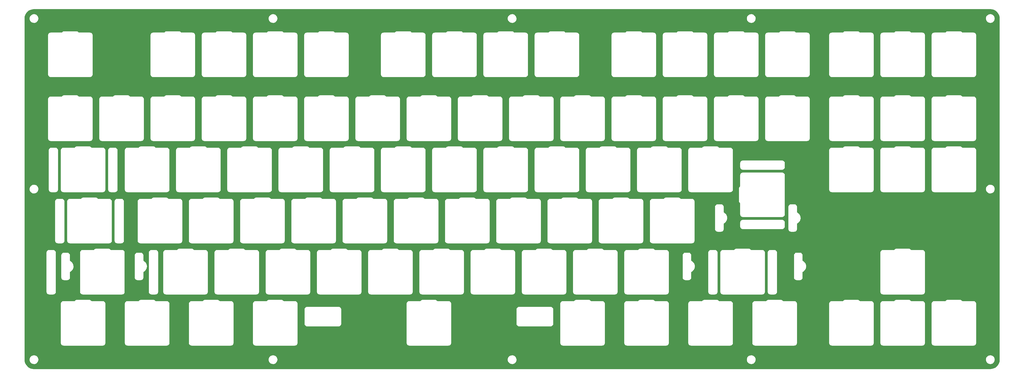
<source format=gbl>
G04 #@! TF.GenerationSoftware,KiCad,Pcbnew,(5.0.0)*
G04 #@! TF.CreationDate,2019-01-11T11:22:09-08:00*
G04 #@! TF.ProjectId,Celestine-SandwichCase-Top,43656C657374696E652D53616E647769,rev?*
G04 #@! TF.SameCoordinates,Original*
G04 #@! TF.FileFunction,Copper,L2,Bot,Signal*
G04 #@! TF.FilePolarity,Positive*
%FSLAX46Y46*%
G04 Gerber Fmt 4.6, Leading zero omitted, Abs format (unit mm)*
G04 Created by KiCad (PCBNEW (5.0.0)) date 01/11/19 11:22:09*
%MOMM*%
%LPD*%
G01*
G04 APERTURE LIST*
G04 #@! TA.AperFunction,Conductor*
%ADD10C,1.524000*%
G04 #@! TD*
G04 #@! TA.AperFunction,Conductor*
%ADD11C,0.254000*%
G04 #@! TD*
G04 APERTURE END LIST*
D10*
G04 #@! TO.N,GND*
G04 #@! TO.C,O1*
X57654825Y-96012000D03*
G04 #@! TD*
D11*
G04 #@! TO.N,GND*
G36*
X377407155Y-17953377D02*
X378060743Y-18158200D01*
X378659799Y-18490262D01*
X379179848Y-18935997D01*
X379599649Y-19477200D01*
X379902054Y-20091767D01*
X380076594Y-20761836D01*
X380117725Y-21296387D01*
X380117726Y-148304725D01*
X380045380Y-149016956D01*
X379840557Y-149670547D01*
X379508494Y-150269605D01*
X379062756Y-150789656D01*
X378521551Y-151209458D01*
X377906989Y-151511860D01*
X377236921Y-151686400D01*
X376702369Y-151727531D01*
X21094021Y-151727531D01*
X20381800Y-151655186D01*
X19728209Y-151450363D01*
X19129151Y-151118300D01*
X18609100Y-150672562D01*
X18189298Y-150131357D01*
X17886896Y-149516795D01*
X17712356Y-148846727D01*
X17671225Y-148312175D01*
X17671225Y-148029841D01*
X19311701Y-148029841D01*
X19319087Y-148680880D01*
X19560349Y-149285609D01*
X20003137Y-149762940D01*
X20588075Y-150048866D01*
X21236727Y-150105045D01*
X21862114Y-149923945D01*
X22380376Y-149529850D01*
X22722016Y-148975605D01*
X22841225Y-148335531D01*
X22840767Y-148295193D01*
X22785091Y-148029841D01*
X108227326Y-148029841D01*
X108234712Y-148680880D01*
X108475974Y-149285609D01*
X108918762Y-149762940D01*
X109503700Y-150048866D01*
X110152352Y-150105045D01*
X110777739Y-149923945D01*
X111296001Y-149529850D01*
X111637641Y-148975605D01*
X111756850Y-148335531D01*
X111756392Y-148295193D01*
X111700716Y-148029841D01*
X197142951Y-148029841D01*
X197150337Y-148680880D01*
X197391599Y-149285609D01*
X197834387Y-149762940D01*
X198419325Y-150048866D01*
X199067977Y-150105045D01*
X199693364Y-149923945D01*
X200211626Y-149529850D01*
X200553266Y-148975605D01*
X200672475Y-148335531D01*
X200672017Y-148295193D01*
X200616341Y-148029841D01*
X286058576Y-148029841D01*
X286065962Y-148680880D01*
X286307224Y-149285609D01*
X286750012Y-149762940D01*
X287334950Y-150048866D01*
X287983602Y-150105045D01*
X288608989Y-149923945D01*
X289127251Y-149529850D01*
X289468891Y-148975605D01*
X289588100Y-148335531D01*
X289587642Y-148295193D01*
X289531966Y-148029841D01*
X374974201Y-148029841D01*
X374981587Y-148680880D01*
X375222849Y-149285609D01*
X375665637Y-149762940D01*
X376250575Y-150048866D01*
X376899227Y-150105045D01*
X377524614Y-149923945D01*
X378042876Y-149529850D01*
X378384516Y-148975605D01*
X378503725Y-148335531D01*
X378503267Y-148295193D01*
X378369568Y-147657988D01*
X378015441Y-147111637D01*
X377488372Y-146729401D01*
X376859037Y-146562536D01*
X376211826Y-146633417D01*
X375633526Y-146932539D01*
X375201682Y-147419793D01*
X374974201Y-148029841D01*
X289531966Y-148029841D01*
X289453943Y-147657988D01*
X289099816Y-147111637D01*
X288572747Y-146729401D01*
X287943412Y-146562536D01*
X287296201Y-146633417D01*
X286717901Y-146932539D01*
X286286057Y-147419793D01*
X286058576Y-148029841D01*
X200616341Y-148029841D01*
X200538318Y-147657988D01*
X200184191Y-147111637D01*
X199657122Y-146729401D01*
X199027787Y-146562536D01*
X198380576Y-146633417D01*
X197802276Y-146932539D01*
X197370432Y-147419793D01*
X197142951Y-148029841D01*
X111700716Y-148029841D01*
X111622693Y-147657988D01*
X111268566Y-147111637D01*
X110741497Y-146729401D01*
X110112162Y-146562536D01*
X109464951Y-146633417D01*
X108886651Y-146932539D01*
X108454807Y-147419793D01*
X108227326Y-148029841D01*
X22785091Y-148029841D01*
X22707068Y-147657988D01*
X22352941Y-147111637D01*
X21825872Y-146729401D01*
X21196537Y-146562536D01*
X20549326Y-146633417D01*
X19971026Y-146932539D01*
X19539182Y-147419793D01*
X19311701Y-148029841D01*
X17671225Y-148029841D01*
X17671225Y-142180411D01*
X30932725Y-142180411D01*
X30944407Y-142239140D01*
X30944407Y-142239145D01*
X30982467Y-142430487D01*
X31073251Y-142649660D01*
X31073253Y-142649662D01*
X31181635Y-142811865D01*
X31181636Y-142811868D01*
X31181638Y-142811870D01*
X31181640Y-142811873D01*
X31265512Y-142895744D01*
X31349383Y-142979616D01*
X31349386Y-142979618D01*
X31349388Y-142979620D01*
X31349391Y-142979621D01*
X31511594Y-143088003D01*
X31511596Y-143088004D01*
X31511597Y-143088005D01*
X31603480Y-143126064D01*
X31730766Y-143178788D01*
X31730767Y-143178788D01*
X31730769Y-143178789D01*
X31922111Y-143216849D01*
X31922115Y-143216849D01*
X31980844Y-143228531D01*
X46720606Y-143228531D01*
X46779335Y-143216849D01*
X46779339Y-143216849D01*
X46970681Y-143178789D01*
X46970683Y-143178788D01*
X46970684Y-143178788D01*
X47008287Y-143163212D01*
X47189854Y-143088005D01*
X47189856Y-143088003D01*
X47352059Y-142979621D01*
X47352062Y-142979620D01*
X47352064Y-142979618D01*
X47352067Y-142979616D01*
X47435938Y-142895744D01*
X47519810Y-142811873D01*
X47519812Y-142811870D01*
X47519814Y-142811868D01*
X47519815Y-142811865D01*
X47628197Y-142649662D01*
X47628198Y-142649660D01*
X47628199Y-142649659D01*
X47718983Y-142430487D01*
X47757043Y-142239145D01*
X47757043Y-142239141D01*
X47768725Y-142180412D01*
X47768725Y-127440651D01*
X54745225Y-127440651D01*
X54745226Y-142180412D01*
X54756907Y-142239136D01*
X54756907Y-142239145D01*
X54794967Y-142430487D01*
X54885751Y-142649660D01*
X54885753Y-142649662D01*
X54994135Y-142811865D01*
X54994136Y-142811868D01*
X54994138Y-142811870D01*
X54994140Y-142811873D01*
X55078012Y-142895744D01*
X55161883Y-142979616D01*
X55161886Y-142979618D01*
X55161888Y-142979620D01*
X55161891Y-142979621D01*
X55324094Y-143088003D01*
X55324096Y-143088004D01*
X55324097Y-143088005D01*
X55415980Y-143126064D01*
X55543266Y-143178788D01*
X55543267Y-143178788D01*
X55543269Y-143178789D01*
X55734611Y-143216849D01*
X55734615Y-143216849D01*
X55793344Y-143228531D01*
X70533106Y-143228531D01*
X70591835Y-143216849D01*
X70591839Y-143216849D01*
X70783181Y-143178789D01*
X70783183Y-143178788D01*
X70783184Y-143178788D01*
X70820787Y-143163212D01*
X71002354Y-143088005D01*
X71002356Y-143088003D01*
X71164559Y-142979621D01*
X71164562Y-142979620D01*
X71164564Y-142979618D01*
X71164567Y-142979616D01*
X71248438Y-142895744D01*
X71332310Y-142811873D01*
X71332312Y-142811870D01*
X71332314Y-142811868D01*
X71332315Y-142811865D01*
X71440697Y-142649662D01*
X71440698Y-142649660D01*
X71440699Y-142649659D01*
X71531483Y-142430487D01*
X71569543Y-142239145D01*
X71569543Y-142239141D01*
X71581225Y-142180412D01*
X71581225Y-142180411D01*
X78557725Y-142180411D01*
X78569407Y-142239140D01*
X78569407Y-142239145D01*
X78607467Y-142430487D01*
X78698251Y-142649660D01*
X78698253Y-142649662D01*
X78806635Y-142811865D01*
X78806636Y-142811868D01*
X78806638Y-142811870D01*
X78806640Y-142811873D01*
X78890512Y-142895744D01*
X78974383Y-142979616D01*
X78974386Y-142979618D01*
X78974388Y-142979620D01*
X78974391Y-142979621D01*
X79136594Y-143088003D01*
X79136596Y-143088004D01*
X79136597Y-143088005D01*
X79228480Y-143126064D01*
X79355766Y-143178788D01*
X79355767Y-143178788D01*
X79355769Y-143178789D01*
X79547111Y-143216849D01*
X79547115Y-143216849D01*
X79605844Y-143228531D01*
X94345606Y-143228531D01*
X94404335Y-143216849D01*
X94404339Y-143216849D01*
X94595681Y-143178789D01*
X94595683Y-143178788D01*
X94595684Y-143178788D01*
X94633287Y-143163212D01*
X94814854Y-143088005D01*
X94814856Y-143088003D01*
X94977059Y-142979621D01*
X94977062Y-142979620D01*
X94977064Y-142979618D01*
X94977067Y-142979616D01*
X95060938Y-142895744D01*
X95144810Y-142811873D01*
X95144812Y-142811870D01*
X95144814Y-142811868D01*
X95144815Y-142811865D01*
X95253197Y-142649662D01*
X95253198Y-142649660D01*
X95253199Y-142649659D01*
X95343983Y-142430487D01*
X95382043Y-142239145D01*
X95382043Y-142239141D01*
X95393725Y-142180412D01*
X95393725Y-142180411D01*
X102370225Y-142180411D01*
X102381907Y-142239140D01*
X102381907Y-142239145D01*
X102419967Y-142430487D01*
X102510751Y-142649660D01*
X102510753Y-142649662D01*
X102619135Y-142811865D01*
X102619136Y-142811868D01*
X102619138Y-142811870D01*
X102619140Y-142811873D01*
X102703012Y-142895744D01*
X102786883Y-142979616D01*
X102786886Y-142979618D01*
X102786888Y-142979620D01*
X102786891Y-142979621D01*
X102949094Y-143088003D01*
X102949096Y-143088004D01*
X102949097Y-143088005D01*
X103040980Y-143126064D01*
X103168266Y-143178788D01*
X103168267Y-143178788D01*
X103168269Y-143178789D01*
X103359611Y-143216849D01*
X103359615Y-143216849D01*
X103418344Y-143228531D01*
X118158106Y-143228531D01*
X118216835Y-143216849D01*
X118216839Y-143216849D01*
X118408181Y-143178789D01*
X118408183Y-143178788D01*
X118408184Y-143178788D01*
X118445787Y-143163212D01*
X118627354Y-143088005D01*
X118627356Y-143088003D01*
X118789559Y-142979621D01*
X118789562Y-142979620D01*
X118789564Y-142979618D01*
X118789567Y-142979616D01*
X118873438Y-142895744D01*
X118957310Y-142811873D01*
X118957312Y-142811870D01*
X118957314Y-142811868D01*
X118957315Y-142811865D01*
X119065697Y-142649662D01*
X119065698Y-142649660D01*
X119065699Y-142649659D01*
X119156483Y-142430487D01*
X119194543Y-142239145D01*
X119194543Y-142239141D01*
X119206225Y-142180412D01*
X119206225Y-142180411D01*
X159520225Y-142180411D01*
X159531907Y-142239140D01*
X159531907Y-142239145D01*
X159569967Y-142430487D01*
X159660751Y-142649660D01*
X159660753Y-142649662D01*
X159769135Y-142811865D01*
X159769136Y-142811868D01*
X159769138Y-142811870D01*
X159769140Y-142811873D01*
X159853012Y-142895744D01*
X159936883Y-142979616D01*
X159936886Y-142979618D01*
X159936888Y-142979620D01*
X159936891Y-142979621D01*
X160099094Y-143088003D01*
X160099096Y-143088004D01*
X160099097Y-143088005D01*
X160190980Y-143126064D01*
X160318266Y-143178788D01*
X160318267Y-143178788D01*
X160318269Y-143178789D01*
X160509611Y-143216849D01*
X160509615Y-143216849D01*
X160568344Y-143228531D01*
X175308106Y-143228531D01*
X175366835Y-143216849D01*
X175366839Y-143216849D01*
X175558181Y-143178789D01*
X175558183Y-143178788D01*
X175558184Y-143178788D01*
X175595787Y-143163212D01*
X175777354Y-143088005D01*
X175777356Y-143088003D01*
X175939559Y-142979621D01*
X175939562Y-142979620D01*
X175939564Y-142979618D01*
X175939567Y-142979616D01*
X176023438Y-142895744D01*
X176107310Y-142811873D01*
X176107312Y-142811870D01*
X176107314Y-142811868D01*
X176107315Y-142811865D01*
X176215697Y-142649662D01*
X176215698Y-142649660D01*
X176215699Y-142649659D01*
X176306483Y-142430487D01*
X176344543Y-142239145D01*
X176344543Y-142239141D01*
X176356225Y-142180412D01*
X176356225Y-129566901D01*
X200398350Y-129566901D01*
X200398351Y-135036662D01*
X200410032Y-135095386D01*
X200410032Y-135095395D01*
X200448092Y-135286737D01*
X200538876Y-135505910D01*
X200538878Y-135505912D01*
X200647260Y-135668115D01*
X200647261Y-135668118D01*
X200647263Y-135668120D01*
X200647265Y-135668123D01*
X200731137Y-135751994D01*
X200815008Y-135835866D01*
X200815011Y-135835868D01*
X200815013Y-135835870D01*
X200815016Y-135835871D01*
X200977219Y-135944253D01*
X200977221Y-135944254D01*
X200977222Y-135944255D01*
X201069105Y-135982314D01*
X201196391Y-136035038D01*
X201196392Y-136035038D01*
X201196394Y-136035039D01*
X201387736Y-136073099D01*
X201387740Y-136073099D01*
X201446469Y-136084781D01*
X213266231Y-136084781D01*
X213324960Y-136073099D01*
X213324964Y-136073099D01*
X213516306Y-136035039D01*
X213516308Y-136035038D01*
X213516309Y-136035038D01*
X213553912Y-136019462D01*
X213735479Y-135944255D01*
X213735481Y-135944253D01*
X213897684Y-135835871D01*
X213897687Y-135835870D01*
X213897689Y-135835868D01*
X213897692Y-135835866D01*
X213981563Y-135751994D01*
X214065435Y-135668123D01*
X214065437Y-135668120D01*
X214065439Y-135668118D01*
X214065440Y-135668115D01*
X214173822Y-135505912D01*
X214173823Y-135505910D01*
X214173824Y-135505909D01*
X214264608Y-135286737D01*
X214302668Y-135095395D01*
X214302668Y-135095391D01*
X214314350Y-135036662D01*
X214314350Y-129566900D01*
X214302668Y-129508171D01*
X214302668Y-129508167D01*
X214264608Y-129316825D01*
X214173824Y-129097653D01*
X214173822Y-129097651D01*
X214173822Y-129097650D01*
X214065440Y-128935447D01*
X214065439Y-128935444D01*
X214065437Y-128935442D01*
X214065435Y-128935439D01*
X213981563Y-128851568D01*
X213897692Y-128767696D01*
X213897689Y-128767694D01*
X213897687Y-128767692D01*
X213897684Y-128767691D01*
X213735481Y-128659309D01*
X213735479Y-128659307D01*
X213553912Y-128584100D01*
X213516309Y-128568524D01*
X213516308Y-128568524D01*
X213516306Y-128568523D01*
X213324964Y-128530463D01*
X213324960Y-128530463D01*
X213266231Y-128518781D01*
X201446469Y-128518781D01*
X201387740Y-128530463D01*
X201387736Y-128530463D01*
X201196394Y-128568523D01*
X201196392Y-128568524D01*
X201196391Y-128568524D01*
X201143211Y-128590552D01*
X200977222Y-128659307D01*
X200977221Y-128659308D01*
X200977219Y-128659309D01*
X200815016Y-128767691D01*
X200815013Y-128767692D01*
X200815011Y-128767694D01*
X200815008Y-128767696D01*
X200731137Y-128851568D01*
X200647265Y-128935439D01*
X200647263Y-128935442D01*
X200647261Y-128935444D01*
X200647260Y-128935447D01*
X200538878Y-129097650D01*
X200538876Y-129097652D01*
X200448092Y-129316825D01*
X200410032Y-129508167D01*
X200410032Y-129508172D01*
X200398350Y-129566901D01*
X176356225Y-129566901D01*
X176356225Y-127440651D01*
X216670225Y-127440651D01*
X216670226Y-142180412D01*
X216681907Y-142239136D01*
X216681907Y-142239145D01*
X216719967Y-142430487D01*
X216810751Y-142649660D01*
X216810753Y-142649662D01*
X216919135Y-142811865D01*
X216919136Y-142811868D01*
X216919138Y-142811870D01*
X216919140Y-142811873D01*
X217003012Y-142895744D01*
X217086883Y-142979616D01*
X217086886Y-142979618D01*
X217086888Y-142979620D01*
X217086891Y-142979621D01*
X217249094Y-143088003D01*
X217249096Y-143088004D01*
X217249097Y-143088005D01*
X217340980Y-143126064D01*
X217468266Y-143178788D01*
X217468267Y-143178788D01*
X217468269Y-143178789D01*
X217659611Y-143216849D01*
X217659615Y-143216849D01*
X217718344Y-143228531D01*
X232458106Y-143228531D01*
X232516835Y-143216849D01*
X232516839Y-143216849D01*
X232708181Y-143178789D01*
X232708183Y-143178788D01*
X232708184Y-143178788D01*
X232745787Y-143163212D01*
X232927354Y-143088005D01*
X232927356Y-143088003D01*
X233089559Y-142979621D01*
X233089562Y-142979620D01*
X233089564Y-142979618D01*
X233089567Y-142979616D01*
X233173438Y-142895744D01*
X233257310Y-142811873D01*
X233257312Y-142811870D01*
X233257314Y-142811868D01*
X233257315Y-142811865D01*
X233365697Y-142649662D01*
X233365698Y-142649660D01*
X233365699Y-142649659D01*
X233456483Y-142430487D01*
X233494543Y-142239145D01*
X233494543Y-142239141D01*
X233506225Y-142180412D01*
X233506225Y-142180411D01*
X240482725Y-142180411D01*
X240494407Y-142239140D01*
X240494407Y-142239145D01*
X240532467Y-142430487D01*
X240623251Y-142649660D01*
X240623253Y-142649662D01*
X240731635Y-142811865D01*
X240731636Y-142811868D01*
X240731638Y-142811870D01*
X240731640Y-142811873D01*
X240815512Y-142895744D01*
X240899383Y-142979616D01*
X240899386Y-142979618D01*
X240899388Y-142979620D01*
X240899391Y-142979621D01*
X241061594Y-143088003D01*
X241061596Y-143088004D01*
X241061597Y-143088005D01*
X241153480Y-143126064D01*
X241280766Y-143178788D01*
X241280767Y-143178788D01*
X241280769Y-143178789D01*
X241472111Y-143216849D01*
X241472115Y-143216849D01*
X241530844Y-143228531D01*
X256270606Y-143228531D01*
X256329335Y-143216849D01*
X256329339Y-143216849D01*
X256520681Y-143178789D01*
X256520683Y-143178788D01*
X256520684Y-143178788D01*
X256558287Y-143163212D01*
X256739854Y-143088005D01*
X256739856Y-143088003D01*
X256902059Y-142979621D01*
X256902062Y-142979620D01*
X256902064Y-142979618D01*
X256902067Y-142979616D01*
X256985938Y-142895744D01*
X257069810Y-142811873D01*
X257069812Y-142811870D01*
X257069814Y-142811868D01*
X257069815Y-142811865D01*
X257178197Y-142649662D01*
X257178198Y-142649660D01*
X257178199Y-142649659D01*
X257268983Y-142430487D01*
X257307043Y-142239145D01*
X257307043Y-142239141D01*
X257318725Y-142180412D01*
X257318725Y-127440651D01*
X264295225Y-127440651D01*
X264295226Y-142180412D01*
X264306907Y-142239136D01*
X264306907Y-142239145D01*
X264344967Y-142430487D01*
X264435751Y-142649660D01*
X264435753Y-142649662D01*
X264544135Y-142811865D01*
X264544136Y-142811868D01*
X264544138Y-142811870D01*
X264544140Y-142811873D01*
X264628012Y-142895744D01*
X264711883Y-142979616D01*
X264711886Y-142979618D01*
X264711888Y-142979620D01*
X264711891Y-142979621D01*
X264874094Y-143088003D01*
X264874096Y-143088004D01*
X264874097Y-143088005D01*
X264965980Y-143126064D01*
X265093266Y-143178788D01*
X265093267Y-143178788D01*
X265093269Y-143178789D01*
X265284611Y-143216849D01*
X265284615Y-143216849D01*
X265343344Y-143228531D01*
X280083106Y-143228531D01*
X280141835Y-143216849D01*
X280141839Y-143216849D01*
X280333181Y-143178789D01*
X280333183Y-143178788D01*
X280333184Y-143178788D01*
X280370787Y-143163212D01*
X280552354Y-143088005D01*
X280552356Y-143088003D01*
X280714559Y-142979621D01*
X280714562Y-142979620D01*
X280714564Y-142979618D01*
X280714567Y-142979616D01*
X280798438Y-142895744D01*
X280882310Y-142811873D01*
X280882312Y-142811870D01*
X280882314Y-142811868D01*
X280882315Y-142811865D01*
X280990697Y-142649662D01*
X280990698Y-142649660D01*
X280990699Y-142649659D01*
X281081483Y-142430487D01*
X281119543Y-142239145D01*
X281119543Y-142239141D01*
X281131225Y-142180412D01*
X281131225Y-142180411D01*
X288107725Y-142180411D01*
X288119407Y-142239140D01*
X288119407Y-142239145D01*
X288157467Y-142430487D01*
X288248251Y-142649660D01*
X288248253Y-142649662D01*
X288356635Y-142811865D01*
X288356636Y-142811868D01*
X288356638Y-142811870D01*
X288356640Y-142811873D01*
X288440512Y-142895744D01*
X288524383Y-142979616D01*
X288524386Y-142979618D01*
X288524388Y-142979620D01*
X288524391Y-142979621D01*
X288686594Y-143088003D01*
X288686596Y-143088004D01*
X288686597Y-143088005D01*
X288778480Y-143126064D01*
X288905766Y-143178788D01*
X288905767Y-143178788D01*
X288905769Y-143178789D01*
X289097111Y-143216849D01*
X289097115Y-143216849D01*
X289155844Y-143228531D01*
X303895606Y-143228531D01*
X303954335Y-143216849D01*
X303954339Y-143216849D01*
X304145681Y-143178789D01*
X304145683Y-143178788D01*
X304145684Y-143178788D01*
X304183287Y-143163212D01*
X304364854Y-143088005D01*
X304364856Y-143088003D01*
X304527059Y-142979621D01*
X304527062Y-142979620D01*
X304527064Y-142979618D01*
X304527067Y-142979616D01*
X304610938Y-142895744D01*
X304694810Y-142811873D01*
X304694812Y-142811870D01*
X304694814Y-142811868D01*
X304694815Y-142811865D01*
X304803197Y-142649662D01*
X304803198Y-142649660D01*
X304803199Y-142649659D01*
X304893983Y-142430487D01*
X304932043Y-142239145D01*
X304932043Y-142239141D01*
X304943725Y-142180412D01*
X304943725Y-127440651D01*
X316682725Y-127440651D01*
X316682726Y-142180412D01*
X316694407Y-142239136D01*
X316694407Y-142239145D01*
X316732467Y-142430487D01*
X316823251Y-142649660D01*
X316823253Y-142649662D01*
X316931635Y-142811865D01*
X316931636Y-142811868D01*
X316931638Y-142811870D01*
X316931640Y-142811873D01*
X317015512Y-142895744D01*
X317099383Y-142979616D01*
X317099386Y-142979618D01*
X317099388Y-142979620D01*
X317099391Y-142979621D01*
X317261594Y-143088003D01*
X317261596Y-143088004D01*
X317261597Y-143088005D01*
X317353480Y-143126064D01*
X317480766Y-143178788D01*
X317480767Y-143178788D01*
X317480769Y-143178789D01*
X317672111Y-143216849D01*
X317672115Y-143216849D01*
X317730844Y-143228531D01*
X332470606Y-143228531D01*
X332529335Y-143216849D01*
X332529339Y-143216849D01*
X332720681Y-143178789D01*
X332720683Y-143178788D01*
X332720684Y-143178788D01*
X332758287Y-143163212D01*
X332939854Y-143088005D01*
X332939856Y-143088003D01*
X333102059Y-142979621D01*
X333102062Y-142979620D01*
X333102064Y-142979618D01*
X333102067Y-142979616D01*
X333185938Y-142895744D01*
X333269810Y-142811873D01*
X333269812Y-142811870D01*
X333269814Y-142811868D01*
X333269815Y-142811865D01*
X333378197Y-142649662D01*
X333378198Y-142649660D01*
X333378199Y-142649659D01*
X333468983Y-142430487D01*
X333507043Y-142239145D01*
X333507043Y-142239141D01*
X333518725Y-142180412D01*
X333518725Y-142180411D01*
X335732725Y-142180411D01*
X335744407Y-142239140D01*
X335744407Y-142239145D01*
X335782467Y-142430487D01*
X335873251Y-142649660D01*
X335873253Y-142649662D01*
X335981635Y-142811865D01*
X335981636Y-142811868D01*
X335981638Y-142811870D01*
X335981640Y-142811873D01*
X336065512Y-142895744D01*
X336149383Y-142979616D01*
X336149386Y-142979618D01*
X336149388Y-142979620D01*
X336149391Y-142979621D01*
X336311594Y-143088003D01*
X336311596Y-143088004D01*
X336311597Y-143088005D01*
X336403480Y-143126064D01*
X336530766Y-143178788D01*
X336530767Y-143178788D01*
X336530769Y-143178789D01*
X336722111Y-143216849D01*
X336722115Y-143216849D01*
X336780844Y-143228531D01*
X351520606Y-143228531D01*
X351579335Y-143216849D01*
X351579339Y-143216849D01*
X351770681Y-143178789D01*
X351770683Y-143178788D01*
X351770684Y-143178788D01*
X351808287Y-143163212D01*
X351989854Y-143088005D01*
X351989856Y-143088003D01*
X352152059Y-142979621D01*
X352152062Y-142979620D01*
X352152064Y-142979618D01*
X352152067Y-142979616D01*
X352235938Y-142895744D01*
X352319810Y-142811873D01*
X352319812Y-142811870D01*
X352319814Y-142811868D01*
X352319815Y-142811865D01*
X352428197Y-142649662D01*
X352428198Y-142649660D01*
X352428199Y-142649659D01*
X352518983Y-142430487D01*
X352557043Y-142239145D01*
X352557043Y-142239141D01*
X352568725Y-142180412D01*
X352568725Y-142180411D01*
X354782725Y-142180411D01*
X354794407Y-142239140D01*
X354794407Y-142239145D01*
X354832467Y-142430487D01*
X354923251Y-142649660D01*
X354923253Y-142649662D01*
X355031635Y-142811865D01*
X355031636Y-142811868D01*
X355031638Y-142811870D01*
X355031640Y-142811873D01*
X355115512Y-142895744D01*
X355199383Y-142979616D01*
X355199386Y-142979618D01*
X355199388Y-142979620D01*
X355199391Y-142979621D01*
X355361594Y-143088003D01*
X355361596Y-143088004D01*
X355361597Y-143088005D01*
X355453480Y-143126064D01*
X355580766Y-143178788D01*
X355580767Y-143178788D01*
X355580769Y-143178789D01*
X355772111Y-143216849D01*
X355772115Y-143216849D01*
X355830844Y-143228531D01*
X370570606Y-143228531D01*
X370629335Y-143216849D01*
X370629339Y-143216849D01*
X370820681Y-143178789D01*
X370820683Y-143178788D01*
X370820684Y-143178788D01*
X370858287Y-143163212D01*
X371039854Y-143088005D01*
X371039856Y-143088003D01*
X371202059Y-142979621D01*
X371202062Y-142979620D01*
X371202064Y-142979618D01*
X371202067Y-142979616D01*
X371285938Y-142895744D01*
X371369810Y-142811873D01*
X371369812Y-142811870D01*
X371369814Y-142811868D01*
X371369815Y-142811865D01*
X371478197Y-142649662D01*
X371478198Y-142649660D01*
X371478199Y-142649659D01*
X371568983Y-142430487D01*
X371607043Y-142239145D01*
X371607043Y-142239141D01*
X371618725Y-142180412D01*
X371618725Y-127440650D01*
X371607043Y-127381921D01*
X371607043Y-127381917D01*
X371568983Y-127190575D01*
X371558854Y-127166120D01*
X371539902Y-127120367D01*
X371478199Y-126971403D01*
X371478197Y-126971401D01*
X371478197Y-126971400D01*
X371369815Y-126809197D01*
X371369814Y-126809194D01*
X371369812Y-126809192D01*
X371369810Y-126809189D01*
X371285938Y-126725318D01*
X371202067Y-126641446D01*
X371202064Y-126641444D01*
X371202062Y-126641442D01*
X371202059Y-126641441D01*
X371039856Y-126533059D01*
X371039854Y-126533057D01*
X370830961Y-126446531D01*
X370820684Y-126442274D01*
X370820683Y-126442274D01*
X370820681Y-126442273D01*
X370629339Y-126404213D01*
X370629335Y-126404213D01*
X370570606Y-126392531D01*
X366376637Y-126392531D01*
X366375180Y-126392241D01*
X366366097Y-126380404D01*
X366366094Y-126380401D01*
X366286635Y-126276848D01*
X366212131Y-126211510D01*
X366142067Y-126141446D01*
X365979856Y-126033059D01*
X365979854Y-126033057D01*
X365798287Y-125957850D01*
X365760684Y-125942274D01*
X365760683Y-125942274D01*
X365760681Y-125942273D01*
X365569339Y-125904213D01*
X365569335Y-125904213D01*
X365510606Y-125892531D01*
X360890844Y-125892531D01*
X360851643Y-125900329D01*
X360741956Y-125914769D01*
X360648120Y-125946622D01*
X360552404Y-125972269D01*
X360377434Y-126058554D01*
X360377432Y-126058555D01*
X360296793Y-126120432D01*
X360189225Y-126202971D01*
X360189223Y-126202974D01*
X360060593Y-126349649D01*
X360060591Y-126349652D01*
X360022988Y-126392531D01*
X355830844Y-126392531D01*
X355772115Y-126404213D01*
X355772111Y-126404213D01*
X355580769Y-126442273D01*
X355580767Y-126442274D01*
X355580766Y-126442274D01*
X355570489Y-126446531D01*
X355361597Y-126533057D01*
X355361596Y-126533058D01*
X355361594Y-126533059D01*
X355199391Y-126641441D01*
X355199388Y-126641442D01*
X355199386Y-126641444D01*
X355199383Y-126641446D01*
X355115512Y-126725318D01*
X355031640Y-126809189D01*
X355031638Y-126809192D01*
X355031636Y-126809194D01*
X355031635Y-126809197D01*
X354923253Y-126971400D01*
X354923251Y-126971402D01*
X354861426Y-127120661D01*
X354842597Y-127166120D01*
X354832467Y-127190575D01*
X354794407Y-127381917D01*
X354794407Y-127381926D01*
X354782726Y-127440650D01*
X354782725Y-142180411D01*
X352568725Y-142180411D01*
X352568725Y-127440650D01*
X352557043Y-127381921D01*
X352557043Y-127381917D01*
X352518983Y-127190575D01*
X352508854Y-127166120D01*
X352489902Y-127120367D01*
X352428199Y-126971403D01*
X352428197Y-126971401D01*
X352428197Y-126971400D01*
X352319815Y-126809197D01*
X352319814Y-126809194D01*
X352319812Y-126809192D01*
X352319810Y-126809189D01*
X352235938Y-126725318D01*
X352152067Y-126641446D01*
X352152064Y-126641444D01*
X352152062Y-126641442D01*
X352152059Y-126641441D01*
X351989856Y-126533059D01*
X351989854Y-126533057D01*
X351780961Y-126446531D01*
X351770684Y-126442274D01*
X351770683Y-126442274D01*
X351770681Y-126442273D01*
X351579339Y-126404213D01*
X351579335Y-126404213D01*
X351520606Y-126392531D01*
X347326637Y-126392531D01*
X347325180Y-126392241D01*
X347316097Y-126380404D01*
X347316094Y-126380401D01*
X347236635Y-126276848D01*
X347162131Y-126211510D01*
X347092067Y-126141446D01*
X346929856Y-126033059D01*
X346929854Y-126033057D01*
X346748287Y-125957850D01*
X346710684Y-125942274D01*
X346710683Y-125942274D01*
X346710681Y-125942273D01*
X346519339Y-125904213D01*
X346519335Y-125904213D01*
X346460606Y-125892531D01*
X341840844Y-125892531D01*
X341801643Y-125900329D01*
X341691956Y-125914769D01*
X341598120Y-125946622D01*
X341502404Y-125972269D01*
X341327434Y-126058554D01*
X341327432Y-126058555D01*
X341246793Y-126120432D01*
X341139225Y-126202971D01*
X341139223Y-126202974D01*
X341010593Y-126349649D01*
X341010591Y-126349652D01*
X340972988Y-126392531D01*
X336780844Y-126392531D01*
X336722115Y-126404213D01*
X336722111Y-126404213D01*
X336530769Y-126442273D01*
X336530767Y-126442274D01*
X336530766Y-126442274D01*
X336520489Y-126446531D01*
X336311597Y-126533057D01*
X336311596Y-126533058D01*
X336311594Y-126533059D01*
X336149391Y-126641441D01*
X336149388Y-126641442D01*
X336149386Y-126641444D01*
X336149383Y-126641446D01*
X336065512Y-126725318D01*
X335981640Y-126809189D01*
X335981638Y-126809192D01*
X335981636Y-126809194D01*
X335981635Y-126809197D01*
X335873253Y-126971400D01*
X335873251Y-126971402D01*
X335811426Y-127120661D01*
X335792597Y-127166120D01*
X335782467Y-127190575D01*
X335744407Y-127381917D01*
X335744407Y-127381926D01*
X335732726Y-127440650D01*
X335732725Y-142180411D01*
X333518725Y-142180411D01*
X333518725Y-127440650D01*
X333507043Y-127381921D01*
X333507043Y-127381917D01*
X333468983Y-127190575D01*
X333458854Y-127166120D01*
X333439902Y-127120367D01*
X333378199Y-126971403D01*
X333378197Y-126971401D01*
X333378197Y-126971400D01*
X333269815Y-126809197D01*
X333269814Y-126809194D01*
X333269812Y-126809192D01*
X333269810Y-126809189D01*
X333185938Y-126725318D01*
X333102067Y-126641446D01*
X333102064Y-126641444D01*
X333102062Y-126641442D01*
X333102059Y-126641441D01*
X332939856Y-126533059D01*
X332939854Y-126533057D01*
X332730961Y-126446531D01*
X332720684Y-126442274D01*
X332720683Y-126442274D01*
X332720681Y-126442273D01*
X332529339Y-126404213D01*
X332529335Y-126404213D01*
X332470606Y-126392531D01*
X328276637Y-126392531D01*
X328275180Y-126392241D01*
X328266097Y-126380404D01*
X328266094Y-126380401D01*
X328186635Y-126276848D01*
X328112131Y-126211510D01*
X328042067Y-126141446D01*
X327879856Y-126033059D01*
X327879854Y-126033057D01*
X327698287Y-125957850D01*
X327660684Y-125942274D01*
X327660683Y-125942274D01*
X327660681Y-125942273D01*
X327469339Y-125904213D01*
X327469335Y-125904213D01*
X327410606Y-125892531D01*
X322790844Y-125892531D01*
X322751643Y-125900329D01*
X322641956Y-125914769D01*
X322548120Y-125946622D01*
X322452404Y-125972269D01*
X322277434Y-126058554D01*
X322277432Y-126058555D01*
X322196793Y-126120432D01*
X322089225Y-126202971D01*
X322089223Y-126202974D01*
X321960593Y-126349649D01*
X321960591Y-126349652D01*
X321922988Y-126392531D01*
X317730844Y-126392531D01*
X317672115Y-126404213D01*
X317672111Y-126404213D01*
X317480769Y-126442273D01*
X317480767Y-126442274D01*
X317480766Y-126442274D01*
X317470489Y-126446531D01*
X317261597Y-126533057D01*
X317261596Y-126533058D01*
X317261594Y-126533059D01*
X317099391Y-126641441D01*
X317099388Y-126641442D01*
X317099386Y-126641444D01*
X317099383Y-126641446D01*
X317015512Y-126725318D01*
X316931640Y-126809189D01*
X316931638Y-126809192D01*
X316931636Y-126809194D01*
X316931635Y-126809197D01*
X316823253Y-126971400D01*
X316823251Y-126971402D01*
X316761426Y-127120661D01*
X316742597Y-127166120D01*
X316732467Y-127190575D01*
X316694407Y-127381917D01*
X316694407Y-127381922D01*
X316682725Y-127440651D01*
X304943725Y-127440651D01*
X304943725Y-127440650D01*
X304932043Y-127381921D01*
X304932043Y-127381917D01*
X304893983Y-127190575D01*
X304883854Y-127166120D01*
X304864902Y-127120367D01*
X304803199Y-126971403D01*
X304803197Y-126971401D01*
X304803197Y-126971400D01*
X304694815Y-126809197D01*
X304694814Y-126809194D01*
X304694812Y-126809192D01*
X304694810Y-126809189D01*
X304610938Y-126725318D01*
X304527067Y-126641446D01*
X304527064Y-126641444D01*
X304527062Y-126641442D01*
X304527059Y-126641441D01*
X304364856Y-126533059D01*
X304364854Y-126533057D01*
X304155961Y-126446531D01*
X304145684Y-126442274D01*
X304145683Y-126442274D01*
X304145681Y-126442273D01*
X303954339Y-126404213D01*
X303954335Y-126404213D01*
X303895606Y-126392531D01*
X299701637Y-126392531D01*
X299700180Y-126392241D01*
X299691097Y-126380404D01*
X299691094Y-126380401D01*
X299611635Y-126276848D01*
X299537131Y-126211510D01*
X299467067Y-126141446D01*
X299304856Y-126033059D01*
X299304854Y-126033057D01*
X299123287Y-125957850D01*
X299085684Y-125942274D01*
X299085683Y-125942274D01*
X299085681Y-125942273D01*
X298894339Y-125904213D01*
X298894335Y-125904213D01*
X298835606Y-125892531D01*
X294215844Y-125892531D01*
X294176643Y-125900329D01*
X294066956Y-125914769D01*
X293973120Y-125946622D01*
X293877404Y-125972269D01*
X293702434Y-126058554D01*
X293702432Y-126058555D01*
X293621793Y-126120432D01*
X293514225Y-126202971D01*
X293514223Y-126202974D01*
X293385593Y-126349649D01*
X293385591Y-126349652D01*
X293347988Y-126392531D01*
X289155844Y-126392531D01*
X289097115Y-126404213D01*
X289097111Y-126404213D01*
X288905769Y-126442273D01*
X288905767Y-126442274D01*
X288905766Y-126442274D01*
X288895489Y-126446531D01*
X288686597Y-126533057D01*
X288686596Y-126533058D01*
X288686594Y-126533059D01*
X288524391Y-126641441D01*
X288524388Y-126641442D01*
X288524386Y-126641444D01*
X288524383Y-126641446D01*
X288440512Y-126725318D01*
X288356640Y-126809189D01*
X288356638Y-126809192D01*
X288356636Y-126809194D01*
X288356635Y-126809197D01*
X288248253Y-126971400D01*
X288248251Y-126971402D01*
X288186426Y-127120661D01*
X288167597Y-127166120D01*
X288157467Y-127190575D01*
X288119407Y-127381917D01*
X288119407Y-127381926D01*
X288107726Y-127440650D01*
X288107725Y-142180411D01*
X281131225Y-142180411D01*
X281131225Y-127440650D01*
X281119543Y-127381921D01*
X281119543Y-127381917D01*
X281081483Y-127190575D01*
X281071354Y-127166120D01*
X281052402Y-127120367D01*
X280990699Y-126971403D01*
X280990697Y-126971401D01*
X280990697Y-126971400D01*
X280882315Y-126809197D01*
X280882314Y-126809194D01*
X280882312Y-126809192D01*
X280882310Y-126809189D01*
X280798438Y-126725318D01*
X280714567Y-126641446D01*
X280714564Y-126641444D01*
X280714562Y-126641442D01*
X280714559Y-126641441D01*
X280552356Y-126533059D01*
X280552354Y-126533057D01*
X280343461Y-126446531D01*
X280333184Y-126442274D01*
X280333183Y-126442274D01*
X280333181Y-126442273D01*
X280141839Y-126404213D01*
X280141835Y-126404213D01*
X280083106Y-126392531D01*
X275889137Y-126392531D01*
X275887680Y-126392241D01*
X275878597Y-126380404D01*
X275878594Y-126380401D01*
X275799135Y-126276848D01*
X275724631Y-126211510D01*
X275654567Y-126141446D01*
X275492356Y-126033059D01*
X275492354Y-126033057D01*
X275310787Y-125957850D01*
X275273184Y-125942274D01*
X275273183Y-125942274D01*
X275273181Y-125942273D01*
X275081839Y-125904213D01*
X275081835Y-125904213D01*
X275023106Y-125892531D01*
X270403344Y-125892531D01*
X270364143Y-125900329D01*
X270254456Y-125914769D01*
X270160620Y-125946622D01*
X270064904Y-125972269D01*
X269889934Y-126058554D01*
X269889932Y-126058555D01*
X269809293Y-126120432D01*
X269701725Y-126202971D01*
X269701723Y-126202974D01*
X269573093Y-126349649D01*
X269573091Y-126349652D01*
X269535488Y-126392531D01*
X265343344Y-126392531D01*
X265284615Y-126404213D01*
X265284611Y-126404213D01*
X265093269Y-126442273D01*
X265093267Y-126442274D01*
X265093266Y-126442274D01*
X265082989Y-126446531D01*
X264874097Y-126533057D01*
X264874096Y-126533058D01*
X264874094Y-126533059D01*
X264711891Y-126641441D01*
X264711888Y-126641442D01*
X264711886Y-126641444D01*
X264711883Y-126641446D01*
X264628012Y-126725318D01*
X264544140Y-126809189D01*
X264544138Y-126809192D01*
X264544136Y-126809194D01*
X264544135Y-126809197D01*
X264435753Y-126971400D01*
X264435751Y-126971402D01*
X264373926Y-127120661D01*
X264355097Y-127166120D01*
X264344967Y-127190575D01*
X264306907Y-127381917D01*
X264306907Y-127381922D01*
X264295225Y-127440651D01*
X257318725Y-127440651D01*
X257318725Y-127440650D01*
X257307043Y-127381921D01*
X257307043Y-127381917D01*
X257268983Y-127190575D01*
X257258854Y-127166120D01*
X257239902Y-127120367D01*
X257178199Y-126971403D01*
X257178197Y-126971401D01*
X257178197Y-126971400D01*
X257069815Y-126809197D01*
X257069814Y-126809194D01*
X257069812Y-126809192D01*
X257069810Y-126809189D01*
X256985938Y-126725318D01*
X256902067Y-126641446D01*
X256902064Y-126641444D01*
X256902062Y-126641442D01*
X256902059Y-126641441D01*
X256739856Y-126533059D01*
X256739854Y-126533057D01*
X256530961Y-126446531D01*
X256520684Y-126442274D01*
X256520683Y-126442274D01*
X256520681Y-126442273D01*
X256329339Y-126404213D01*
X256329335Y-126404213D01*
X256270606Y-126392531D01*
X252076637Y-126392531D01*
X252075180Y-126392241D01*
X252066097Y-126380404D01*
X252066094Y-126380401D01*
X251986635Y-126276848D01*
X251912131Y-126211510D01*
X251842067Y-126141446D01*
X251679856Y-126033059D01*
X251679854Y-126033057D01*
X251498287Y-125957850D01*
X251460684Y-125942274D01*
X251460683Y-125942274D01*
X251460681Y-125942273D01*
X251269339Y-125904213D01*
X251269335Y-125904213D01*
X251210606Y-125892531D01*
X246590844Y-125892531D01*
X246551643Y-125900329D01*
X246441956Y-125914769D01*
X246348120Y-125946622D01*
X246252404Y-125972269D01*
X246077434Y-126058554D01*
X246077432Y-126058555D01*
X245996793Y-126120432D01*
X245889225Y-126202971D01*
X245889223Y-126202974D01*
X245760593Y-126349649D01*
X245760591Y-126349652D01*
X245722988Y-126392531D01*
X241530844Y-126392531D01*
X241472115Y-126404213D01*
X241472111Y-126404213D01*
X241280769Y-126442273D01*
X241280767Y-126442274D01*
X241280766Y-126442274D01*
X241270489Y-126446531D01*
X241061597Y-126533057D01*
X241061596Y-126533058D01*
X241061594Y-126533059D01*
X240899391Y-126641441D01*
X240899388Y-126641442D01*
X240899386Y-126641444D01*
X240899383Y-126641446D01*
X240815512Y-126725318D01*
X240731640Y-126809189D01*
X240731638Y-126809192D01*
X240731636Y-126809194D01*
X240731635Y-126809197D01*
X240623253Y-126971400D01*
X240623251Y-126971402D01*
X240561426Y-127120661D01*
X240542597Y-127166120D01*
X240532467Y-127190575D01*
X240494407Y-127381917D01*
X240494407Y-127381926D01*
X240482726Y-127440650D01*
X240482725Y-142180411D01*
X233506225Y-142180411D01*
X233506225Y-127440650D01*
X233494543Y-127381921D01*
X233494543Y-127381917D01*
X233456483Y-127190575D01*
X233446354Y-127166120D01*
X233427402Y-127120367D01*
X233365699Y-126971403D01*
X233365697Y-126971401D01*
X233365697Y-126971400D01*
X233257315Y-126809197D01*
X233257314Y-126809194D01*
X233257312Y-126809192D01*
X233257310Y-126809189D01*
X233173438Y-126725318D01*
X233089567Y-126641446D01*
X233089564Y-126641444D01*
X233089562Y-126641442D01*
X233089559Y-126641441D01*
X232927356Y-126533059D01*
X232927354Y-126533057D01*
X232718461Y-126446531D01*
X232708184Y-126442274D01*
X232708183Y-126442274D01*
X232708181Y-126442273D01*
X232516839Y-126404213D01*
X232516835Y-126404213D01*
X232458106Y-126392531D01*
X228264137Y-126392531D01*
X228262680Y-126392241D01*
X228253597Y-126380404D01*
X228253594Y-126380401D01*
X228174135Y-126276848D01*
X228099631Y-126211510D01*
X228029567Y-126141446D01*
X227867356Y-126033059D01*
X227867354Y-126033057D01*
X227685787Y-125957850D01*
X227648184Y-125942274D01*
X227648183Y-125942274D01*
X227648181Y-125942273D01*
X227456839Y-125904213D01*
X227456835Y-125904213D01*
X227398106Y-125892531D01*
X222778344Y-125892531D01*
X222739143Y-125900329D01*
X222629456Y-125914769D01*
X222535620Y-125946622D01*
X222439904Y-125972269D01*
X222264934Y-126058554D01*
X222264932Y-126058555D01*
X222184293Y-126120432D01*
X222076725Y-126202971D01*
X222076723Y-126202974D01*
X221948093Y-126349649D01*
X221948091Y-126349652D01*
X221910488Y-126392531D01*
X217718344Y-126392531D01*
X217659615Y-126404213D01*
X217659611Y-126404213D01*
X217468269Y-126442273D01*
X217468267Y-126442274D01*
X217468266Y-126442274D01*
X217457989Y-126446531D01*
X217249097Y-126533057D01*
X217249096Y-126533058D01*
X217249094Y-126533059D01*
X217086891Y-126641441D01*
X217086888Y-126641442D01*
X217086886Y-126641444D01*
X217086883Y-126641446D01*
X217003012Y-126725318D01*
X216919140Y-126809189D01*
X216919138Y-126809192D01*
X216919136Y-126809194D01*
X216919135Y-126809197D01*
X216810753Y-126971400D01*
X216810751Y-126971402D01*
X216748926Y-127120661D01*
X216730097Y-127166120D01*
X216719967Y-127190575D01*
X216681907Y-127381917D01*
X216681907Y-127381922D01*
X216670225Y-127440651D01*
X176356225Y-127440651D01*
X176356225Y-127440650D01*
X176344543Y-127381921D01*
X176344543Y-127381917D01*
X176306483Y-127190575D01*
X176296354Y-127166120D01*
X176277402Y-127120367D01*
X176215699Y-126971403D01*
X176215697Y-126971401D01*
X176215697Y-126971400D01*
X176107315Y-126809197D01*
X176107314Y-126809194D01*
X176107312Y-126809192D01*
X176107310Y-126809189D01*
X176023438Y-126725318D01*
X175939567Y-126641446D01*
X175939564Y-126641444D01*
X175939562Y-126641442D01*
X175939559Y-126641441D01*
X175777356Y-126533059D01*
X175777354Y-126533057D01*
X175568461Y-126446531D01*
X175558184Y-126442274D01*
X175558183Y-126442274D01*
X175558181Y-126442273D01*
X175366839Y-126404213D01*
X175366835Y-126404213D01*
X175308106Y-126392531D01*
X171114137Y-126392531D01*
X171112680Y-126392241D01*
X171103597Y-126380404D01*
X171103594Y-126380401D01*
X171024135Y-126276848D01*
X170949631Y-126211510D01*
X170879567Y-126141446D01*
X170717356Y-126033059D01*
X170717354Y-126033057D01*
X170535787Y-125957850D01*
X170498184Y-125942274D01*
X170498183Y-125942274D01*
X170498181Y-125942273D01*
X170306839Y-125904213D01*
X170306835Y-125904213D01*
X170248106Y-125892531D01*
X165628344Y-125892531D01*
X165589143Y-125900329D01*
X165479456Y-125914769D01*
X165385620Y-125946622D01*
X165289904Y-125972269D01*
X165114934Y-126058554D01*
X165114932Y-126058555D01*
X165034293Y-126120432D01*
X164926725Y-126202971D01*
X164926723Y-126202974D01*
X164798093Y-126349649D01*
X164798091Y-126349652D01*
X164760488Y-126392531D01*
X160568344Y-126392531D01*
X160509615Y-126404213D01*
X160509611Y-126404213D01*
X160318269Y-126442273D01*
X160318267Y-126442274D01*
X160318266Y-126442274D01*
X160307989Y-126446531D01*
X160099097Y-126533057D01*
X160099096Y-126533058D01*
X160099094Y-126533059D01*
X159936891Y-126641441D01*
X159936888Y-126641442D01*
X159936886Y-126641444D01*
X159936883Y-126641446D01*
X159853012Y-126725318D01*
X159769140Y-126809189D01*
X159769138Y-126809192D01*
X159769136Y-126809194D01*
X159769135Y-126809197D01*
X159660753Y-126971400D01*
X159660751Y-126971402D01*
X159598926Y-127120661D01*
X159580097Y-127166120D01*
X159569967Y-127190575D01*
X159531907Y-127381917D01*
X159531907Y-127381926D01*
X159520226Y-127440650D01*
X159520225Y-142180411D01*
X119206225Y-142180411D01*
X119206225Y-135036661D01*
X121562100Y-135036661D01*
X121573782Y-135095390D01*
X121573782Y-135095395D01*
X121611842Y-135286737D01*
X121702626Y-135505910D01*
X121702628Y-135505912D01*
X121811010Y-135668115D01*
X121811011Y-135668118D01*
X121811013Y-135668120D01*
X121811015Y-135668123D01*
X121894887Y-135751994D01*
X121978758Y-135835866D01*
X121978761Y-135835868D01*
X121978763Y-135835870D01*
X121978766Y-135835871D01*
X122140969Y-135944253D01*
X122140971Y-135944254D01*
X122140972Y-135944255D01*
X122232855Y-135982314D01*
X122360141Y-136035038D01*
X122360142Y-136035038D01*
X122360144Y-136035039D01*
X122551486Y-136073099D01*
X122551490Y-136073099D01*
X122610219Y-136084781D01*
X134429981Y-136084781D01*
X134488710Y-136073099D01*
X134488714Y-136073099D01*
X134680056Y-136035039D01*
X134680058Y-136035038D01*
X134680059Y-136035038D01*
X134717662Y-136019462D01*
X134899229Y-135944255D01*
X134899231Y-135944253D01*
X135061434Y-135835871D01*
X135061437Y-135835870D01*
X135061439Y-135835868D01*
X135061442Y-135835866D01*
X135145313Y-135751994D01*
X135229185Y-135668123D01*
X135229187Y-135668120D01*
X135229189Y-135668118D01*
X135229190Y-135668115D01*
X135337572Y-135505912D01*
X135337573Y-135505910D01*
X135337574Y-135505909D01*
X135428358Y-135286737D01*
X135466418Y-135095395D01*
X135466418Y-135095391D01*
X135478100Y-135036662D01*
X135478100Y-129566900D01*
X135466418Y-129508171D01*
X135466418Y-129508167D01*
X135428358Y-129316825D01*
X135337574Y-129097653D01*
X135337572Y-129097651D01*
X135337572Y-129097650D01*
X135229190Y-128935447D01*
X135229189Y-128935444D01*
X135229187Y-128935442D01*
X135229185Y-128935439D01*
X135145313Y-128851568D01*
X135061442Y-128767696D01*
X135061439Y-128767694D01*
X135061437Y-128767692D01*
X135061434Y-128767691D01*
X134899231Y-128659309D01*
X134899229Y-128659307D01*
X134717662Y-128584100D01*
X134680059Y-128568524D01*
X134680058Y-128568524D01*
X134680056Y-128568523D01*
X134488714Y-128530463D01*
X134488710Y-128530463D01*
X134429981Y-128518781D01*
X122610219Y-128518781D01*
X122551490Y-128530463D01*
X122551486Y-128530463D01*
X122360144Y-128568523D01*
X122360142Y-128568524D01*
X122360141Y-128568524D01*
X122306961Y-128590552D01*
X122140972Y-128659307D01*
X122140971Y-128659308D01*
X122140969Y-128659309D01*
X121978766Y-128767691D01*
X121978763Y-128767692D01*
X121978761Y-128767694D01*
X121978758Y-128767696D01*
X121894887Y-128851568D01*
X121811015Y-128935439D01*
X121811013Y-128935442D01*
X121811011Y-128935444D01*
X121811010Y-128935447D01*
X121702628Y-129097650D01*
X121702626Y-129097652D01*
X121611842Y-129316825D01*
X121573782Y-129508167D01*
X121573782Y-129508176D01*
X121562101Y-129566900D01*
X121562100Y-135036661D01*
X119206225Y-135036661D01*
X119206225Y-127440650D01*
X119194543Y-127381921D01*
X119194543Y-127381917D01*
X119156483Y-127190575D01*
X119146354Y-127166120D01*
X119127402Y-127120367D01*
X119065699Y-126971403D01*
X119065697Y-126971401D01*
X119065697Y-126971400D01*
X118957315Y-126809197D01*
X118957314Y-126809194D01*
X118957312Y-126809192D01*
X118957310Y-126809189D01*
X118873438Y-126725318D01*
X118789567Y-126641446D01*
X118789564Y-126641444D01*
X118789562Y-126641442D01*
X118789559Y-126641441D01*
X118627356Y-126533059D01*
X118627354Y-126533057D01*
X118418461Y-126446531D01*
X118408184Y-126442274D01*
X118408183Y-126442274D01*
X118408181Y-126442273D01*
X118216839Y-126404213D01*
X118216835Y-126404213D01*
X118158106Y-126392531D01*
X113964137Y-126392531D01*
X113962680Y-126392241D01*
X113953597Y-126380404D01*
X113953594Y-126380401D01*
X113874135Y-126276848D01*
X113799631Y-126211510D01*
X113729567Y-126141446D01*
X113567356Y-126033059D01*
X113567354Y-126033057D01*
X113385787Y-125957850D01*
X113348184Y-125942274D01*
X113348183Y-125942274D01*
X113348181Y-125942273D01*
X113156839Y-125904213D01*
X113156835Y-125904213D01*
X113098106Y-125892531D01*
X108478344Y-125892531D01*
X108439143Y-125900329D01*
X108329456Y-125914769D01*
X108235620Y-125946622D01*
X108139904Y-125972269D01*
X107964934Y-126058554D01*
X107964932Y-126058555D01*
X107884293Y-126120432D01*
X107776725Y-126202971D01*
X107776723Y-126202974D01*
X107648093Y-126349649D01*
X107648091Y-126349652D01*
X107610488Y-126392531D01*
X103418344Y-126392531D01*
X103359615Y-126404213D01*
X103359611Y-126404213D01*
X103168269Y-126442273D01*
X103168267Y-126442274D01*
X103168266Y-126442274D01*
X103157989Y-126446531D01*
X102949097Y-126533057D01*
X102949096Y-126533058D01*
X102949094Y-126533059D01*
X102786891Y-126641441D01*
X102786888Y-126641442D01*
X102786886Y-126641444D01*
X102786883Y-126641446D01*
X102703012Y-126725318D01*
X102619140Y-126809189D01*
X102619138Y-126809192D01*
X102619136Y-126809194D01*
X102619135Y-126809197D01*
X102510753Y-126971400D01*
X102510751Y-126971402D01*
X102448926Y-127120661D01*
X102430097Y-127166120D01*
X102419967Y-127190575D01*
X102381907Y-127381917D01*
X102381907Y-127381926D01*
X102370226Y-127440650D01*
X102370225Y-142180411D01*
X95393725Y-142180411D01*
X95393725Y-127440650D01*
X95382043Y-127381921D01*
X95382043Y-127381917D01*
X95343983Y-127190575D01*
X95333854Y-127166120D01*
X95314902Y-127120367D01*
X95253199Y-126971403D01*
X95253197Y-126971401D01*
X95253197Y-126971400D01*
X95144815Y-126809197D01*
X95144814Y-126809194D01*
X95144812Y-126809192D01*
X95144810Y-126809189D01*
X95060938Y-126725318D01*
X94977067Y-126641446D01*
X94977064Y-126641444D01*
X94977062Y-126641442D01*
X94977059Y-126641441D01*
X94814856Y-126533059D01*
X94814854Y-126533057D01*
X94605961Y-126446531D01*
X94595684Y-126442274D01*
X94595683Y-126442274D01*
X94595681Y-126442273D01*
X94404339Y-126404213D01*
X94404335Y-126404213D01*
X94345606Y-126392531D01*
X90151637Y-126392531D01*
X90150180Y-126392241D01*
X90141097Y-126380404D01*
X90141094Y-126380401D01*
X90061635Y-126276848D01*
X89987131Y-126211510D01*
X89917067Y-126141446D01*
X89754856Y-126033059D01*
X89754854Y-126033057D01*
X89573287Y-125957850D01*
X89535684Y-125942274D01*
X89535683Y-125942274D01*
X89535681Y-125942273D01*
X89344339Y-125904213D01*
X89344335Y-125904213D01*
X89285606Y-125892531D01*
X84665844Y-125892531D01*
X84626643Y-125900329D01*
X84516956Y-125914769D01*
X84423120Y-125946622D01*
X84327404Y-125972269D01*
X84152434Y-126058554D01*
X84152432Y-126058555D01*
X84071793Y-126120432D01*
X83964225Y-126202971D01*
X83964223Y-126202974D01*
X83835593Y-126349649D01*
X83835591Y-126349652D01*
X83797988Y-126392531D01*
X79605844Y-126392531D01*
X79547115Y-126404213D01*
X79547111Y-126404213D01*
X79355769Y-126442273D01*
X79355767Y-126442274D01*
X79355766Y-126442274D01*
X79345489Y-126446531D01*
X79136597Y-126533057D01*
X79136596Y-126533058D01*
X79136594Y-126533059D01*
X78974391Y-126641441D01*
X78974388Y-126641442D01*
X78974386Y-126641444D01*
X78974383Y-126641446D01*
X78890512Y-126725318D01*
X78806640Y-126809189D01*
X78806638Y-126809192D01*
X78806636Y-126809194D01*
X78806635Y-126809197D01*
X78698253Y-126971400D01*
X78698251Y-126971402D01*
X78636426Y-127120661D01*
X78617597Y-127166120D01*
X78607467Y-127190575D01*
X78569407Y-127381917D01*
X78569407Y-127381926D01*
X78557726Y-127440650D01*
X78557725Y-142180411D01*
X71581225Y-142180411D01*
X71581225Y-127440650D01*
X71569543Y-127381921D01*
X71569543Y-127381917D01*
X71531483Y-127190575D01*
X71521354Y-127166120D01*
X71502402Y-127120367D01*
X71440699Y-126971403D01*
X71440697Y-126971401D01*
X71440697Y-126971400D01*
X71332315Y-126809197D01*
X71332314Y-126809194D01*
X71332312Y-126809192D01*
X71332310Y-126809189D01*
X71248438Y-126725318D01*
X71164567Y-126641446D01*
X71164564Y-126641444D01*
X71164562Y-126641442D01*
X71164559Y-126641441D01*
X71002356Y-126533059D01*
X71002354Y-126533057D01*
X70793461Y-126446531D01*
X70783184Y-126442274D01*
X70783183Y-126442274D01*
X70783181Y-126442273D01*
X70591839Y-126404213D01*
X70591835Y-126404213D01*
X70533106Y-126392531D01*
X66339137Y-126392531D01*
X66337680Y-126392241D01*
X66328597Y-126380404D01*
X66328594Y-126380401D01*
X66249135Y-126276848D01*
X66174631Y-126211510D01*
X66104567Y-126141446D01*
X65942356Y-126033059D01*
X65942354Y-126033057D01*
X65760787Y-125957850D01*
X65723184Y-125942274D01*
X65723183Y-125942274D01*
X65723181Y-125942273D01*
X65531839Y-125904213D01*
X65531835Y-125904213D01*
X65473106Y-125892531D01*
X60853344Y-125892531D01*
X60814143Y-125900329D01*
X60704456Y-125914769D01*
X60610620Y-125946622D01*
X60514904Y-125972269D01*
X60339934Y-126058554D01*
X60339932Y-126058555D01*
X60259293Y-126120432D01*
X60151725Y-126202971D01*
X60151723Y-126202974D01*
X60023093Y-126349649D01*
X60023091Y-126349652D01*
X59985488Y-126392531D01*
X55793344Y-126392531D01*
X55734615Y-126404213D01*
X55734611Y-126404213D01*
X55543269Y-126442273D01*
X55543267Y-126442274D01*
X55543266Y-126442274D01*
X55532989Y-126446531D01*
X55324097Y-126533057D01*
X55324096Y-126533058D01*
X55324094Y-126533059D01*
X55161891Y-126641441D01*
X55161888Y-126641442D01*
X55161886Y-126641444D01*
X55161883Y-126641446D01*
X55078012Y-126725318D01*
X54994140Y-126809189D01*
X54994138Y-126809192D01*
X54994136Y-126809194D01*
X54994135Y-126809197D01*
X54885753Y-126971400D01*
X54885751Y-126971402D01*
X54823926Y-127120661D01*
X54805097Y-127166120D01*
X54794967Y-127190575D01*
X54756907Y-127381917D01*
X54756907Y-127381922D01*
X54745225Y-127440651D01*
X47768725Y-127440651D01*
X47768725Y-127440650D01*
X47757043Y-127381921D01*
X47757043Y-127381917D01*
X47718983Y-127190575D01*
X47708854Y-127166120D01*
X47689902Y-127120367D01*
X47628199Y-126971403D01*
X47628197Y-126971401D01*
X47628197Y-126971400D01*
X47519815Y-126809197D01*
X47519814Y-126809194D01*
X47519812Y-126809192D01*
X47519810Y-126809189D01*
X47435938Y-126725318D01*
X47352067Y-126641446D01*
X47352064Y-126641444D01*
X47352062Y-126641442D01*
X47352059Y-126641441D01*
X47189856Y-126533059D01*
X47189854Y-126533057D01*
X46980961Y-126446531D01*
X46970684Y-126442274D01*
X46970683Y-126442274D01*
X46970681Y-126442273D01*
X46779339Y-126404213D01*
X46779335Y-126404213D01*
X46720606Y-126392531D01*
X42526637Y-126392531D01*
X42525180Y-126392241D01*
X42516097Y-126380404D01*
X42516094Y-126380401D01*
X42436635Y-126276848D01*
X42362131Y-126211510D01*
X42292067Y-126141446D01*
X42129856Y-126033059D01*
X42129854Y-126033057D01*
X41948287Y-125957850D01*
X41910684Y-125942274D01*
X41910683Y-125942274D01*
X41910681Y-125942273D01*
X41719339Y-125904213D01*
X41719335Y-125904213D01*
X41660606Y-125892531D01*
X37040844Y-125892531D01*
X37001643Y-125900329D01*
X36891956Y-125914769D01*
X36798120Y-125946622D01*
X36702404Y-125972269D01*
X36527434Y-126058554D01*
X36527432Y-126058555D01*
X36446793Y-126120432D01*
X36339225Y-126202971D01*
X36339223Y-126202974D01*
X36210593Y-126349649D01*
X36210591Y-126349652D01*
X36172988Y-126392531D01*
X31980844Y-126392531D01*
X31922115Y-126404213D01*
X31922111Y-126404213D01*
X31730769Y-126442273D01*
X31730767Y-126442274D01*
X31730766Y-126442274D01*
X31720489Y-126446531D01*
X31511597Y-126533057D01*
X31511596Y-126533058D01*
X31511594Y-126533059D01*
X31349391Y-126641441D01*
X31349388Y-126641442D01*
X31349386Y-126641444D01*
X31349383Y-126641446D01*
X31265512Y-126725318D01*
X31181640Y-126809189D01*
X31181638Y-126809192D01*
X31181636Y-126809194D01*
X31181635Y-126809197D01*
X31073253Y-126971400D01*
X31073251Y-126971402D01*
X31011426Y-127120661D01*
X30992597Y-127166120D01*
X30982467Y-127190575D01*
X30944407Y-127381917D01*
X30944407Y-127381926D01*
X30932726Y-127440650D01*
X30932725Y-142180411D01*
X17671225Y-142180411D01*
X17671225Y-108390651D01*
X25616375Y-108390651D01*
X25616376Y-123130412D01*
X25628057Y-123189136D01*
X25628057Y-123189145D01*
X25666117Y-123380487D01*
X25756901Y-123599660D01*
X25756903Y-123599662D01*
X25865285Y-123761865D01*
X25865286Y-123761868D01*
X25865288Y-123761870D01*
X25865290Y-123761873D01*
X25949162Y-123845744D01*
X26033033Y-123929616D01*
X26033036Y-123929618D01*
X26033038Y-123929620D01*
X26033041Y-123929621D01*
X26195244Y-124038003D01*
X26195246Y-124038004D01*
X26195247Y-124038005D01*
X26287130Y-124076064D01*
X26414416Y-124128788D01*
X26414417Y-124128788D01*
X26414419Y-124128789D01*
X26605761Y-124166849D01*
X26605765Y-124166849D01*
X26664494Y-124178531D01*
X28284256Y-124178531D01*
X28342985Y-124166849D01*
X28342989Y-124166849D01*
X28534331Y-124128789D01*
X28534333Y-124128788D01*
X28534334Y-124128788D01*
X28571937Y-124113212D01*
X28753504Y-124038005D01*
X28753506Y-124038003D01*
X28915709Y-123929621D01*
X28915712Y-123929620D01*
X28915714Y-123929618D01*
X28915717Y-123929616D01*
X28999588Y-123845744D01*
X29083460Y-123761873D01*
X29083462Y-123761870D01*
X29083464Y-123761868D01*
X29083465Y-123761865D01*
X29191847Y-123599662D01*
X29191848Y-123599660D01*
X29191849Y-123599659D01*
X29282633Y-123380487D01*
X29320693Y-123189145D01*
X29320693Y-123189141D01*
X29332375Y-123130412D01*
X29332375Y-117797411D01*
X31116375Y-117797411D01*
X31128057Y-117856140D01*
X31128057Y-117856145D01*
X31166117Y-118047487D01*
X31256901Y-118266660D01*
X31256903Y-118266662D01*
X31365285Y-118428865D01*
X31365286Y-118428868D01*
X31365288Y-118428870D01*
X31365290Y-118428873D01*
X31449162Y-118512744D01*
X31533033Y-118596616D01*
X31533036Y-118596618D01*
X31533038Y-118596620D01*
X31533041Y-118596621D01*
X31695244Y-118705003D01*
X31695246Y-118705004D01*
X31695247Y-118705005D01*
X31787130Y-118743064D01*
X31914416Y-118795788D01*
X31914417Y-118795788D01*
X31914419Y-118795789D01*
X32105761Y-118833849D01*
X32105765Y-118833849D01*
X32164494Y-118845531D01*
X33519456Y-118845531D01*
X33578185Y-118833849D01*
X33578189Y-118833849D01*
X33769531Y-118795789D01*
X33769533Y-118795788D01*
X33769534Y-118795788D01*
X33807137Y-118780212D01*
X33988704Y-118705005D01*
X33988706Y-118705003D01*
X34150909Y-118596621D01*
X34150912Y-118596620D01*
X34150914Y-118596618D01*
X34150917Y-118596616D01*
X34234788Y-118512744D01*
X34318660Y-118428873D01*
X34318662Y-118428870D01*
X34318664Y-118428868D01*
X34318665Y-118428865D01*
X34427047Y-118266662D01*
X34427048Y-118266660D01*
X34427049Y-118266659D01*
X34517833Y-118047487D01*
X34555893Y-117856145D01*
X34555893Y-117856141D01*
X34567575Y-117797412D01*
X34567575Y-115755404D01*
X34579567Y-115747108D01*
X34871719Y-115577413D01*
X34893977Y-115559581D01*
X34919405Y-115546653D01*
X34992490Y-115485328D01*
X35372268Y-115112129D01*
X35398160Y-115077708D01*
X35429121Y-115047757D01*
X35480944Y-114967653D01*
X35734197Y-114499282D01*
X35748824Y-114458767D01*
X35769607Y-114421041D01*
X35795585Y-114329240D01*
X35795586Y-114329238D01*
X35795586Y-114329234D01*
X35899924Y-113807108D01*
X35901991Y-113764086D01*
X35910764Y-113721910D01*
X35908600Y-113626528D01*
X35854797Y-113096798D01*
X35844122Y-113055068D01*
X35840106Y-113012181D01*
X35809992Y-112921652D01*
X35602806Y-112431160D01*
X35580332Y-112394414D01*
X35563884Y-112354604D01*
X35508482Y-112276932D01*
X35166231Y-111869044D01*
X35133948Y-111840532D01*
X35106519Y-111807316D01*
X35030727Y-111749368D01*
X34595698Y-111467928D01*
X34567575Y-111447794D01*
X34567575Y-109406650D01*
X34555893Y-109347921D01*
X34555893Y-109347917D01*
X34517833Y-109156575D01*
X34427049Y-108937403D01*
X34427047Y-108937401D01*
X34427047Y-108937400D01*
X34318665Y-108775197D01*
X34318664Y-108775194D01*
X34318662Y-108775192D01*
X34318660Y-108775189D01*
X34234788Y-108691318D01*
X34150917Y-108607446D01*
X34150914Y-108607444D01*
X34150912Y-108607442D01*
X34150909Y-108607441D01*
X33988706Y-108499059D01*
X33988704Y-108499057D01*
X33793024Y-108418004D01*
X33769534Y-108408274D01*
X33769533Y-108408274D01*
X33769531Y-108408273D01*
X33680939Y-108390651D01*
X38076475Y-108390651D01*
X38076476Y-123130412D01*
X38088157Y-123189136D01*
X38088157Y-123189145D01*
X38126217Y-123380487D01*
X38217001Y-123599660D01*
X38217003Y-123599662D01*
X38325385Y-123761865D01*
X38325386Y-123761868D01*
X38325388Y-123761870D01*
X38325390Y-123761873D01*
X38409262Y-123845744D01*
X38493133Y-123929616D01*
X38493136Y-123929618D01*
X38493138Y-123929620D01*
X38493141Y-123929621D01*
X38655344Y-124038003D01*
X38655346Y-124038004D01*
X38655347Y-124038005D01*
X38747230Y-124076064D01*
X38874516Y-124128788D01*
X38874517Y-124128788D01*
X38874519Y-124128789D01*
X39065861Y-124166849D01*
X39065865Y-124166849D01*
X39124594Y-124178531D01*
X53864356Y-124178531D01*
X53923085Y-124166849D01*
X53923089Y-124166849D01*
X54114431Y-124128789D01*
X54114433Y-124128788D01*
X54114434Y-124128788D01*
X54152037Y-124113212D01*
X54333604Y-124038005D01*
X54333606Y-124038003D01*
X54495809Y-123929621D01*
X54495812Y-123929620D01*
X54495814Y-123929618D01*
X54495817Y-123929616D01*
X54579688Y-123845744D01*
X54663560Y-123761873D01*
X54663562Y-123761870D01*
X54663564Y-123761868D01*
X54663565Y-123761865D01*
X54771947Y-123599662D01*
X54771948Y-123599660D01*
X54771949Y-123599659D01*
X54862733Y-123380487D01*
X54900793Y-123189145D01*
X54900793Y-123189141D01*
X54912475Y-123130412D01*
X54912475Y-109406651D01*
X58421375Y-109406651D01*
X58421376Y-117797412D01*
X58433057Y-117856136D01*
X58433057Y-117856145D01*
X58471117Y-118047487D01*
X58561901Y-118266660D01*
X58561903Y-118266662D01*
X58670285Y-118428865D01*
X58670286Y-118428868D01*
X58670288Y-118428870D01*
X58670290Y-118428873D01*
X58754162Y-118512744D01*
X58838033Y-118596616D01*
X58838036Y-118596618D01*
X58838038Y-118596620D01*
X58838041Y-118596621D01*
X59000244Y-118705003D01*
X59000246Y-118705004D01*
X59000247Y-118705005D01*
X59092130Y-118743064D01*
X59219416Y-118795788D01*
X59219417Y-118795788D01*
X59219419Y-118795789D01*
X59410761Y-118833849D01*
X59410765Y-118833849D01*
X59469494Y-118845531D01*
X60824456Y-118845531D01*
X60883185Y-118833849D01*
X60883189Y-118833849D01*
X61074531Y-118795789D01*
X61074533Y-118795788D01*
X61074534Y-118795788D01*
X61112137Y-118780212D01*
X61293704Y-118705005D01*
X61293706Y-118705003D01*
X61455909Y-118596621D01*
X61455912Y-118596620D01*
X61455914Y-118596618D01*
X61455917Y-118596616D01*
X61539788Y-118512744D01*
X61623660Y-118428873D01*
X61623662Y-118428870D01*
X61623664Y-118428868D01*
X61623665Y-118428865D01*
X61732047Y-118266662D01*
X61732048Y-118266660D01*
X61732049Y-118266659D01*
X61822833Y-118047487D01*
X61860893Y-117856145D01*
X61860893Y-117856141D01*
X61872575Y-117797412D01*
X61872575Y-115755404D01*
X61884567Y-115747108D01*
X62176719Y-115577413D01*
X62198977Y-115559581D01*
X62224405Y-115546653D01*
X62297490Y-115485328D01*
X62677268Y-115112129D01*
X62703160Y-115077708D01*
X62734121Y-115047757D01*
X62785944Y-114967653D01*
X63039197Y-114499282D01*
X63053824Y-114458767D01*
X63074607Y-114421041D01*
X63100585Y-114329240D01*
X63100586Y-114329238D01*
X63100586Y-114329234D01*
X63204924Y-113807108D01*
X63206991Y-113764086D01*
X63215764Y-113721910D01*
X63213600Y-113626528D01*
X63159797Y-113096798D01*
X63149122Y-113055068D01*
X63145106Y-113012181D01*
X63114992Y-112921652D01*
X62907806Y-112431160D01*
X62885332Y-112394414D01*
X62868884Y-112354604D01*
X62813482Y-112276932D01*
X62471231Y-111869044D01*
X62438948Y-111840532D01*
X62411519Y-111807316D01*
X62335727Y-111749368D01*
X61900698Y-111467928D01*
X61872575Y-111447794D01*
X61872575Y-109406650D01*
X61860893Y-109347921D01*
X61860893Y-109347917D01*
X61822833Y-109156575D01*
X61732049Y-108937403D01*
X61732047Y-108937401D01*
X61732047Y-108937400D01*
X61623665Y-108775197D01*
X61623664Y-108775194D01*
X61623662Y-108775192D01*
X61623660Y-108775189D01*
X61539788Y-108691318D01*
X61455917Y-108607446D01*
X61455914Y-108607444D01*
X61455912Y-108607442D01*
X61455909Y-108607441D01*
X61293706Y-108499059D01*
X61293704Y-108499057D01*
X61098024Y-108418004D01*
X61074534Y-108408274D01*
X61074533Y-108408274D01*
X61074531Y-108408273D01*
X60985939Y-108390651D01*
X63656575Y-108390651D01*
X63656576Y-123130412D01*
X63668257Y-123189136D01*
X63668257Y-123189145D01*
X63706317Y-123380487D01*
X63797101Y-123599660D01*
X63797103Y-123599662D01*
X63905485Y-123761865D01*
X63905486Y-123761868D01*
X63905488Y-123761870D01*
X63905490Y-123761873D01*
X63989362Y-123845744D01*
X64073233Y-123929616D01*
X64073236Y-123929618D01*
X64073238Y-123929620D01*
X64073241Y-123929621D01*
X64235444Y-124038003D01*
X64235446Y-124038004D01*
X64235447Y-124038005D01*
X64327330Y-124076064D01*
X64454616Y-124128788D01*
X64454617Y-124128788D01*
X64454619Y-124128789D01*
X64645961Y-124166849D01*
X64645965Y-124166849D01*
X64704694Y-124178531D01*
X66324456Y-124178531D01*
X66383185Y-124166849D01*
X66383189Y-124166849D01*
X66574531Y-124128789D01*
X66574533Y-124128788D01*
X66574534Y-124128788D01*
X66612137Y-124113212D01*
X66793704Y-124038005D01*
X66793706Y-124038003D01*
X66955909Y-123929621D01*
X66955912Y-123929620D01*
X66955914Y-123929618D01*
X66955917Y-123929616D01*
X67039788Y-123845744D01*
X67123660Y-123761873D01*
X67123662Y-123761870D01*
X67123664Y-123761868D01*
X67123665Y-123761865D01*
X67232047Y-123599662D01*
X67232048Y-123599660D01*
X67232049Y-123599659D01*
X67322833Y-123380487D01*
X67360893Y-123189145D01*
X67360893Y-123189141D01*
X67372575Y-123130412D01*
X67372575Y-108390651D01*
X69032725Y-108390651D01*
X69032726Y-123130412D01*
X69044407Y-123189136D01*
X69044407Y-123189145D01*
X69082467Y-123380487D01*
X69173251Y-123599660D01*
X69173253Y-123599662D01*
X69281635Y-123761865D01*
X69281636Y-123761868D01*
X69281638Y-123761870D01*
X69281640Y-123761873D01*
X69365512Y-123845744D01*
X69449383Y-123929616D01*
X69449386Y-123929618D01*
X69449388Y-123929620D01*
X69449391Y-123929621D01*
X69611594Y-124038003D01*
X69611596Y-124038004D01*
X69611597Y-124038005D01*
X69703480Y-124076064D01*
X69830766Y-124128788D01*
X69830767Y-124128788D01*
X69830769Y-124128789D01*
X70022111Y-124166849D01*
X70022115Y-124166849D01*
X70080844Y-124178531D01*
X84820606Y-124178531D01*
X84879335Y-124166849D01*
X84879339Y-124166849D01*
X85070681Y-124128789D01*
X85070683Y-124128788D01*
X85070684Y-124128788D01*
X85108287Y-124113212D01*
X85289854Y-124038005D01*
X85289856Y-124038003D01*
X85452059Y-123929621D01*
X85452062Y-123929620D01*
X85452064Y-123929618D01*
X85452067Y-123929616D01*
X85535938Y-123845744D01*
X85619810Y-123761873D01*
X85619812Y-123761870D01*
X85619814Y-123761868D01*
X85619815Y-123761865D01*
X85728197Y-123599662D01*
X85728198Y-123599660D01*
X85728199Y-123599659D01*
X85818983Y-123380487D01*
X85857043Y-123189145D01*
X85857043Y-123189141D01*
X85868725Y-123130412D01*
X85868725Y-108390651D01*
X88082725Y-108390651D01*
X88082726Y-123130412D01*
X88094407Y-123189136D01*
X88094407Y-123189145D01*
X88132467Y-123380487D01*
X88223251Y-123599660D01*
X88223253Y-123599662D01*
X88331635Y-123761865D01*
X88331636Y-123761868D01*
X88331638Y-123761870D01*
X88331640Y-123761873D01*
X88415512Y-123845744D01*
X88499383Y-123929616D01*
X88499386Y-123929618D01*
X88499388Y-123929620D01*
X88499391Y-123929621D01*
X88661594Y-124038003D01*
X88661596Y-124038004D01*
X88661597Y-124038005D01*
X88753480Y-124076064D01*
X88880766Y-124128788D01*
X88880767Y-124128788D01*
X88880769Y-124128789D01*
X89072111Y-124166849D01*
X89072115Y-124166849D01*
X89130844Y-124178531D01*
X103870606Y-124178531D01*
X103929335Y-124166849D01*
X103929339Y-124166849D01*
X104120681Y-124128789D01*
X104120683Y-124128788D01*
X104120684Y-124128788D01*
X104158287Y-124113212D01*
X104339854Y-124038005D01*
X104339856Y-124038003D01*
X104502059Y-123929621D01*
X104502062Y-123929620D01*
X104502064Y-123929618D01*
X104502067Y-123929616D01*
X104585938Y-123845744D01*
X104669810Y-123761873D01*
X104669812Y-123761870D01*
X104669814Y-123761868D01*
X104669815Y-123761865D01*
X104778197Y-123599662D01*
X104778198Y-123599660D01*
X104778199Y-123599659D01*
X104868983Y-123380487D01*
X104907043Y-123189145D01*
X104907043Y-123189141D01*
X104918725Y-123130412D01*
X104918725Y-108390651D01*
X107132725Y-108390651D01*
X107132726Y-123130412D01*
X107144407Y-123189136D01*
X107144407Y-123189145D01*
X107182467Y-123380487D01*
X107273251Y-123599660D01*
X107273253Y-123599662D01*
X107381635Y-123761865D01*
X107381636Y-123761868D01*
X107381638Y-123761870D01*
X107381640Y-123761873D01*
X107465512Y-123845744D01*
X107549383Y-123929616D01*
X107549386Y-123929618D01*
X107549388Y-123929620D01*
X107549391Y-123929621D01*
X107711594Y-124038003D01*
X107711596Y-124038004D01*
X107711597Y-124038005D01*
X107803480Y-124076064D01*
X107930766Y-124128788D01*
X107930767Y-124128788D01*
X107930769Y-124128789D01*
X108122111Y-124166849D01*
X108122115Y-124166849D01*
X108180844Y-124178531D01*
X122920606Y-124178531D01*
X122979335Y-124166849D01*
X122979339Y-124166849D01*
X123170681Y-124128789D01*
X123170683Y-124128788D01*
X123170684Y-124128788D01*
X123208287Y-124113212D01*
X123389854Y-124038005D01*
X123389856Y-124038003D01*
X123552059Y-123929621D01*
X123552062Y-123929620D01*
X123552064Y-123929618D01*
X123552067Y-123929616D01*
X123635938Y-123845744D01*
X123719810Y-123761873D01*
X123719812Y-123761870D01*
X123719814Y-123761868D01*
X123719815Y-123761865D01*
X123828197Y-123599662D01*
X123828198Y-123599660D01*
X123828199Y-123599659D01*
X123918983Y-123380487D01*
X123957043Y-123189145D01*
X123957043Y-123189141D01*
X123968725Y-123130412D01*
X123968725Y-123130411D01*
X126182725Y-123130411D01*
X126194407Y-123189140D01*
X126194407Y-123189145D01*
X126232467Y-123380487D01*
X126323251Y-123599660D01*
X126323253Y-123599662D01*
X126431635Y-123761865D01*
X126431636Y-123761868D01*
X126431638Y-123761870D01*
X126431640Y-123761873D01*
X126515512Y-123845744D01*
X126599383Y-123929616D01*
X126599386Y-123929618D01*
X126599388Y-123929620D01*
X126599391Y-123929621D01*
X126761594Y-124038003D01*
X126761596Y-124038004D01*
X126761597Y-124038005D01*
X126853480Y-124076064D01*
X126980766Y-124128788D01*
X126980767Y-124128788D01*
X126980769Y-124128789D01*
X127172111Y-124166849D01*
X127172115Y-124166849D01*
X127230844Y-124178531D01*
X141970606Y-124178531D01*
X142029335Y-124166849D01*
X142029339Y-124166849D01*
X142220681Y-124128789D01*
X142220683Y-124128788D01*
X142220684Y-124128788D01*
X142258287Y-124113212D01*
X142439854Y-124038005D01*
X142439856Y-124038003D01*
X142602059Y-123929621D01*
X142602062Y-123929620D01*
X142602064Y-123929618D01*
X142602067Y-123929616D01*
X142685938Y-123845744D01*
X142769810Y-123761873D01*
X142769812Y-123761870D01*
X142769814Y-123761868D01*
X142769815Y-123761865D01*
X142878197Y-123599662D01*
X142878198Y-123599660D01*
X142878199Y-123599659D01*
X142968983Y-123380487D01*
X143007043Y-123189145D01*
X143007043Y-123189141D01*
X143018725Y-123130412D01*
X143018725Y-123130411D01*
X145232725Y-123130411D01*
X145244407Y-123189140D01*
X145244407Y-123189145D01*
X145282467Y-123380487D01*
X145373251Y-123599660D01*
X145373253Y-123599662D01*
X145481635Y-123761865D01*
X145481636Y-123761868D01*
X145481638Y-123761870D01*
X145481640Y-123761873D01*
X145565512Y-123845744D01*
X145649383Y-123929616D01*
X145649386Y-123929618D01*
X145649388Y-123929620D01*
X145649391Y-123929621D01*
X145811594Y-124038003D01*
X145811596Y-124038004D01*
X145811597Y-124038005D01*
X145903480Y-124076064D01*
X146030766Y-124128788D01*
X146030767Y-124128788D01*
X146030769Y-124128789D01*
X146222111Y-124166849D01*
X146222115Y-124166849D01*
X146280844Y-124178531D01*
X161020606Y-124178531D01*
X161079335Y-124166849D01*
X161079339Y-124166849D01*
X161270681Y-124128789D01*
X161270683Y-124128788D01*
X161270684Y-124128788D01*
X161308287Y-124113212D01*
X161489854Y-124038005D01*
X161489856Y-124038003D01*
X161652059Y-123929621D01*
X161652062Y-123929620D01*
X161652064Y-123929618D01*
X161652067Y-123929616D01*
X161735938Y-123845744D01*
X161819810Y-123761873D01*
X161819812Y-123761870D01*
X161819814Y-123761868D01*
X161819815Y-123761865D01*
X161928197Y-123599662D01*
X161928198Y-123599660D01*
X161928199Y-123599659D01*
X162018983Y-123380487D01*
X162057043Y-123189145D01*
X162057043Y-123189141D01*
X162068725Y-123130412D01*
X162068725Y-123130411D01*
X164282725Y-123130411D01*
X164294407Y-123189140D01*
X164294407Y-123189145D01*
X164332467Y-123380487D01*
X164423251Y-123599660D01*
X164423253Y-123599662D01*
X164531635Y-123761865D01*
X164531636Y-123761868D01*
X164531638Y-123761870D01*
X164531640Y-123761873D01*
X164615512Y-123845744D01*
X164699383Y-123929616D01*
X164699386Y-123929618D01*
X164699388Y-123929620D01*
X164699391Y-123929621D01*
X164861594Y-124038003D01*
X164861596Y-124038004D01*
X164861597Y-124038005D01*
X164953480Y-124076064D01*
X165080766Y-124128788D01*
X165080767Y-124128788D01*
X165080769Y-124128789D01*
X165272111Y-124166849D01*
X165272115Y-124166849D01*
X165330844Y-124178531D01*
X180070606Y-124178531D01*
X180129335Y-124166849D01*
X180129339Y-124166849D01*
X180320681Y-124128789D01*
X180320683Y-124128788D01*
X180320684Y-124128788D01*
X180358287Y-124113212D01*
X180539854Y-124038005D01*
X180539856Y-124038003D01*
X180702059Y-123929621D01*
X180702062Y-123929620D01*
X180702064Y-123929618D01*
X180702067Y-123929616D01*
X180785938Y-123845744D01*
X180869810Y-123761873D01*
X180869812Y-123761870D01*
X180869814Y-123761868D01*
X180869815Y-123761865D01*
X180978197Y-123599662D01*
X180978198Y-123599660D01*
X180978199Y-123599659D01*
X181068983Y-123380487D01*
X181107043Y-123189145D01*
X181107043Y-123189141D01*
X181118725Y-123130412D01*
X181118725Y-123130411D01*
X183332725Y-123130411D01*
X183344407Y-123189140D01*
X183344407Y-123189145D01*
X183382467Y-123380487D01*
X183473251Y-123599660D01*
X183473253Y-123599662D01*
X183581635Y-123761865D01*
X183581636Y-123761868D01*
X183581638Y-123761870D01*
X183581640Y-123761873D01*
X183665512Y-123845744D01*
X183749383Y-123929616D01*
X183749386Y-123929618D01*
X183749388Y-123929620D01*
X183749391Y-123929621D01*
X183911594Y-124038003D01*
X183911596Y-124038004D01*
X183911597Y-124038005D01*
X184003480Y-124076064D01*
X184130766Y-124128788D01*
X184130767Y-124128788D01*
X184130769Y-124128789D01*
X184322111Y-124166849D01*
X184322115Y-124166849D01*
X184380844Y-124178531D01*
X199120606Y-124178531D01*
X199179335Y-124166849D01*
X199179339Y-124166849D01*
X199370681Y-124128789D01*
X199370683Y-124128788D01*
X199370684Y-124128788D01*
X199408287Y-124113212D01*
X199589854Y-124038005D01*
X199589856Y-124038003D01*
X199752059Y-123929621D01*
X199752062Y-123929620D01*
X199752064Y-123929618D01*
X199752067Y-123929616D01*
X199835938Y-123845744D01*
X199919810Y-123761873D01*
X199919812Y-123761870D01*
X199919814Y-123761868D01*
X199919815Y-123761865D01*
X200028197Y-123599662D01*
X200028198Y-123599660D01*
X200028199Y-123599659D01*
X200118983Y-123380487D01*
X200157043Y-123189145D01*
X200157043Y-123189141D01*
X200168725Y-123130412D01*
X200168725Y-123130411D01*
X202382725Y-123130411D01*
X202394407Y-123189140D01*
X202394407Y-123189145D01*
X202432467Y-123380487D01*
X202523251Y-123599660D01*
X202523253Y-123599662D01*
X202631635Y-123761865D01*
X202631636Y-123761868D01*
X202631638Y-123761870D01*
X202631640Y-123761873D01*
X202715512Y-123845744D01*
X202799383Y-123929616D01*
X202799386Y-123929618D01*
X202799388Y-123929620D01*
X202799391Y-123929621D01*
X202961594Y-124038003D01*
X202961596Y-124038004D01*
X202961597Y-124038005D01*
X203053480Y-124076064D01*
X203180766Y-124128788D01*
X203180767Y-124128788D01*
X203180769Y-124128789D01*
X203372111Y-124166849D01*
X203372115Y-124166849D01*
X203430844Y-124178531D01*
X218170606Y-124178531D01*
X218229335Y-124166849D01*
X218229339Y-124166849D01*
X218420681Y-124128789D01*
X218420683Y-124128788D01*
X218420684Y-124128788D01*
X218458287Y-124113212D01*
X218639854Y-124038005D01*
X218639856Y-124038003D01*
X218802059Y-123929621D01*
X218802062Y-123929620D01*
X218802064Y-123929618D01*
X218802067Y-123929616D01*
X218885938Y-123845744D01*
X218969810Y-123761873D01*
X218969812Y-123761870D01*
X218969814Y-123761868D01*
X218969815Y-123761865D01*
X219078197Y-123599662D01*
X219078198Y-123599660D01*
X219078199Y-123599659D01*
X219168983Y-123380487D01*
X219207043Y-123189145D01*
X219207043Y-123189141D01*
X219218725Y-123130412D01*
X219218725Y-108390651D01*
X221432725Y-108390651D01*
X221432726Y-123130412D01*
X221444407Y-123189136D01*
X221444407Y-123189145D01*
X221482467Y-123380487D01*
X221573251Y-123599660D01*
X221573253Y-123599662D01*
X221681635Y-123761865D01*
X221681636Y-123761868D01*
X221681638Y-123761870D01*
X221681640Y-123761873D01*
X221765512Y-123845744D01*
X221849383Y-123929616D01*
X221849386Y-123929618D01*
X221849388Y-123929620D01*
X221849391Y-123929621D01*
X222011594Y-124038003D01*
X222011596Y-124038004D01*
X222011597Y-124038005D01*
X222103480Y-124076064D01*
X222230766Y-124128788D01*
X222230767Y-124128788D01*
X222230769Y-124128789D01*
X222422111Y-124166849D01*
X222422115Y-124166849D01*
X222480844Y-124178531D01*
X237220606Y-124178531D01*
X237279335Y-124166849D01*
X237279339Y-124166849D01*
X237470681Y-124128789D01*
X237470683Y-124128788D01*
X237470684Y-124128788D01*
X237508287Y-124113212D01*
X237689854Y-124038005D01*
X237689856Y-124038003D01*
X237852059Y-123929621D01*
X237852062Y-123929620D01*
X237852064Y-123929618D01*
X237852067Y-123929616D01*
X237935938Y-123845744D01*
X238019810Y-123761873D01*
X238019812Y-123761870D01*
X238019814Y-123761868D01*
X238019815Y-123761865D01*
X238128197Y-123599662D01*
X238128198Y-123599660D01*
X238128199Y-123599659D01*
X238218983Y-123380487D01*
X238257043Y-123189145D01*
X238257043Y-123189141D01*
X238268725Y-123130412D01*
X238268725Y-108390651D01*
X240482725Y-108390651D01*
X240482726Y-123130412D01*
X240494407Y-123189136D01*
X240494407Y-123189145D01*
X240532467Y-123380487D01*
X240623251Y-123599660D01*
X240623253Y-123599662D01*
X240731635Y-123761865D01*
X240731636Y-123761868D01*
X240731638Y-123761870D01*
X240731640Y-123761873D01*
X240815512Y-123845744D01*
X240899383Y-123929616D01*
X240899386Y-123929618D01*
X240899388Y-123929620D01*
X240899391Y-123929621D01*
X241061594Y-124038003D01*
X241061596Y-124038004D01*
X241061597Y-124038005D01*
X241153480Y-124076064D01*
X241280766Y-124128788D01*
X241280767Y-124128788D01*
X241280769Y-124128789D01*
X241472111Y-124166849D01*
X241472115Y-124166849D01*
X241530844Y-124178531D01*
X256270606Y-124178531D01*
X256329335Y-124166849D01*
X256329339Y-124166849D01*
X256520681Y-124128789D01*
X256520683Y-124128788D01*
X256520684Y-124128788D01*
X256558287Y-124113212D01*
X256739854Y-124038005D01*
X256739856Y-124038003D01*
X256902059Y-123929621D01*
X256902062Y-123929620D01*
X256902064Y-123929618D01*
X256902067Y-123929616D01*
X256985938Y-123845744D01*
X257069810Y-123761873D01*
X257069812Y-123761870D01*
X257069814Y-123761868D01*
X257069815Y-123761865D01*
X257178197Y-123599662D01*
X257178198Y-123599660D01*
X257178199Y-123599659D01*
X257268983Y-123380487D01*
X257307043Y-123189145D01*
X257307043Y-123189141D01*
X257318725Y-123130412D01*
X257318725Y-109406651D01*
X262192875Y-109406651D01*
X262192876Y-117797412D01*
X262204557Y-117856136D01*
X262204557Y-117856145D01*
X262242617Y-118047487D01*
X262333401Y-118266660D01*
X262333403Y-118266662D01*
X262441785Y-118428865D01*
X262441786Y-118428868D01*
X262441788Y-118428870D01*
X262441790Y-118428873D01*
X262525662Y-118512744D01*
X262609533Y-118596616D01*
X262609536Y-118596618D01*
X262609538Y-118596620D01*
X262609541Y-118596621D01*
X262771744Y-118705003D01*
X262771746Y-118705004D01*
X262771747Y-118705005D01*
X262863630Y-118743064D01*
X262990916Y-118795788D01*
X262990917Y-118795788D01*
X262990919Y-118795789D01*
X263182261Y-118833849D01*
X263182265Y-118833849D01*
X263240994Y-118845531D01*
X264595956Y-118845531D01*
X264654685Y-118833849D01*
X264654689Y-118833849D01*
X264846031Y-118795789D01*
X264846033Y-118795788D01*
X264846034Y-118795788D01*
X264883637Y-118780212D01*
X265065204Y-118705005D01*
X265065206Y-118705003D01*
X265227409Y-118596621D01*
X265227412Y-118596620D01*
X265227414Y-118596618D01*
X265227417Y-118596616D01*
X265311288Y-118512744D01*
X265395160Y-118428873D01*
X265395162Y-118428870D01*
X265395164Y-118428868D01*
X265395165Y-118428865D01*
X265503547Y-118266662D01*
X265503548Y-118266660D01*
X265503549Y-118266659D01*
X265594333Y-118047487D01*
X265632393Y-117856145D01*
X265632393Y-117856141D01*
X265644075Y-117797412D01*
X265644075Y-115755404D01*
X265656067Y-115747108D01*
X265948219Y-115577413D01*
X265970477Y-115559581D01*
X265995905Y-115546653D01*
X266068990Y-115485328D01*
X266448768Y-115112129D01*
X266474660Y-115077708D01*
X266505621Y-115047757D01*
X266557444Y-114967653D01*
X266810697Y-114499282D01*
X266825324Y-114458767D01*
X266846107Y-114421041D01*
X266872085Y-114329240D01*
X266872086Y-114329238D01*
X266872086Y-114329234D01*
X266976424Y-113807108D01*
X266978491Y-113764086D01*
X266987264Y-113721910D01*
X266985100Y-113626528D01*
X266931297Y-113096798D01*
X266920622Y-113055068D01*
X266916606Y-113012181D01*
X266886492Y-112921652D01*
X266679306Y-112431160D01*
X266656832Y-112394414D01*
X266640384Y-112354604D01*
X266584982Y-112276932D01*
X266242731Y-111869044D01*
X266210448Y-111840532D01*
X266183019Y-111807316D01*
X266107227Y-111749368D01*
X265672198Y-111467928D01*
X265644075Y-111447794D01*
X265644075Y-109406650D01*
X265632393Y-109347921D01*
X265632393Y-109347917D01*
X265594333Y-109156575D01*
X265503549Y-108937403D01*
X265503547Y-108937401D01*
X265503547Y-108937400D01*
X265395165Y-108775197D01*
X265395164Y-108775194D01*
X265395162Y-108775192D01*
X265395160Y-108775189D01*
X265311288Y-108691318D01*
X265227417Y-108607446D01*
X265227414Y-108607444D01*
X265227412Y-108607442D01*
X265227409Y-108607441D01*
X265065206Y-108499059D01*
X265065204Y-108499057D01*
X264869524Y-108418004D01*
X264846034Y-108408274D01*
X264846033Y-108408274D01*
X264846031Y-108408273D01*
X264757439Y-108390651D01*
X271701475Y-108390651D01*
X271701476Y-123130412D01*
X271713157Y-123189136D01*
X271713157Y-123189145D01*
X271751217Y-123380487D01*
X271842001Y-123599660D01*
X271842003Y-123599662D01*
X271950385Y-123761865D01*
X271950386Y-123761868D01*
X271950388Y-123761870D01*
X271950390Y-123761873D01*
X272034262Y-123845744D01*
X272118133Y-123929616D01*
X272118136Y-123929618D01*
X272118138Y-123929620D01*
X272118141Y-123929621D01*
X272280344Y-124038003D01*
X272280346Y-124038004D01*
X272280347Y-124038005D01*
X272372230Y-124076064D01*
X272499516Y-124128788D01*
X272499517Y-124128788D01*
X272499519Y-124128789D01*
X272690861Y-124166849D01*
X272690865Y-124166849D01*
X272749594Y-124178531D01*
X274369356Y-124178531D01*
X274428085Y-124166849D01*
X274428089Y-124166849D01*
X274619431Y-124128789D01*
X274619433Y-124128788D01*
X274619434Y-124128788D01*
X274657037Y-124113212D01*
X274838604Y-124038005D01*
X274838606Y-124038003D01*
X275000809Y-123929621D01*
X275000812Y-123929620D01*
X275000814Y-123929618D01*
X275000817Y-123929616D01*
X275084688Y-123845744D01*
X275168560Y-123761873D01*
X275168562Y-123761870D01*
X275168564Y-123761868D01*
X275168565Y-123761865D01*
X275276947Y-123599662D01*
X275276948Y-123599660D01*
X275276949Y-123599659D01*
X275367733Y-123380487D01*
X275405793Y-123189145D01*
X275405793Y-123189141D01*
X275417475Y-123130412D01*
X275417475Y-108390651D01*
X276201475Y-108390651D01*
X276201476Y-123130412D01*
X276213157Y-123189136D01*
X276213157Y-123189145D01*
X276251217Y-123380487D01*
X276342001Y-123599660D01*
X276342003Y-123599662D01*
X276450385Y-123761865D01*
X276450386Y-123761868D01*
X276450388Y-123761870D01*
X276450390Y-123761873D01*
X276534262Y-123845744D01*
X276618133Y-123929616D01*
X276618136Y-123929618D01*
X276618138Y-123929620D01*
X276618141Y-123929621D01*
X276780344Y-124038003D01*
X276780346Y-124038004D01*
X276780347Y-124038005D01*
X276872230Y-124076064D01*
X276999516Y-124128788D01*
X276999517Y-124128788D01*
X276999519Y-124128789D01*
X277190861Y-124166849D01*
X277190865Y-124166849D01*
X277249594Y-124178531D01*
X291989356Y-124178531D01*
X292048085Y-124166849D01*
X292048089Y-124166849D01*
X292239431Y-124128789D01*
X292239433Y-124128788D01*
X292239434Y-124128788D01*
X292277037Y-124113212D01*
X292458604Y-124038005D01*
X292458606Y-124038003D01*
X292620809Y-123929621D01*
X292620812Y-123929620D01*
X292620814Y-123929618D01*
X292620817Y-123929616D01*
X292704688Y-123845744D01*
X292788560Y-123761873D01*
X292788562Y-123761870D01*
X292788564Y-123761868D01*
X292788565Y-123761865D01*
X292896947Y-123599662D01*
X292896948Y-123599660D01*
X292896949Y-123599659D01*
X292987733Y-123380487D01*
X293025793Y-123189145D01*
X293025793Y-123189141D01*
X293037475Y-123130412D01*
X293037475Y-123130411D01*
X293821475Y-123130411D01*
X293833157Y-123189140D01*
X293833157Y-123189145D01*
X293871217Y-123380487D01*
X293962001Y-123599660D01*
X293962003Y-123599662D01*
X294070385Y-123761865D01*
X294070386Y-123761868D01*
X294070388Y-123761870D01*
X294070390Y-123761873D01*
X294154262Y-123845744D01*
X294238133Y-123929616D01*
X294238136Y-123929618D01*
X294238138Y-123929620D01*
X294238141Y-123929621D01*
X294400344Y-124038003D01*
X294400346Y-124038004D01*
X294400347Y-124038005D01*
X294492230Y-124076064D01*
X294619516Y-124128788D01*
X294619517Y-124128788D01*
X294619519Y-124128789D01*
X294810861Y-124166849D01*
X294810865Y-124166849D01*
X294869594Y-124178531D01*
X296489356Y-124178531D01*
X296548085Y-124166849D01*
X296548089Y-124166849D01*
X296739431Y-124128789D01*
X296739433Y-124128788D01*
X296739434Y-124128788D01*
X296777037Y-124113212D01*
X296958604Y-124038005D01*
X296958606Y-124038003D01*
X297120809Y-123929621D01*
X297120812Y-123929620D01*
X297120814Y-123929618D01*
X297120817Y-123929616D01*
X297204688Y-123845744D01*
X297288560Y-123761873D01*
X297288562Y-123761870D01*
X297288564Y-123761868D01*
X297288565Y-123761865D01*
X297396947Y-123599662D01*
X297396948Y-123599660D01*
X297396949Y-123599659D01*
X297487733Y-123380487D01*
X297525793Y-123189145D01*
X297525793Y-123189141D01*
X297537475Y-123130412D01*
X297537475Y-109406651D01*
X303594875Y-109406651D01*
X303594876Y-117797412D01*
X303606557Y-117856136D01*
X303606557Y-117856145D01*
X303644617Y-118047487D01*
X303735401Y-118266660D01*
X303735403Y-118266662D01*
X303843785Y-118428865D01*
X303843786Y-118428868D01*
X303843788Y-118428870D01*
X303843790Y-118428873D01*
X303927662Y-118512744D01*
X304011533Y-118596616D01*
X304011536Y-118596618D01*
X304011538Y-118596620D01*
X304011541Y-118596621D01*
X304173744Y-118705003D01*
X304173746Y-118705004D01*
X304173747Y-118705005D01*
X304265630Y-118743064D01*
X304392916Y-118795788D01*
X304392917Y-118795788D01*
X304392919Y-118795789D01*
X304584261Y-118833849D01*
X304584265Y-118833849D01*
X304642994Y-118845531D01*
X305997956Y-118845531D01*
X306056685Y-118833849D01*
X306056689Y-118833849D01*
X306248031Y-118795789D01*
X306248033Y-118795788D01*
X306248034Y-118795788D01*
X306285637Y-118780212D01*
X306467204Y-118705005D01*
X306467206Y-118705003D01*
X306629409Y-118596621D01*
X306629412Y-118596620D01*
X306629414Y-118596618D01*
X306629417Y-118596616D01*
X306713288Y-118512744D01*
X306797160Y-118428873D01*
X306797162Y-118428870D01*
X306797164Y-118428868D01*
X306797165Y-118428865D01*
X306905547Y-118266662D01*
X306905548Y-118266660D01*
X306905549Y-118266659D01*
X306996333Y-118047487D01*
X307034393Y-117856145D01*
X307034393Y-117856141D01*
X307046075Y-117797412D01*
X307046075Y-115755404D01*
X307058067Y-115747108D01*
X307350219Y-115577413D01*
X307372477Y-115559581D01*
X307397905Y-115546653D01*
X307470990Y-115485328D01*
X307850768Y-115112129D01*
X307876660Y-115077708D01*
X307907621Y-115047757D01*
X307959444Y-114967653D01*
X308212697Y-114499282D01*
X308227324Y-114458767D01*
X308248107Y-114421041D01*
X308274085Y-114329240D01*
X308274086Y-114329238D01*
X308274086Y-114329234D01*
X308378424Y-113807108D01*
X308380491Y-113764086D01*
X308389264Y-113721910D01*
X308387100Y-113626528D01*
X308333297Y-113096798D01*
X308322622Y-113055068D01*
X308318606Y-113012181D01*
X308288492Y-112921652D01*
X308081306Y-112431160D01*
X308058832Y-112394414D01*
X308042384Y-112354604D01*
X307986982Y-112276932D01*
X307644731Y-111869044D01*
X307612448Y-111840532D01*
X307585019Y-111807316D01*
X307509227Y-111749368D01*
X307074198Y-111467928D01*
X307046075Y-111447794D01*
X307046075Y-109406650D01*
X307034393Y-109347921D01*
X307034393Y-109347917D01*
X306996333Y-109156575D01*
X306905549Y-108937403D01*
X306905547Y-108937401D01*
X306905547Y-108937400D01*
X306797165Y-108775197D01*
X306797164Y-108775194D01*
X306797162Y-108775192D01*
X306797160Y-108775189D01*
X306713288Y-108691318D01*
X306629417Y-108607446D01*
X306629414Y-108607444D01*
X306629412Y-108607442D01*
X306629409Y-108607441D01*
X306467206Y-108499059D01*
X306467204Y-108499057D01*
X306271524Y-108418004D01*
X306248034Y-108408274D01*
X306248033Y-108408274D01*
X306248031Y-108408273D01*
X306159439Y-108390651D01*
X335732725Y-108390651D01*
X335732726Y-123130412D01*
X335744407Y-123189136D01*
X335744407Y-123189145D01*
X335782467Y-123380487D01*
X335873251Y-123599660D01*
X335873253Y-123599662D01*
X335981635Y-123761865D01*
X335981636Y-123761868D01*
X335981638Y-123761870D01*
X335981640Y-123761873D01*
X336065512Y-123845744D01*
X336149383Y-123929616D01*
X336149386Y-123929618D01*
X336149388Y-123929620D01*
X336149391Y-123929621D01*
X336311594Y-124038003D01*
X336311596Y-124038004D01*
X336311597Y-124038005D01*
X336403480Y-124076064D01*
X336530766Y-124128788D01*
X336530767Y-124128788D01*
X336530769Y-124128789D01*
X336722111Y-124166849D01*
X336722115Y-124166849D01*
X336780844Y-124178531D01*
X351520606Y-124178531D01*
X351579335Y-124166849D01*
X351579339Y-124166849D01*
X351770681Y-124128789D01*
X351770683Y-124128788D01*
X351770684Y-124128788D01*
X351808287Y-124113212D01*
X351989854Y-124038005D01*
X351989856Y-124038003D01*
X352152059Y-123929621D01*
X352152062Y-123929620D01*
X352152064Y-123929618D01*
X352152067Y-123929616D01*
X352235938Y-123845744D01*
X352319810Y-123761873D01*
X352319812Y-123761870D01*
X352319814Y-123761868D01*
X352319815Y-123761865D01*
X352428197Y-123599662D01*
X352428198Y-123599660D01*
X352428199Y-123599659D01*
X352518983Y-123380487D01*
X352557043Y-123189145D01*
X352557043Y-123189141D01*
X352568725Y-123130412D01*
X352568725Y-108390650D01*
X352557043Y-108331921D01*
X352557043Y-108331917D01*
X352518983Y-108140575D01*
X352508854Y-108116120D01*
X352489902Y-108070367D01*
X352428199Y-107921403D01*
X352428197Y-107921401D01*
X352428197Y-107921400D01*
X352319815Y-107759197D01*
X352319814Y-107759194D01*
X352319812Y-107759192D01*
X352319810Y-107759189D01*
X352235938Y-107675318D01*
X352152067Y-107591446D01*
X352152064Y-107591444D01*
X352152062Y-107591442D01*
X352152059Y-107591441D01*
X351989856Y-107483059D01*
X351989854Y-107483057D01*
X351780961Y-107396531D01*
X351770684Y-107392274D01*
X351770683Y-107392274D01*
X351770681Y-107392273D01*
X351579339Y-107354213D01*
X351579335Y-107354213D01*
X351520606Y-107342531D01*
X347326637Y-107342531D01*
X347325180Y-107342241D01*
X347316097Y-107330404D01*
X347316094Y-107330401D01*
X347236635Y-107226848D01*
X347162131Y-107161510D01*
X347092067Y-107091446D01*
X346929856Y-106983059D01*
X346929854Y-106983057D01*
X346748287Y-106907850D01*
X346710684Y-106892274D01*
X346710683Y-106892274D01*
X346710681Y-106892273D01*
X346519339Y-106854213D01*
X346519335Y-106854213D01*
X346460606Y-106842531D01*
X341840844Y-106842531D01*
X341801643Y-106850329D01*
X341691956Y-106864769D01*
X341598120Y-106896622D01*
X341502404Y-106922269D01*
X341327434Y-107008554D01*
X341327432Y-107008555D01*
X341246793Y-107070432D01*
X341139225Y-107152971D01*
X341139223Y-107152974D01*
X341010593Y-107299649D01*
X341010591Y-107299652D01*
X340972988Y-107342531D01*
X336780844Y-107342531D01*
X336722115Y-107354213D01*
X336722111Y-107354213D01*
X336530769Y-107392273D01*
X336530767Y-107392274D01*
X336530766Y-107392274D01*
X336520489Y-107396531D01*
X336311597Y-107483057D01*
X336311596Y-107483058D01*
X336311594Y-107483059D01*
X336149391Y-107591441D01*
X336149388Y-107591442D01*
X336149386Y-107591444D01*
X336149383Y-107591446D01*
X336065512Y-107675318D01*
X335981640Y-107759189D01*
X335981638Y-107759192D01*
X335981636Y-107759194D01*
X335981635Y-107759197D01*
X335873253Y-107921400D01*
X335873251Y-107921402D01*
X335811426Y-108070661D01*
X335792597Y-108116120D01*
X335782467Y-108140575D01*
X335744407Y-108331917D01*
X335744407Y-108331922D01*
X335732725Y-108390651D01*
X306159439Y-108390651D01*
X306056689Y-108370213D01*
X306056685Y-108370213D01*
X305997956Y-108358531D01*
X304642994Y-108358531D01*
X304584265Y-108370213D01*
X304584261Y-108370213D01*
X304392919Y-108408273D01*
X304392917Y-108408274D01*
X304392916Y-108408274D01*
X304369426Y-108418004D01*
X304173747Y-108499057D01*
X304173746Y-108499058D01*
X304173744Y-108499059D01*
X304011541Y-108607441D01*
X304011538Y-108607442D01*
X304011536Y-108607444D01*
X304011533Y-108607446D01*
X303927662Y-108691318D01*
X303843790Y-108775189D01*
X303843788Y-108775192D01*
X303843786Y-108775194D01*
X303843785Y-108775197D01*
X303735403Y-108937400D01*
X303735401Y-108937402D01*
X303644617Y-109156575D01*
X303606557Y-109347917D01*
X303606557Y-109347922D01*
X303594875Y-109406651D01*
X297537475Y-109406651D01*
X297537475Y-108390650D01*
X297525793Y-108331921D01*
X297525793Y-108331917D01*
X297487733Y-108140575D01*
X297477604Y-108116120D01*
X297458652Y-108070367D01*
X297396949Y-107921403D01*
X297396947Y-107921401D01*
X297396947Y-107921400D01*
X297288565Y-107759197D01*
X297288564Y-107759194D01*
X297288562Y-107759192D01*
X297288560Y-107759189D01*
X297204688Y-107675318D01*
X297120817Y-107591446D01*
X297120814Y-107591444D01*
X297120812Y-107591442D01*
X297120809Y-107591441D01*
X296958606Y-107483059D01*
X296958604Y-107483057D01*
X296749711Y-107396531D01*
X296739434Y-107392274D01*
X296739433Y-107392274D01*
X296739431Y-107392273D01*
X296548089Y-107354213D01*
X296548085Y-107354213D01*
X296489356Y-107342531D01*
X294869594Y-107342531D01*
X294810865Y-107354213D01*
X294810861Y-107354213D01*
X294619519Y-107392273D01*
X294619517Y-107392274D01*
X294619516Y-107392274D01*
X294609239Y-107396531D01*
X294400347Y-107483057D01*
X294400346Y-107483058D01*
X294400344Y-107483059D01*
X294238141Y-107591441D01*
X294238138Y-107591442D01*
X294238136Y-107591444D01*
X294238133Y-107591446D01*
X294154262Y-107675318D01*
X294070390Y-107759189D01*
X294070388Y-107759192D01*
X294070386Y-107759194D01*
X294070385Y-107759197D01*
X293962003Y-107921400D01*
X293962001Y-107921402D01*
X293900176Y-108070661D01*
X293881347Y-108116120D01*
X293871217Y-108140575D01*
X293833157Y-108331917D01*
X293833157Y-108331926D01*
X293821476Y-108390650D01*
X293821475Y-123130411D01*
X293037475Y-123130411D01*
X293037475Y-108390650D01*
X293025793Y-108331921D01*
X293025793Y-108331917D01*
X292987733Y-108140575D01*
X292977604Y-108116120D01*
X292958652Y-108070367D01*
X292896949Y-107921403D01*
X292896947Y-107921401D01*
X292896947Y-107921400D01*
X292788565Y-107759197D01*
X292788564Y-107759194D01*
X292788562Y-107759192D01*
X292788560Y-107759189D01*
X292704688Y-107675318D01*
X292620817Y-107591446D01*
X292620814Y-107591444D01*
X292620812Y-107591442D01*
X292620809Y-107591441D01*
X292458606Y-107483059D01*
X292458604Y-107483057D01*
X292249711Y-107396531D01*
X292239434Y-107392274D01*
X292239433Y-107392274D01*
X292239431Y-107392273D01*
X292048089Y-107354213D01*
X292048085Y-107354213D01*
X291989356Y-107342531D01*
X287795387Y-107342531D01*
X287793930Y-107342241D01*
X287784847Y-107330404D01*
X287784844Y-107330401D01*
X287705385Y-107226848D01*
X287630881Y-107161510D01*
X287560817Y-107091446D01*
X287398606Y-106983059D01*
X287398604Y-106983057D01*
X287217037Y-106907850D01*
X287179434Y-106892274D01*
X287179433Y-106892274D01*
X287179431Y-106892273D01*
X286988089Y-106854213D01*
X286988085Y-106854213D01*
X286929356Y-106842531D01*
X282309594Y-106842531D01*
X282270393Y-106850329D01*
X282160706Y-106864769D01*
X282066870Y-106896622D01*
X281971154Y-106922269D01*
X281796184Y-107008554D01*
X281796182Y-107008555D01*
X281715543Y-107070432D01*
X281607975Y-107152971D01*
X281607973Y-107152974D01*
X281479343Y-107299649D01*
X281479341Y-107299652D01*
X281441738Y-107342531D01*
X277249594Y-107342531D01*
X277190865Y-107354213D01*
X277190861Y-107354213D01*
X276999519Y-107392273D01*
X276999517Y-107392274D01*
X276999516Y-107392274D01*
X276989239Y-107396531D01*
X276780347Y-107483057D01*
X276780346Y-107483058D01*
X276780344Y-107483059D01*
X276618141Y-107591441D01*
X276618138Y-107591442D01*
X276618136Y-107591444D01*
X276618133Y-107591446D01*
X276534262Y-107675318D01*
X276450390Y-107759189D01*
X276450388Y-107759192D01*
X276450386Y-107759194D01*
X276450385Y-107759197D01*
X276342003Y-107921400D01*
X276342001Y-107921402D01*
X276280176Y-108070661D01*
X276261347Y-108116120D01*
X276251217Y-108140575D01*
X276213157Y-108331917D01*
X276213157Y-108331922D01*
X276201475Y-108390651D01*
X275417475Y-108390651D01*
X275417475Y-108390650D01*
X275405793Y-108331921D01*
X275405793Y-108331917D01*
X275367733Y-108140575D01*
X275357604Y-108116120D01*
X275338652Y-108070367D01*
X275276949Y-107921403D01*
X275276947Y-107921401D01*
X275276947Y-107921400D01*
X275168565Y-107759197D01*
X275168564Y-107759194D01*
X275168562Y-107759192D01*
X275168560Y-107759189D01*
X275084688Y-107675318D01*
X275000817Y-107591446D01*
X275000814Y-107591444D01*
X275000812Y-107591442D01*
X275000809Y-107591441D01*
X274838606Y-107483059D01*
X274838604Y-107483057D01*
X274629711Y-107396531D01*
X274619434Y-107392274D01*
X274619433Y-107392274D01*
X274619431Y-107392273D01*
X274428089Y-107354213D01*
X274428085Y-107354213D01*
X274369356Y-107342531D01*
X272749594Y-107342531D01*
X272690865Y-107354213D01*
X272690861Y-107354213D01*
X272499519Y-107392273D01*
X272499517Y-107392274D01*
X272499516Y-107392274D01*
X272489239Y-107396531D01*
X272280347Y-107483057D01*
X272280346Y-107483058D01*
X272280344Y-107483059D01*
X272118141Y-107591441D01*
X272118138Y-107591442D01*
X272118136Y-107591444D01*
X272118133Y-107591446D01*
X272034262Y-107675318D01*
X271950390Y-107759189D01*
X271950388Y-107759192D01*
X271950386Y-107759194D01*
X271950385Y-107759197D01*
X271842003Y-107921400D01*
X271842001Y-107921402D01*
X271780176Y-108070661D01*
X271761347Y-108116120D01*
X271751217Y-108140575D01*
X271713157Y-108331917D01*
X271713157Y-108331922D01*
X271701475Y-108390651D01*
X264757439Y-108390651D01*
X264654689Y-108370213D01*
X264654685Y-108370213D01*
X264595956Y-108358531D01*
X263240994Y-108358531D01*
X263182265Y-108370213D01*
X263182261Y-108370213D01*
X262990919Y-108408273D01*
X262990917Y-108408274D01*
X262990916Y-108408274D01*
X262967426Y-108418004D01*
X262771747Y-108499057D01*
X262771746Y-108499058D01*
X262771744Y-108499059D01*
X262609541Y-108607441D01*
X262609538Y-108607442D01*
X262609536Y-108607444D01*
X262609533Y-108607446D01*
X262525662Y-108691318D01*
X262441790Y-108775189D01*
X262441788Y-108775192D01*
X262441786Y-108775194D01*
X262441785Y-108775197D01*
X262333403Y-108937400D01*
X262333401Y-108937402D01*
X262242617Y-109156575D01*
X262204557Y-109347917D01*
X262204557Y-109347922D01*
X262192875Y-109406651D01*
X257318725Y-109406651D01*
X257318725Y-108390650D01*
X257307043Y-108331921D01*
X257307043Y-108331917D01*
X257268983Y-108140575D01*
X257258854Y-108116120D01*
X257239902Y-108070367D01*
X257178199Y-107921403D01*
X257178197Y-107921401D01*
X257178197Y-107921400D01*
X257069815Y-107759197D01*
X257069814Y-107759194D01*
X257069812Y-107759192D01*
X257069810Y-107759189D01*
X256985938Y-107675318D01*
X256902067Y-107591446D01*
X256902064Y-107591444D01*
X256902062Y-107591442D01*
X256902059Y-107591441D01*
X256739856Y-107483059D01*
X256739854Y-107483057D01*
X256530961Y-107396531D01*
X256520684Y-107392274D01*
X256520683Y-107392274D01*
X256520681Y-107392273D01*
X256329339Y-107354213D01*
X256329335Y-107354213D01*
X256270606Y-107342531D01*
X252076637Y-107342531D01*
X252075180Y-107342241D01*
X252066097Y-107330404D01*
X252066094Y-107330401D01*
X251986635Y-107226848D01*
X251912131Y-107161510D01*
X251842067Y-107091446D01*
X251679856Y-106983059D01*
X251679854Y-106983057D01*
X251498287Y-106907850D01*
X251460684Y-106892274D01*
X251460683Y-106892274D01*
X251460681Y-106892273D01*
X251269339Y-106854213D01*
X251269335Y-106854213D01*
X251210606Y-106842531D01*
X246590844Y-106842531D01*
X246551643Y-106850329D01*
X246441956Y-106864769D01*
X246348120Y-106896622D01*
X246252404Y-106922269D01*
X246077434Y-107008554D01*
X246077432Y-107008555D01*
X245996793Y-107070432D01*
X245889225Y-107152971D01*
X245889223Y-107152974D01*
X245760593Y-107299649D01*
X245760591Y-107299652D01*
X245722988Y-107342531D01*
X241530844Y-107342531D01*
X241472115Y-107354213D01*
X241472111Y-107354213D01*
X241280769Y-107392273D01*
X241280767Y-107392274D01*
X241280766Y-107392274D01*
X241270489Y-107396531D01*
X241061597Y-107483057D01*
X241061596Y-107483058D01*
X241061594Y-107483059D01*
X240899391Y-107591441D01*
X240899388Y-107591442D01*
X240899386Y-107591444D01*
X240899383Y-107591446D01*
X240815512Y-107675318D01*
X240731640Y-107759189D01*
X240731638Y-107759192D01*
X240731636Y-107759194D01*
X240731635Y-107759197D01*
X240623253Y-107921400D01*
X240623251Y-107921402D01*
X240561426Y-108070661D01*
X240542597Y-108116120D01*
X240532467Y-108140575D01*
X240494407Y-108331917D01*
X240494407Y-108331922D01*
X240482725Y-108390651D01*
X238268725Y-108390651D01*
X238268725Y-108390650D01*
X238257043Y-108331921D01*
X238257043Y-108331917D01*
X238218983Y-108140575D01*
X238208854Y-108116120D01*
X238189902Y-108070367D01*
X238128199Y-107921403D01*
X238128197Y-107921401D01*
X238128197Y-107921400D01*
X238019815Y-107759197D01*
X238019814Y-107759194D01*
X238019812Y-107759192D01*
X238019810Y-107759189D01*
X237935938Y-107675318D01*
X237852067Y-107591446D01*
X237852064Y-107591444D01*
X237852062Y-107591442D01*
X237852059Y-107591441D01*
X237689856Y-107483059D01*
X237689854Y-107483057D01*
X237480961Y-107396531D01*
X237470684Y-107392274D01*
X237470683Y-107392274D01*
X237470681Y-107392273D01*
X237279339Y-107354213D01*
X237279335Y-107354213D01*
X237220606Y-107342531D01*
X233026637Y-107342531D01*
X233025180Y-107342241D01*
X233016097Y-107330404D01*
X233016094Y-107330401D01*
X232936635Y-107226848D01*
X232862131Y-107161510D01*
X232792067Y-107091446D01*
X232629856Y-106983059D01*
X232629854Y-106983057D01*
X232448287Y-106907850D01*
X232410684Y-106892274D01*
X232410683Y-106892274D01*
X232410681Y-106892273D01*
X232219339Y-106854213D01*
X232219335Y-106854213D01*
X232160606Y-106842531D01*
X227540844Y-106842531D01*
X227501643Y-106850329D01*
X227391956Y-106864769D01*
X227298120Y-106896622D01*
X227202404Y-106922269D01*
X227027434Y-107008554D01*
X227027432Y-107008555D01*
X226946793Y-107070432D01*
X226839225Y-107152971D01*
X226839223Y-107152974D01*
X226710593Y-107299649D01*
X226710591Y-107299652D01*
X226672988Y-107342531D01*
X222480844Y-107342531D01*
X222422115Y-107354213D01*
X222422111Y-107354213D01*
X222230769Y-107392273D01*
X222230767Y-107392274D01*
X222230766Y-107392274D01*
X222220489Y-107396531D01*
X222011597Y-107483057D01*
X222011596Y-107483058D01*
X222011594Y-107483059D01*
X221849391Y-107591441D01*
X221849388Y-107591442D01*
X221849386Y-107591444D01*
X221849383Y-107591446D01*
X221765512Y-107675318D01*
X221681640Y-107759189D01*
X221681638Y-107759192D01*
X221681636Y-107759194D01*
X221681635Y-107759197D01*
X221573253Y-107921400D01*
X221573251Y-107921402D01*
X221511426Y-108070661D01*
X221492597Y-108116120D01*
X221482467Y-108140575D01*
X221444407Y-108331917D01*
X221444407Y-108331922D01*
X221432725Y-108390651D01*
X219218725Y-108390651D01*
X219218725Y-108390650D01*
X219207043Y-108331921D01*
X219207043Y-108331917D01*
X219168983Y-108140575D01*
X219158854Y-108116120D01*
X219139902Y-108070367D01*
X219078199Y-107921403D01*
X219078197Y-107921401D01*
X219078197Y-107921400D01*
X218969815Y-107759197D01*
X218969814Y-107759194D01*
X218969812Y-107759192D01*
X218969810Y-107759189D01*
X218885938Y-107675318D01*
X218802067Y-107591446D01*
X218802064Y-107591444D01*
X218802062Y-107591442D01*
X218802059Y-107591441D01*
X218639856Y-107483059D01*
X218639854Y-107483057D01*
X218430961Y-107396531D01*
X218420684Y-107392274D01*
X218420683Y-107392274D01*
X218420681Y-107392273D01*
X218229339Y-107354213D01*
X218229335Y-107354213D01*
X218170606Y-107342531D01*
X213976637Y-107342531D01*
X213975180Y-107342241D01*
X213966097Y-107330404D01*
X213966094Y-107330401D01*
X213886635Y-107226848D01*
X213812131Y-107161510D01*
X213742067Y-107091446D01*
X213579856Y-106983059D01*
X213579854Y-106983057D01*
X213398287Y-106907850D01*
X213360684Y-106892274D01*
X213360683Y-106892274D01*
X213360681Y-106892273D01*
X213169339Y-106854213D01*
X213169335Y-106854213D01*
X213110606Y-106842531D01*
X208490844Y-106842531D01*
X208451643Y-106850329D01*
X208341956Y-106864769D01*
X208248120Y-106896622D01*
X208152404Y-106922269D01*
X207977434Y-107008554D01*
X207977432Y-107008555D01*
X207896793Y-107070432D01*
X207789225Y-107152971D01*
X207789223Y-107152974D01*
X207660593Y-107299649D01*
X207660591Y-107299652D01*
X207622988Y-107342531D01*
X203430844Y-107342531D01*
X203372115Y-107354213D01*
X203372111Y-107354213D01*
X203180769Y-107392273D01*
X203180767Y-107392274D01*
X203180766Y-107392274D01*
X203170489Y-107396531D01*
X202961597Y-107483057D01*
X202961596Y-107483058D01*
X202961594Y-107483059D01*
X202799391Y-107591441D01*
X202799388Y-107591442D01*
X202799386Y-107591444D01*
X202799383Y-107591446D01*
X202715512Y-107675318D01*
X202631640Y-107759189D01*
X202631638Y-107759192D01*
X202631636Y-107759194D01*
X202631635Y-107759197D01*
X202523253Y-107921400D01*
X202523251Y-107921402D01*
X202461426Y-108070661D01*
X202442597Y-108116120D01*
X202432467Y-108140575D01*
X202394407Y-108331917D01*
X202394407Y-108331926D01*
X202382726Y-108390650D01*
X202382725Y-123130411D01*
X200168725Y-123130411D01*
X200168725Y-108390650D01*
X200157043Y-108331921D01*
X200157043Y-108331917D01*
X200118983Y-108140575D01*
X200108854Y-108116120D01*
X200089902Y-108070367D01*
X200028199Y-107921403D01*
X200028197Y-107921401D01*
X200028197Y-107921400D01*
X199919815Y-107759197D01*
X199919814Y-107759194D01*
X199919812Y-107759192D01*
X199919810Y-107759189D01*
X199835938Y-107675318D01*
X199752067Y-107591446D01*
X199752064Y-107591444D01*
X199752062Y-107591442D01*
X199752059Y-107591441D01*
X199589856Y-107483059D01*
X199589854Y-107483057D01*
X199380961Y-107396531D01*
X199370684Y-107392274D01*
X199370683Y-107392274D01*
X199370681Y-107392273D01*
X199179339Y-107354213D01*
X199179335Y-107354213D01*
X199120606Y-107342531D01*
X194926637Y-107342531D01*
X194925180Y-107342241D01*
X194916097Y-107330404D01*
X194916094Y-107330401D01*
X194836635Y-107226848D01*
X194762131Y-107161510D01*
X194692067Y-107091446D01*
X194529856Y-106983059D01*
X194529854Y-106983057D01*
X194348287Y-106907850D01*
X194310684Y-106892274D01*
X194310683Y-106892274D01*
X194310681Y-106892273D01*
X194119339Y-106854213D01*
X194119335Y-106854213D01*
X194060606Y-106842531D01*
X189440844Y-106842531D01*
X189401643Y-106850329D01*
X189291956Y-106864769D01*
X189198120Y-106896622D01*
X189102404Y-106922269D01*
X188927434Y-107008554D01*
X188927432Y-107008555D01*
X188846793Y-107070432D01*
X188739225Y-107152971D01*
X188739223Y-107152974D01*
X188610593Y-107299649D01*
X188610591Y-107299652D01*
X188572988Y-107342531D01*
X184380844Y-107342531D01*
X184322115Y-107354213D01*
X184322111Y-107354213D01*
X184130769Y-107392273D01*
X184130767Y-107392274D01*
X184130766Y-107392274D01*
X184120489Y-107396531D01*
X183911597Y-107483057D01*
X183911596Y-107483058D01*
X183911594Y-107483059D01*
X183749391Y-107591441D01*
X183749388Y-107591442D01*
X183749386Y-107591444D01*
X183749383Y-107591446D01*
X183665512Y-107675318D01*
X183581640Y-107759189D01*
X183581638Y-107759192D01*
X183581636Y-107759194D01*
X183581635Y-107759197D01*
X183473253Y-107921400D01*
X183473251Y-107921402D01*
X183411426Y-108070661D01*
X183392597Y-108116120D01*
X183382467Y-108140575D01*
X183344407Y-108331917D01*
X183344407Y-108331926D01*
X183332726Y-108390650D01*
X183332725Y-123130411D01*
X181118725Y-123130411D01*
X181118725Y-108390650D01*
X181107043Y-108331921D01*
X181107043Y-108331917D01*
X181068983Y-108140575D01*
X181058854Y-108116120D01*
X181039902Y-108070367D01*
X180978199Y-107921403D01*
X180978197Y-107921401D01*
X180978197Y-107921400D01*
X180869815Y-107759197D01*
X180869814Y-107759194D01*
X180869812Y-107759192D01*
X180869810Y-107759189D01*
X180785938Y-107675318D01*
X180702067Y-107591446D01*
X180702064Y-107591444D01*
X180702062Y-107591442D01*
X180702059Y-107591441D01*
X180539856Y-107483059D01*
X180539854Y-107483057D01*
X180330961Y-107396531D01*
X180320684Y-107392274D01*
X180320683Y-107392274D01*
X180320681Y-107392273D01*
X180129339Y-107354213D01*
X180129335Y-107354213D01*
X180070606Y-107342531D01*
X175876637Y-107342531D01*
X175875180Y-107342241D01*
X175866097Y-107330404D01*
X175866094Y-107330401D01*
X175786635Y-107226848D01*
X175712131Y-107161510D01*
X175642067Y-107091446D01*
X175479856Y-106983059D01*
X175479854Y-106983057D01*
X175298287Y-106907850D01*
X175260684Y-106892274D01*
X175260683Y-106892274D01*
X175260681Y-106892273D01*
X175069339Y-106854213D01*
X175069335Y-106854213D01*
X175010606Y-106842531D01*
X170390844Y-106842531D01*
X170351643Y-106850329D01*
X170241956Y-106864769D01*
X170148120Y-106896622D01*
X170052404Y-106922269D01*
X169877434Y-107008554D01*
X169877432Y-107008555D01*
X169796793Y-107070432D01*
X169689225Y-107152971D01*
X169689223Y-107152974D01*
X169560593Y-107299649D01*
X169560591Y-107299652D01*
X169522988Y-107342531D01*
X165330844Y-107342531D01*
X165272115Y-107354213D01*
X165272111Y-107354213D01*
X165080769Y-107392273D01*
X165080767Y-107392274D01*
X165080766Y-107392274D01*
X165070489Y-107396531D01*
X164861597Y-107483057D01*
X164861596Y-107483058D01*
X164861594Y-107483059D01*
X164699391Y-107591441D01*
X164699388Y-107591442D01*
X164699386Y-107591444D01*
X164699383Y-107591446D01*
X164615512Y-107675318D01*
X164531640Y-107759189D01*
X164531638Y-107759192D01*
X164531636Y-107759194D01*
X164531635Y-107759197D01*
X164423253Y-107921400D01*
X164423251Y-107921402D01*
X164361426Y-108070661D01*
X164342597Y-108116120D01*
X164332467Y-108140575D01*
X164294407Y-108331917D01*
X164294407Y-108331926D01*
X164282726Y-108390650D01*
X164282725Y-123130411D01*
X162068725Y-123130411D01*
X162068725Y-108390650D01*
X162057043Y-108331921D01*
X162057043Y-108331917D01*
X162018983Y-108140575D01*
X162008854Y-108116120D01*
X161989902Y-108070367D01*
X161928199Y-107921403D01*
X161928197Y-107921401D01*
X161928197Y-107921400D01*
X161819815Y-107759197D01*
X161819814Y-107759194D01*
X161819812Y-107759192D01*
X161819810Y-107759189D01*
X161735938Y-107675318D01*
X161652067Y-107591446D01*
X161652064Y-107591444D01*
X161652062Y-107591442D01*
X161652059Y-107591441D01*
X161489856Y-107483059D01*
X161489854Y-107483057D01*
X161280961Y-107396531D01*
X161270684Y-107392274D01*
X161270683Y-107392274D01*
X161270681Y-107392273D01*
X161079339Y-107354213D01*
X161079335Y-107354213D01*
X161020606Y-107342531D01*
X156826637Y-107342531D01*
X156825180Y-107342241D01*
X156816097Y-107330404D01*
X156816094Y-107330401D01*
X156736635Y-107226848D01*
X156662131Y-107161510D01*
X156592067Y-107091446D01*
X156429856Y-106983059D01*
X156429854Y-106983057D01*
X156248287Y-106907850D01*
X156210684Y-106892274D01*
X156210683Y-106892274D01*
X156210681Y-106892273D01*
X156019339Y-106854213D01*
X156019335Y-106854213D01*
X155960606Y-106842531D01*
X151340844Y-106842531D01*
X151301643Y-106850329D01*
X151191956Y-106864769D01*
X151098120Y-106896622D01*
X151002404Y-106922269D01*
X150827434Y-107008554D01*
X150827432Y-107008555D01*
X150746793Y-107070432D01*
X150639225Y-107152971D01*
X150639223Y-107152974D01*
X150510593Y-107299649D01*
X150510591Y-107299652D01*
X150472988Y-107342531D01*
X146280844Y-107342531D01*
X146222115Y-107354213D01*
X146222111Y-107354213D01*
X146030769Y-107392273D01*
X146030767Y-107392274D01*
X146030766Y-107392274D01*
X146020489Y-107396531D01*
X145811597Y-107483057D01*
X145811596Y-107483058D01*
X145811594Y-107483059D01*
X145649391Y-107591441D01*
X145649388Y-107591442D01*
X145649386Y-107591444D01*
X145649383Y-107591446D01*
X145565512Y-107675318D01*
X145481640Y-107759189D01*
X145481638Y-107759192D01*
X145481636Y-107759194D01*
X145481635Y-107759197D01*
X145373253Y-107921400D01*
X145373251Y-107921402D01*
X145311426Y-108070661D01*
X145292597Y-108116120D01*
X145282467Y-108140575D01*
X145244407Y-108331917D01*
X145244407Y-108331926D01*
X145232726Y-108390650D01*
X145232725Y-123130411D01*
X143018725Y-123130411D01*
X143018725Y-108390650D01*
X143007043Y-108331921D01*
X143007043Y-108331917D01*
X142968983Y-108140575D01*
X142958854Y-108116120D01*
X142939902Y-108070367D01*
X142878199Y-107921403D01*
X142878197Y-107921401D01*
X142878197Y-107921400D01*
X142769815Y-107759197D01*
X142769814Y-107759194D01*
X142769812Y-107759192D01*
X142769810Y-107759189D01*
X142685938Y-107675318D01*
X142602067Y-107591446D01*
X142602064Y-107591444D01*
X142602062Y-107591442D01*
X142602059Y-107591441D01*
X142439856Y-107483059D01*
X142439854Y-107483057D01*
X142230961Y-107396531D01*
X142220684Y-107392274D01*
X142220683Y-107392274D01*
X142220681Y-107392273D01*
X142029339Y-107354213D01*
X142029335Y-107354213D01*
X141970606Y-107342531D01*
X137776637Y-107342531D01*
X137775180Y-107342241D01*
X137766097Y-107330404D01*
X137766094Y-107330401D01*
X137686635Y-107226848D01*
X137612131Y-107161510D01*
X137542067Y-107091446D01*
X137379856Y-106983059D01*
X137379854Y-106983057D01*
X137198287Y-106907850D01*
X137160684Y-106892274D01*
X137160683Y-106892274D01*
X137160681Y-106892273D01*
X136969339Y-106854213D01*
X136969335Y-106854213D01*
X136910606Y-106842531D01*
X132290844Y-106842531D01*
X132251643Y-106850329D01*
X132141956Y-106864769D01*
X132048120Y-106896622D01*
X131952404Y-106922269D01*
X131777434Y-107008554D01*
X131777432Y-107008555D01*
X131696793Y-107070432D01*
X131589225Y-107152971D01*
X131589223Y-107152974D01*
X131460593Y-107299649D01*
X131460591Y-107299652D01*
X131422988Y-107342531D01*
X127230844Y-107342531D01*
X127172115Y-107354213D01*
X127172111Y-107354213D01*
X126980769Y-107392273D01*
X126980767Y-107392274D01*
X126980766Y-107392274D01*
X126970489Y-107396531D01*
X126761597Y-107483057D01*
X126761596Y-107483058D01*
X126761594Y-107483059D01*
X126599391Y-107591441D01*
X126599388Y-107591442D01*
X126599386Y-107591444D01*
X126599383Y-107591446D01*
X126515512Y-107675318D01*
X126431640Y-107759189D01*
X126431638Y-107759192D01*
X126431636Y-107759194D01*
X126431635Y-107759197D01*
X126323253Y-107921400D01*
X126323251Y-107921402D01*
X126261426Y-108070661D01*
X126242597Y-108116120D01*
X126232467Y-108140575D01*
X126194407Y-108331917D01*
X126194407Y-108331926D01*
X126182726Y-108390650D01*
X126182725Y-123130411D01*
X123968725Y-123130411D01*
X123968725Y-108390650D01*
X123957043Y-108331921D01*
X123957043Y-108331917D01*
X123918983Y-108140575D01*
X123908854Y-108116120D01*
X123889902Y-108070367D01*
X123828199Y-107921403D01*
X123828197Y-107921401D01*
X123828197Y-107921400D01*
X123719815Y-107759197D01*
X123719814Y-107759194D01*
X123719812Y-107759192D01*
X123719810Y-107759189D01*
X123635938Y-107675318D01*
X123552067Y-107591446D01*
X123552064Y-107591444D01*
X123552062Y-107591442D01*
X123552059Y-107591441D01*
X123389856Y-107483059D01*
X123389854Y-107483057D01*
X123180961Y-107396531D01*
X123170684Y-107392274D01*
X123170683Y-107392274D01*
X123170681Y-107392273D01*
X122979339Y-107354213D01*
X122979335Y-107354213D01*
X122920606Y-107342531D01*
X118726637Y-107342531D01*
X118725180Y-107342241D01*
X118716097Y-107330404D01*
X118716094Y-107330401D01*
X118636635Y-107226848D01*
X118562131Y-107161510D01*
X118492067Y-107091446D01*
X118329856Y-106983059D01*
X118329854Y-106983057D01*
X118148287Y-106907850D01*
X118110684Y-106892274D01*
X118110683Y-106892274D01*
X118110681Y-106892273D01*
X117919339Y-106854213D01*
X117919335Y-106854213D01*
X117860606Y-106842531D01*
X113240844Y-106842531D01*
X113201643Y-106850329D01*
X113091956Y-106864769D01*
X112998120Y-106896622D01*
X112902404Y-106922269D01*
X112727434Y-107008554D01*
X112727432Y-107008555D01*
X112646793Y-107070432D01*
X112539225Y-107152971D01*
X112539223Y-107152974D01*
X112410593Y-107299649D01*
X112410591Y-107299652D01*
X112372988Y-107342531D01*
X108180844Y-107342531D01*
X108122115Y-107354213D01*
X108122111Y-107354213D01*
X107930769Y-107392273D01*
X107930767Y-107392274D01*
X107930766Y-107392274D01*
X107920489Y-107396531D01*
X107711597Y-107483057D01*
X107711596Y-107483058D01*
X107711594Y-107483059D01*
X107549391Y-107591441D01*
X107549388Y-107591442D01*
X107549386Y-107591444D01*
X107549383Y-107591446D01*
X107465512Y-107675318D01*
X107381640Y-107759189D01*
X107381638Y-107759192D01*
X107381636Y-107759194D01*
X107381635Y-107759197D01*
X107273253Y-107921400D01*
X107273251Y-107921402D01*
X107211426Y-108070661D01*
X107192597Y-108116120D01*
X107182467Y-108140575D01*
X107144407Y-108331917D01*
X107144407Y-108331922D01*
X107132725Y-108390651D01*
X104918725Y-108390651D01*
X104918725Y-108390650D01*
X104907043Y-108331921D01*
X104907043Y-108331917D01*
X104868983Y-108140575D01*
X104858854Y-108116120D01*
X104839902Y-108070367D01*
X104778199Y-107921403D01*
X104778197Y-107921401D01*
X104778197Y-107921400D01*
X104669815Y-107759197D01*
X104669814Y-107759194D01*
X104669812Y-107759192D01*
X104669810Y-107759189D01*
X104585938Y-107675318D01*
X104502067Y-107591446D01*
X104502064Y-107591444D01*
X104502062Y-107591442D01*
X104502059Y-107591441D01*
X104339856Y-107483059D01*
X104339854Y-107483057D01*
X104130961Y-107396531D01*
X104120684Y-107392274D01*
X104120683Y-107392274D01*
X104120681Y-107392273D01*
X103929339Y-107354213D01*
X103929335Y-107354213D01*
X103870606Y-107342531D01*
X99676637Y-107342531D01*
X99675180Y-107342241D01*
X99666097Y-107330404D01*
X99666094Y-107330401D01*
X99586635Y-107226848D01*
X99512131Y-107161510D01*
X99442067Y-107091446D01*
X99279856Y-106983059D01*
X99279854Y-106983057D01*
X99098287Y-106907850D01*
X99060684Y-106892274D01*
X99060683Y-106892274D01*
X99060681Y-106892273D01*
X98869339Y-106854213D01*
X98869335Y-106854213D01*
X98810606Y-106842531D01*
X94190844Y-106842531D01*
X94151643Y-106850329D01*
X94041956Y-106864769D01*
X93948120Y-106896622D01*
X93852404Y-106922269D01*
X93677434Y-107008554D01*
X93677432Y-107008555D01*
X93596793Y-107070432D01*
X93489225Y-107152971D01*
X93489223Y-107152974D01*
X93360593Y-107299649D01*
X93360591Y-107299652D01*
X93322988Y-107342531D01*
X89130844Y-107342531D01*
X89072115Y-107354213D01*
X89072111Y-107354213D01*
X88880769Y-107392273D01*
X88880767Y-107392274D01*
X88880766Y-107392274D01*
X88870489Y-107396531D01*
X88661597Y-107483057D01*
X88661596Y-107483058D01*
X88661594Y-107483059D01*
X88499391Y-107591441D01*
X88499388Y-107591442D01*
X88499386Y-107591444D01*
X88499383Y-107591446D01*
X88415512Y-107675318D01*
X88331640Y-107759189D01*
X88331638Y-107759192D01*
X88331636Y-107759194D01*
X88331635Y-107759197D01*
X88223253Y-107921400D01*
X88223251Y-107921402D01*
X88161426Y-108070661D01*
X88142597Y-108116120D01*
X88132467Y-108140575D01*
X88094407Y-108331917D01*
X88094407Y-108331922D01*
X88082725Y-108390651D01*
X85868725Y-108390651D01*
X85868725Y-108390650D01*
X85857043Y-108331921D01*
X85857043Y-108331917D01*
X85818983Y-108140575D01*
X85808854Y-108116120D01*
X85789902Y-108070367D01*
X85728199Y-107921403D01*
X85728197Y-107921401D01*
X85728197Y-107921400D01*
X85619815Y-107759197D01*
X85619814Y-107759194D01*
X85619812Y-107759192D01*
X85619810Y-107759189D01*
X85535938Y-107675318D01*
X85452067Y-107591446D01*
X85452064Y-107591444D01*
X85452062Y-107591442D01*
X85452059Y-107591441D01*
X85289856Y-107483059D01*
X85289854Y-107483057D01*
X85080961Y-107396531D01*
X85070684Y-107392274D01*
X85070683Y-107392274D01*
X85070681Y-107392273D01*
X84879339Y-107354213D01*
X84879335Y-107354213D01*
X84820606Y-107342531D01*
X80626637Y-107342531D01*
X80625180Y-107342241D01*
X80616097Y-107330404D01*
X80616094Y-107330401D01*
X80536635Y-107226848D01*
X80462131Y-107161510D01*
X80392067Y-107091446D01*
X80229856Y-106983059D01*
X80229854Y-106983057D01*
X80048287Y-106907850D01*
X80010684Y-106892274D01*
X80010683Y-106892274D01*
X80010681Y-106892273D01*
X79819339Y-106854213D01*
X79819335Y-106854213D01*
X79760606Y-106842531D01*
X75140844Y-106842531D01*
X75101643Y-106850329D01*
X74991956Y-106864769D01*
X74898120Y-106896622D01*
X74802404Y-106922269D01*
X74627434Y-107008554D01*
X74627432Y-107008555D01*
X74546793Y-107070432D01*
X74439225Y-107152971D01*
X74439223Y-107152974D01*
X74310593Y-107299649D01*
X74310591Y-107299652D01*
X74272988Y-107342531D01*
X70080844Y-107342531D01*
X70022115Y-107354213D01*
X70022111Y-107354213D01*
X69830769Y-107392273D01*
X69830767Y-107392274D01*
X69830766Y-107392274D01*
X69820489Y-107396531D01*
X69611597Y-107483057D01*
X69611596Y-107483058D01*
X69611594Y-107483059D01*
X69449391Y-107591441D01*
X69449388Y-107591442D01*
X69449386Y-107591444D01*
X69449383Y-107591446D01*
X69365512Y-107675318D01*
X69281640Y-107759189D01*
X69281638Y-107759192D01*
X69281636Y-107759194D01*
X69281635Y-107759197D01*
X69173253Y-107921400D01*
X69173251Y-107921402D01*
X69111426Y-108070661D01*
X69092597Y-108116120D01*
X69082467Y-108140575D01*
X69044407Y-108331917D01*
X69044407Y-108331922D01*
X69032725Y-108390651D01*
X67372575Y-108390651D01*
X67372575Y-108390650D01*
X67360893Y-108331921D01*
X67360893Y-108331917D01*
X67322833Y-108140575D01*
X67312704Y-108116120D01*
X67293752Y-108070367D01*
X67232049Y-107921403D01*
X67232047Y-107921401D01*
X67232047Y-107921400D01*
X67123665Y-107759197D01*
X67123664Y-107759194D01*
X67123662Y-107759192D01*
X67123660Y-107759189D01*
X67039788Y-107675318D01*
X66955917Y-107591446D01*
X66955914Y-107591444D01*
X66955912Y-107591442D01*
X66955909Y-107591441D01*
X66793706Y-107483059D01*
X66793704Y-107483057D01*
X66584811Y-107396531D01*
X66574534Y-107392274D01*
X66574533Y-107392274D01*
X66574531Y-107392273D01*
X66383189Y-107354213D01*
X66383185Y-107354213D01*
X66324456Y-107342531D01*
X64704694Y-107342531D01*
X64645965Y-107354213D01*
X64645961Y-107354213D01*
X64454619Y-107392273D01*
X64454617Y-107392274D01*
X64454616Y-107392274D01*
X64444339Y-107396531D01*
X64235447Y-107483057D01*
X64235446Y-107483058D01*
X64235444Y-107483059D01*
X64073241Y-107591441D01*
X64073238Y-107591442D01*
X64073236Y-107591444D01*
X64073233Y-107591446D01*
X63989362Y-107675318D01*
X63905490Y-107759189D01*
X63905488Y-107759192D01*
X63905486Y-107759194D01*
X63905485Y-107759197D01*
X63797103Y-107921400D01*
X63797101Y-107921402D01*
X63735276Y-108070661D01*
X63716447Y-108116120D01*
X63706317Y-108140575D01*
X63668257Y-108331917D01*
X63668257Y-108331922D01*
X63656575Y-108390651D01*
X60985939Y-108390651D01*
X60883189Y-108370213D01*
X60883185Y-108370213D01*
X60824456Y-108358531D01*
X59469494Y-108358531D01*
X59410765Y-108370213D01*
X59410761Y-108370213D01*
X59219419Y-108408273D01*
X59219417Y-108408274D01*
X59219416Y-108408274D01*
X59195926Y-108418004D01*
X59000247Y-108499057D01*
X59000246Y-108499058D01*
X59000244Y-108499059D01*
X58838041Y-108607441D01*
X58838038Y-108607442D01*
X58838036Y-108607444D01*
X58838033Y-108607446D01*
X58754162Y-108691318D01*
X58670290Y-108775189D01*
X58670288Y-108775192D01*
X58670286Y-108775194D01*
X58670285Y-108775197D01*
X58561903Y-108937400D01*
X58561901Y-108937402D01*
X58471117Y-109156575D01*
X58433057Y-109347917D01*
X58433057Y-109347922D01*
X58421375Y-109406651D01*
X54912475Y-109406651D01*
X54912475Y-108390650D01*
X54900793Y-108331921D01*
X54900793Y-108331917D01*
X54862733Y-108140575D01*
X54852604Y-108116120D01*
X54833652Y-108070367D01*
X54771949Y-107921403D01*
X54771947Y-107921401D01*
X54771947Y-107921400D01*
X54663565Y-107759197D01*
X54663564Y-107759194D01*
X54663562Y-107759192D01*
X54663560Y-107759189D01*
X54579688Y-107675318D01*
X54495817Y-107591446D01*
X54495814Y-107591444D01*
X54495812Y-107591442D01*
X54495809Y-107591441D01*
X54333606Y-107483059D01*
X54333604Y-107483057D01*
X54124711Y-107396531D01*
X54114434Y-107392274D01*
X54114433Y-107392274D01*
X54114431Y-107392273D01*
X53923089Y-107354213D01*
X53923085Y-107354213D01*
X53864356Y-107342531D01*
X49670387Y-107342531D01*
X49668930Y-107342241D01*
X49659847Y-107330404D01*
X49659844Y-107330401D01*
X49580385Y-107226848D01*
X49505881Y-107161510D01*
X49435817Y-107091446D01*
X49273606Y-106983059D01*
X49273604Y-106983057D01*
X49092037Y-106907850D01*
X49054434Y-106892274D01*
X49054433Y-106892274D01*
X49054431Y-106892273D01*
X48863089Y-106854213D01*
X48863085Y-106854213D01*
X48804356Y-106842531D01*
X44184594Y-106842531D01*
X44145393Y-106850329D01*
X44035706Y-106864769D01*
X43941870Y-106896622D01*
X43846154Y-106922269D01*
X43671184Y-107008554D01*
X43671182Y-107008555D01*
X43590543Y-107070432D01*
X43482975Y-107152971D01*
X43482973Y-107152974D01*
X43354343Y-107299649D01*
X43354341Y-107299652D01*
X43316738Y-107342531D01*
X39124594Y-107342531D01*
X39065865Y-107354213D01*
X39065861Y-107354213D01*
X38874519Y-107392273D01*
X38874517Y-107392274D01*
X38874516Y-107392274D01*
X38864239Y-107396531D01*
X38655347Y-107483057D01*
X38655346Y-107483058D01*
X38655344Y-107483059D01*
X38493141Y-107591441D01*
X38493138Y-107591442D01*
X38493136Y-107591444D01*
X38493133Y-107591446D01*
X38409262Y-107675318D01*
X38325390Y-107759189D01*
X38325388Y-107759192D01*
X38325386Y-107759194D01*
X38325385Y-107759197D01*
X38217003Y-107921400D01*
X38217001Y-107921402D01*
X38155176Y-108070661D01*
X38136347Y-108116120D01*
X38126217Y-108140575D01*
X38088157Y-108331917D01*
X38088157Y-108331922D01*
X38076475Y-108390651D01*
X33680939Y-108390651D01*
X33578189Y-108370213D01*
X33578185Y-108370213D01*
X33519456Y-108358531D01*
X32164494Y-108358531D01*
X32105765Y-108370213D01*
X32105761Y-108370213D01*
X31914419Y-108408273D01*
X31914417Y-108408274D01*
X31914416Y-108408274D01*
X31890926Y-108418004D01*
X31695247Y-108499057D01*
X31695246Y-108499058D01*
X31695244Y-108499059D01*
X31533041Y-108607441D01*
X31533038Y-108607442D01*
X31533036Y-108607444D01*
X31533033Y-108607446D01*
X31449162Y-108691318D01*
X31365290Y-108775189D01*
X31365288Y-108775192D01*
X31365286Y-108775194D01*
X31365285Y-108775197D01*
X31256903Y-108937400D01*
X31256901Y-108937402D01*
X31166117Y-109156575D01*
X31128057Y-109347917D01*
X31128057Y-109347926D01*
X31116376Y-109406650D01*
X31116375Y-117797411D01*
X29332375Y-117797411D01*
X29332375Y-108390650D01*
X29320693Y-108331921D01*
X29320693Y-108331917D01*
X29282633Y-108140575D01*
X29272504Y-108116120D01*
X29253552Y-108070367D01*
X29191849Y-107921403D01*
X29191847Y-107921401D01*
X29191847Y-107921400D01*
X29083465Y-107759197D01*
X29083464Y-107759194D01*
X29083462Y-107759192D01*
X29083460Y-107759189D01*
X28999588Y-107675318D01*
X28915717Y-107591446D01*
X28915714Y-107591444D01*
X28915712Y-107591442D01*
X28915709Y-107591441D01*
X28753506Y-107483059D01*
X28753504Y-107483057D01*
X28544611Y-107396531D01*
X28534334Y-107392274D01*
X28534333Y-107392274D01*
X28534331Y-107392273D01*
X28342989Y-107354213D01*
X28342985Y-107354213D01*
X28284256Y-107342531D01*
X26664494Y-107342531D01*
X26605765Y-107354213D01*
X26605761Y-107354213D01*
X26414419Y-107392273D01*
X26414417Y-107392274D01*
X26414416Y-107392274D01*
X26404139Y-107396531D01*
X26195247Y-107483057D01*
X26195246Y-107483058D01*
X26195244Y-107483059D01*
X26033041Y-107591441D01*
X26033038Y-107591442D01*
X26033036Y-107591444D01*
X26033033Y-107591446D01*
X25949162Y-107675318D01*
X25865290Y-107759189D01*
X25865288Y-107759192D01*
X25865286Y-107759194D01*
X25865285Y-107759197D01*
X25756903Y-107921400D01*
X25756901Y-107921402D01*
X25695076Y-108070661D01*
X25676247Y-108116120D01*
X25666117Y-108140575D01*
X25628057Y-108331917D01*
X25628057Y-108331922D01*
X25616375Y-108390651D01*
X17671225Y-108390651D01*
X17671225Y-89340651D01*
X28813975Y-89340651D01*
X28813976Y-104080412D01*
X28825657Y-104139136D01*
X28825657Y-104139145D01*
X28863717Y-104330487D01*
X28954501Y-104549660D01*
X28954503Y-104549662D01*
X29062885Y-104711865D01*
X29062886Y-104711868D01*
X29062888Y-104711870D01*
X29062890Y-104711873D01*
X29146762Y-104795744D01*
X29230633Y-104879616D01*
X29230636Y-104879618D01*
X29230638Y-104879620D01*
X29230641Y-104879621D01*
X29392844Y-104988003D01*
X29392846Y-104988004D01*
X29392847Y-104988005D01*
X29484730Y-105026064D01*
X29612016Y-105078788D01*
X29612017Y-105078788D01*
X29612019Y-105078789D01*
X29803361Y-105116849D01*
X29803365Y-105116849D01*
X29862094Y-105128531D01*
X31481856Y-105128531D01*
X31540585Y-105116849D01*
X31540589Y-105116849D01*
X31731931Y-105078789D01*
X31731933Y-105078788D01*
X31731934Y-105078788D01*
X31769537Y-105063212D01*
X31951104Y-104988005D01*
X31951106Y-104988003D01*
X32113309Y-104879621D01*
X32113312Y-104879620D01*
X32113314Y-104879618D01*
X32113317Y-104879616D01*
X32197188Y-104795744D01*
X32281060Y-104711873D01*
X32281062Y-104711870D01*
X32281064Y-104711868D01*
X32281065Y-104711865D01*
X32389447Y-104549662D01*
X32389448Y-104549660D01*
X32389449Y-104549659D01*
X32480233Y-104330487D01*
X32518293Y-104139145D01*
X32518293Y-104139141D01*
X32529975Y-104080412D01*
X32529975Y-104080411D01*
X33313975Y-104080411D01*
X33325657Y-104139140D01*
X33325657Y-104139145D01*
X33363717Y-104330487D01*
X33454501Y-104549660D01*
X33454503Y-104549662D01*
X33562885Y-104711865D01*
X33562886Y-104711868D01*
X33562888Y-104711870D01*
X33562890Y-104711873D01*
X33646762Y-104795744D01*
X33730633Y-104879616D01*
X33730636Y-104879618D01*
X33730638Y-104879620D01*
X33730641Y-104879621D01*
X33892844Y-104988003D01*
X33892846Y-104988004D01*
X33892847Y-104988005D01*
X33984730Y-105026064D01*
X34112016Y-105078788D01*
X34112017Y-105078788D01*
X34112019Y-105078789D01*
X34303361Y-105116849D01*
X34303365Y-105116849D01*
X34362094Y-105128531D01*
X49101856Y-105128531D01*
X49160585Y-105116849D01*
X49160589Y-105116849D01*
X49351931Y-105078789D01*
X49351933Y-105078788D01*
X49351934Y-105078788D01*
X49389537Y-105063212D01*
X49571104Y-104988005D01*
X49571106Y-104988003D01*
X49733309Y-104879621D01*
X49733312Y-104879620D01*
X49733314Y-104879618D01*
X49733317Y-104879616D01*
X49817188Y-104795744D01*
X49901060Y-104711873D01*
X49901062Y-104711870D01*
X49901064Y-104711868D01*
X49901065Y-104711865D01*
X50009447Y-104549662D01*
X50009448Y-104549660D01*
X50009449Y-104549659D01*
X50100233Y-104330487D01*
X50138293Y-104139145D01*
X50138293Y-104139141D01*
X50149975Y-104080412D01*
X50149975Y-89340651D01*
X50933975Y-89340651D01*
X50933976Y-104080412D01*
X50945657Y-104139136D01*
X50945657Y-104139145D01*
X50983717Y-104330487D01*
X51074501Y-104549660D01*
X51074503Y-104549662D01*
X51182885Y-104711865D01*
X51182886Y-104711868D01*
X51182888Y-104711870D01*
X51182890Y-104711873D01*
X51266762Y-104795744D01*
X51350633Y-104879616D01*
X51350636Y-104879618D01*
X51350638Y-104879620D01*
X51350641Y-104879621D01*
X51512844Y-104988003D01*
X51512846Y-104988004D01*
X51512847Y-104988005D01*
X51604730Y-105026064D01*
X51732016Y-105078788D01*
X51732017Y-105078788D01*
X51732019Y-105078789D01*
X51923361Y-105116849D01*
X51923365Y-105116849D01*
X51982094Y-105128531D01*
X53601856Y-105128531D01*
X53660585Y-105116849D01*
X53660589Y-105116849D01*
X53851931Y-105078789D01*
X53851933Y-105078788D01*
X53851934Y-105078788D01*
X53889537Y-105063212D01*
X54071104Y-104988005D01*
X54071106Y-104988003D01*
X54233309Y-104879621D01*
X54233312Y-104879620D01*
X54233314Y-104879618D01*
X54233317Y-104879616D01*
X54317188Y-104795744D01*
X54401060Y-104711873D01*
X54401062Y-104711870D01*
X54401064Y-104711868D01*
X54401065Y-104711865D01*
X54509447Y-104549662D01*
X54509448Y-104549660D01*
X54509449Y-104549659D01*
X54600233Y-104330487D01*
X54638293Y-104139145D01*
X54638293Y-104139141D01*
X54649975Y-104080412D01*
X54649975Y-89340651D01*
X59507725Y-89340651D01*
X59507726Y-104080412D01*
X59519407Y-104139136D01*
X59519407Y-104139145D01*
X59557467Y-104330487D01*
X59648251Y-104549660D01*
X59648253Y-104549662D01*
X59756635Y-104711865D01*
X59756636Y-104711868D01*
X59756638Y-104711870D01*
X59756640Y-104711873D01*
X59840512Y-104795744D01*
X59924383Y-104879616D01*
X59924386Y-104879618D01*
X59924388Y-104879620D01*
X59924391Y-104879621D01*
X60086594Y-104988003D01*
X60086596Y-104988004D01*
X60086597Y-104988005D01*
X60178480Y-105026064D01*
X60305766Y-105078788D01*
X60305767Y-105078788D01*
X60305769Y-105078789D01*
X60497111Y-105116849D01*
X60497115Y-105116849D01*
X60555844Y-105128531D01*
X75295606Y-105128531D01*
X75354335Y-105116849D01*
X75354339Y-105116849D01*
X75545681Y-105078789D01*
X75545683Y-105078788D01*
X75545684Y-105078788D01*
X75583287Y-105063212D01*
X75764854Y-104988005D01*
X75764856Y-104988003D01*
X75927059Y-104879621D01*
X75927062Y-104879620D01*
X75927064Y-104879618D01*
X75927067Y-104879616D01*
X76010938Y-104795744D01*
X76094810Y-104711873D01*
X76094812Y-104711870D01*
X76094814Y-104711868D01*
X76094815Y-104711865D01*
X76203197Y-104549662D01*
X76203198Y-104549660D01*
X76203199Y-104549659D01*
X76293983Y-104330487D01*
X76332043Y-104139145D01*
X76332043Y-104139141D01*
X76343725Y-104080412D01*
X76343725Y-104080411D01*
X78557725Y-104080411D01*
X78569407Y-104139140D01*
X78569407Y-104139145D01*
X78607467Y-104330487D01*
X78698251Y-104549660D01*
X78698253Y-104549662D01*
X78806635Y-104711865D01*
X78806636Y-104711868D01*
X78806638Y-104711870D01*
X78806640Y-104711873D01*
X78890512Y-104795744D01*
X78974383Y-104879616D01*
X78974386Y-104879618D01*
X78974388Y-104879620D01*
X78974391Y-104879621D01*
X79136594Y-104988003D01*
X79136596Y-104988004D01*
X79136597Y-104988005D01*
X79228480Y-105026064D01*
X79355766Y-105078788D01*
X79355767Y-105078788D01*
X79355769Y-105078789D01*
X79547111Y-105116849D01*
X79547115Y-105116849D01*
X79605844Y-105128531D01*
X94345606Y-105128531D01*
X94404335Y-105116849D01*
X94404339Y-105116849D01*
X94595681Y-105078789D01*
X94595683Y-105078788D01*
X94595684Y-105078788D01*
X94633287Y-105063212D01*
X94814854Y-104988005D01*
X94814856Y-104988003D01*
X94977059Y-104879621D01*
X94977062Y-104879620D01*
X94977064Y-104879618D01*
X94977067Y-104879616D01*
X95060938Y-104795744D01*
X95144810Y-104711873D01*
X95144812Y-104711870D01*
X95144814Y-104711868D01*
X95144815Y-104711865D01*
X95253197Y-104549662D01*
X95253198Y-104549660D01*
X95253199Y-104549659D01*
X95343983Y-104330487D01*
X95382043Y-104139145D01*
X95382043Y-104139141D01*
X95393725Y-104080412D01*
X95393725Y-104080411D01*
X97607725Y-104080411D01*
X97619407Y-104139140D01*
X97619407Y-104139145D01*
X97657467Y-104330487D01*
X97748251Y-104549660D01*
X97748253Y-104549662D01*
X97856635Y-104711865D01*
X97856636Y-104711868D01*
X97856638Y-104711870D01*
X97856640Y-104711873D01*
X97940512Y-104795744D01*
X98024383Y-104879616D01*
X98024386Y-104879618D01*
X98024388Y-104879620D01*
X98024391Y-104879621D01*
X98186594Y-104988003D01*
X98186596Y-104988004D01*
X98186597Y-104988005D01*
X98278480Y-105026064D01*
X98405766Y-105078788D01*
X98405767Y-105078788D01*
X98405769Y-105078789D01*
X98597111Y-105116849D01*
X98597115Y-105116849D01*
X98655844Y-105128531D01*
X113395606Y-105128531D01*
X113454335Y-105116849D01*
X113454339Y-105116849D01*
X113645681Y-105078789D01*
X113645683Y-105078788D01*
X113645684Y-105078788D01*
X113683287Y-105063212D01*
X113864854Y-104988005D01*
X113864856Y-104988003D01*
X114027059Y-104879621D01*
X114027062Y-104879620D01*
X114027064Y-104879618D01*
X114027067Y-104879616D01*
X114110938Y-104795744D01*
X114194810Y-104711873D01*
X114194812Y-104711870D01*
X114194814Y-104711868D01*
X114194815Y-104711865D01*
X114303197Y-104549662D01*
X114303198Y-104549660D01*
X114303199Y-104549659D01*
X114393983Y-104330487D01*
X114432043Y-104139145D01*
X114432043Y-104139141D01*
X114443725Y-104080412D01*
X114443725Y-89340651D01*
X116657725Y-89340651D01*
X116657726Y-104080412D01*
X116669407Y-104139136D01*
X116669407Y-104139145D01*
X116707467Y-104330487D01*
X116798251Y-104549660D01*
X116798253Y-104549662D01*
X116906635Y-104711865D01*
X116906636Y-104711868D01*
X116906638Y-104711870D01*
X116906640Y-104711873D01*
X116990512Y-104795744D01*
X117074383Y-104879616D01*
X117074386Y-104879618D01*
X117074388Y-104879620D01*
X117074391Y-104879621D01*
X117236594Y-104988003D01*
X117236596Y-104988004D01*
X117236597Y-104988005D01*
X117328480Y-105026064D01*
X117455766Y-105078788D01*
X117455767Y-105078788D01*
X117455769Y-105078789D01*
X117647111Y-105116849D01*
X117647115Y-105116849D01*
X117705844Y-105128531D01*
X132445606Y-105128531D01*
X132504335Y-105116849D01*
X132504339Y-105116849D01*
X132695681Y-105078789D01*
X132695683Y-105078788D01*
X132695684Y-105078788D01*
X132733287Y-105063212D01*
X132914854Y-104988005D01*
X132914856Y-104988003D01*
X133077059Y-104879621D01*
X133077062Y-104879620D01*
X133077064Y-104879618D01*
X133077067Y-104879616D01*
X133160938Y-104795744D01*
X133244810Y-104711873D01*
X133244812Y-104711870D01*
X133244814Y-104711868D01*
X133244815Y-104711865D01*
X133353197Y-104549662D01*
X133353198Y-104549660D01*
X133353199Y-104549659D01*
X133443983Y-104330487D01*
X133482043Y-104139145D01*
X133482043Y-104139141D01*
X133493725Y-104080412D01*
X133493725Y-89340651D01*
X135707725Y-89340651D01*
X135707726Y-104080412D01*
X135719407Y-104139136D01*
X135719407Y-104139145D01*
X135757467Y-104330487D01*
X135848251Y-104549660D01*
X135848253Y-104549662D01*
X135956635Y-104711865D01*
X135956636Y-104711868D01*
X135956638Y-104711870D01*
X135956640Y-104711873D01*
X136040512Y-104795744D01*
X136124383Y-104879616D01*
X136124386Y-104879618D01*
X136124388Y-104879620D01*
X136124391Y-104879621D01*
X136286594Y-104988003D01*
X136286596Y-104988004D01*
X136286597Y-104988005D01*
X136378480Y-105026064D01*
X136505766Y-105078788D01*
X136505767Y-105078788D01*
X136505769Y-105078789D01*
X136697111Y-105116849D01*
X136697115Y-105116849D01*
X136755844Y-105128531D01*
X151495606Y-105128531D01*
X151554335Y-105116849D01*
X151554339Y-105116849D01*
X151745681Y-105078789D01*
X151745683Y-105078788D01*
X151745684Y-105078788D01*
X151783287Y-105063212D01*
X151964854Y-104988005D01*
X151964856Y-104988003D01*
X152127059Y-104879621D01*
X152127062Y-104879620D01*
X152127064Y-104879618D01*
X152127067Y-104879616D01*
X152210938Y-104795744D01*
X152294810Y-104711873D01*
X152294812Y-104711870D01*
X152294814Y-104711868D01*
X152294815Y-104711865D01*
X152403197Y-104549662D01*
X152403198Y-104549660D01*
X152403199Y-104549659D01*
X152493983Y-104330487D01*
X152532043Y-104139145D01*
X152532043Y-104139141D01*
X152543725Y-104080412D01*
X152543725Y-89340651D01*
X154757725Y-89340651D01*
X154757726Y-104080412D01*
X154769407Y-104139136D01*
X154769407Y-104139145D01*
X154807467Y-104330487D01*
X154898251Y-104549660D01*
X154898253Y-104549662D01*
X155006635Y-104711865D01*
X155006636Y-104711868D01*
X155006638Y-104711870D01*
X155006640Y-104711873D01*
X155090512Y-104795744D01*
X155174383Y-104879616D01*
X155174386Y-104879618D01*
X155174388Y-104879620D01*
X155174391Y-104879621D01*
X155336594Y-104988003D01*
X155336596Y-104988004D01*
X155336597Y-104988005D01*
X155428480Y-105026064D01*
X155555766Y-105078788D01*
X155555767Y-105078788D01*
X155555769Y-105078789D01*
X155747111Y-105116849D01*
X155747115Y-105116849D01*
X155805844Y-105128531D01*
X170545606Y-105128531D01*
X170604335Y-105116849D01*
X170604339Y-105116849D01*
X170795681Y-105078789D01*
X170795683Y-105078788D01*
X170795684Y-105078788D01*
X170833287Y-105063212D01*
X171014854Y-104988005D01*
X171014856Y-104988003D01*
X171177059Y-104879621D01*
X171177062Y-104879620D01*
X171177064Y-104879618D01*
X171177067Y-104879616D01*
X171260938Y-104795744D01*
X171344810Y-104711873D01*
X171344812Y-104711870D01*
X171344814Y-104711868D01*
X171344815Y-104711865D01*
X171453197Y-104549662D01*
X171453198Y-104549660D01*
X171453199Y-104549659D01*
X171543983Y-104330487D01*
X171582043Y-104139145D01*
X171582043Y-104139141D01*
X171593725Y-104080412D01*
X171593725Y-104080411D01*
X173807725Y-104080411D01*
X173819407Y-104139140D01*
X173819407Y-104139145D01*
X173857467Y-104330487D01*
X173948251Y-104549660D01*
X173948253Y-104549662D01*
X174056635Y-104711865D01*
X174056636Y-104711868D01*
X174056638Y-104711870D01*
X174056640Y-104711873D01*
X174140512Y-104795744D01*
X174224383Y-104879616D01*
X174224386Y-104879618D01*
X174224388Y-104879620D01*
X174224391Y-104879621D01*
X174386594Y-104988003D01*
X174386596Y-104988004D01*
X174386597Y-104988005D01*
X174478480Y-105026064D01*
X174605766Y-105078788D01*
X174605767Y-105078788D01*
X174605769Y-105078789D01*
X174797111Y-105116849D01*
X174797115Y-105116849D01*
X174855844Y-105128531D01*
X189595606Y-105128531D01*
X189654335Y-105116849D01*
X189654339Y-105116849D01*
X189845681Y-105078789D01*
X189845683Y-105078788D01*
X189845684Y-105078788D01*
X189883287Y-105063212D01*
X190064854Y-104988005D01*
X190064856Y-104988003D01*
X190227059Y-104879621D01*
X190227062Y-104879620D01*
X190227064Y-104879618D01*
X190227067Y-104879616D01*
X190310938Y-104795744D01*
X190394810Y-104711873D01*
X190394812Y-104711870D01*
X190394814Y-104711868D01*
X190394815Y-104711865D01*
X190503197Y-104549662D01*
X190503198Y-104549660D01*
X190503199Y-104549659D01*
X190593983Y-104330487D01*
X190632043Y-104139145D01*
X190632043Y-104139141D01*
X190643725Y-104080412D01*
X190643725Y-89340651D01*
X192857725Y-89340651D01*
X192857726Y-104080412D01*
X192869407Y-104139136D01*
X192869407Y-104139145D01*
X192907467Y-104330487D01*
X192998251Y-104549660D01*
X192998253Y-104549662D01*
X193106635Y-104711865D01*
X193106636Y-104711868D01*
X193106638Y-104711870D01*
X193106640Y-104711873D01*
X193190512Y-104795744D01*
X193274383Y-104879616D01*
X193274386Y-104879618D01*
X193274388Y-104879620D01*
X193274391Y-104879621D01*
X193436594Y-104988003D01*
X193436596Y-104988004D01*
X193436597Y-104988005D01*
X193528480Y-105026064D01*
X193655766Y-105078788D01*
X193655767Y-105078788D01*
X193655769Y-105078789D01*
X193847111Y-105116849D01*
X193847115Y-105116849D01*
X193905844Y-105128531D01*
X208645606Y-105128531D01*
X208704335Y-105116849D01*
X208704339Y-105116849D01*
X208895681Y-105078789D01*
X208895683Y-105078788D01*
X208895684Y-105078788D01*
X208933287Y-105063212D01*
X209114854Y-104988005D01*
X209114856Y-104988003D01*
X209277059Y-104879621D01*
X209277062Y-104879620D01*
X209277064Y-104879618D01*
X209277067Y-104879616D01*
X209360938Y-104795744D01*
X209444810Y-104711873D01*
X209444812Y-104711870D01*
X209444814Y-104711868D01*
X209444815Y-104711865D01*
X209553197Y-104549662D01*
X209553198Y-104549660D01*
X209553199Y-104549659D01*
X209643983Y-104330487D01*
X209682043Y-104139145D01*
X209682043Y-104139141D01*
X209693725Y-104080412D01*
X209693725Y-104080411D01*
X211907725Y-104080411D01*
X211919407Y-104139140D01*
X211919407Y-104139145D01*
X211957467Y-104330487D01*
X212048251Y-104549660D01*
X212048253Y-104549662D01*
X212156635Y-104711865D01*
X212156636Y-104711868D01*
X212156638Y-104711870D01*
X212156640Y-104711873D01*
X212240512Y-104795744D01*
X212324383Y-104879616D01*
X212324386Y-104879618D01*
X212324388Y-104879620D01*
X212324391Y-104879621D01*
X212486594Y-104988003D01*
X212486596Y-104988004D01*
X212486597Y-104988005D01*
X212578480Y-105026064D01*
X212705766Y-105078788D01*
X212705767Y-105078788D01*
X212705769Y-105078789D01*
X212897111Y-105116849D01*
X212897115Y-105116849D01*
X212955844Y-105128531D01*
X227695606Y-105128531D01*
X227754335Y-105116849D01*
X227754339Y-105116849D01*
X227945681Y-105078789D01*
X227945683Y-105078788D01*
X227945684Y-105078788D01*
X227983287Y-105063212D01*
X228164854Y-104988005D01*
X228164856Y-104988003D01*
X228327059Y-104879621D01*
X228327062Y-104879620D01*
X228327064Y-104879618D01*
X228327067Y-104879616D01*
X228410938Y-104795744D01*
X228494810Y-104711873D01*
X228494812Y-104711870D01*
X228494814Y-104711868D01*
X228494815Y-104711865D01*
X228603197Y-104549662D01*
X228603198Y-104549660D01*
X228603199Y-104549659D01*
X228693983Y-104330487D01*
X228732043Y-104139145D01*
X228732043Y-104139141D01*
X228743725Y-104080412D01*
X228743725Y-89340651D01*
X230957725Y-89340651D01*
X230957726Y-104080412D01*
X230969407Y-104139136D01*
X230969407Y-104139145D01*
X231007467Y-104330487D01*
X231098251Y-104549660D01*
X231098253Y-104549662D01*
X231206635Y-104711865D01*
X231206636Y-104711868D01*
X231206638Y-104711870D01*
X231206640Y-104711873D01*
X231290512Y-104795744D01*
X231374383Y-104879616D01*
X231374386Y-104879618D01*
X231374388Y-104879620D01*
X231374391Y-104879621D01*
X231536594Y-104988003D01*
X231536596Y-104988004D01*
X231536597Y-104988005D01*
X231628480Y-105026064D01*
X231755766Y-105078788D01*
X231755767Y-105078788D01*
X231755769Y-105078789D01*
X231947111Y-105116849D01*
X231947115Y-105116849D01*
X232005844Y-105128531D01*
X246745606Y-105128531D01*
X246804335Y-105116849D01*
X246804339Y-105116849D01*
X246995681Y-105078789D01*
X246995683Y-105078788D01*
X246995684Y-105078788D01*
X247033287Y-105063212D01*
X247214854Y-104988005D01*
X247214856Y-104988003D01*
X247377059Y-104879621D01*
X247377062Y-104879620D01*
X247377064Y-104879618D01*
X247377067Y-104879616D01*
X247460938Y-104795744D01*
X247544810Y-104711873D01*
X247544812Y-104711870D01*
X247544814Y-104711868D01*
X247544815Y-104711865D01*
X247653197Y-104549662D01*
X247653198Y-104549660D01*
X247653199Y-104549659D01*
X247743983Y-104330487D01*
X247782043Y-104139145D01*
X247782043Y-104139141D01*
X247793725Y-104080412D01*
X247793725Y-104080411D01*
X250007725Y-104080411D01*
X250019407Y-104139140D01*
X250019407Y-104139145D01*
X250057467Y-104330487D01*
X250148251Y-104549660D01*
X250148253Y-104549662D01*
X250256635Y-104711865D01*
X250256636Y-104711868D01*
X250256638Y-104711870D01*
X250256640Y-104711873D01*
X250340512Y-104795744D01*
X250424383Y-104879616D01*
X250424386Y-104879618D01*
X250424388Y-104879620D01*
X250424391Y-104879621D01*
X250586594Y-104988003D01*
X250586596Y-104988004D01*
X250586597Y-104988005D01*
X250678480Y-105026064D01*
X250805766Y-105078788D01*
X250805767Y-105078788D01*
X250805769Y-105078789D01*
X250997111Y-105116849D01*
X250997115Y-105116849D01*
X251055844Y-105128531D01*
X265795606Y-105128531D01*
X265854335Y-105116849D01*
X265854339Y-105116849D01*
X266045681Y-105078789D01*
X266045683Y-105078788D01*
X266045684Y-105078788D01*
X266083287Y-105063212D01*
X266264854Y-104988005D01*
X266264856Y-104988003D01*
X266427059Y-104879621D01*
X266427062Y-104879620D01*
X266427064Y-104879618D01*
X266427067Y-104879616D01*
X266510938Y-104795744D01*
X266594810Y-104711873D01*
X266594812Y-104711870D01*
X266594814Y-104711868D01*
X266594815Y-104711865D01*
X266703197Y-104549662D01*
X266703198Y-104549660D01*
X266703199Y-104549659D01*
X266793983Y-104330487D01*
X266832043Y-104139145D01*
X266832043Y-104139141D01*
X266843725Y-104080412D01*
X266843725Y-91372151D01*
X274234825Y-91372151D01*
X274234826Y-99762912D01*
X274246507Y-99821636D01*
X274246507Y-99821645D01*
X274284567Y-100012987D01*
X274375351Y-100232160D01*
X274375353Y-100232162D01*
X274483735Y-100394365D01*
X274483736Y-100394368D01*
X274483738Y-100394370D01*
X274483740Y-100394373D01*
X274567612Y-100478244D01*
X274651483Y-100562116D01*
X274651486Y-100562118D01*
X274651488Y-100562120D01*
X274651491Y-100562121D01*
X274813694Y-100670503D01*
X274813696Y-100670504D01*
X274813697Y-100670505D01*
X274905580Y-100708564D01*
X275032866Y-100761288D01*
X275032867Y-100761288D01*
X275032869Y-100761289D01*
X275224211Y-100799349D01*
X275224215Y-100799349D01*
X275282944Y-100811031D01*
X276637906Y-100811031D01*
X276696635Y-100799349D01*
X276696639Y-100799349D01*
X276887981Y-100761289D01*
X276887983Y-100761288D01*
X276887984Y-100761288D01*
X276925587Y-100745712D01*
X277107154Y-100670505D01*
X277107156Y-100670503D01*
X277269359Y-100562121D01*
X277269362Y-100562120D01*
X277269364Y-100562118D01*
X277269367Y-100562116D01*
X277353238Y-100478244D01*
X277437110Y-100394373D01*
X277437112Y-100394370D01*
X277437114Y-100394368D01*
X277437115Y-100394365D01*
X277545497Y-100232162D01*
X277545498Y-100232160D01*
X277545499Y-100232159D01*
X277636283Y-100012987D01*
X277674343Y-99821645D01*
X277674343Y-99821641D01*
X277686025Y-99762912D01*
X277686025Y-98805411D01*
X283595225Y-98805411D01*
X283606907Y-98864140D01*
X283606907Y-98864145D01*
X283644967Y-99055487D01*
X283735751Y-99274660D01*
X283735753Y-99274662D01*
X283844135Y-99436865D01*
X283844136Y-99436868D01*
X283844138Y-99436870D01*
X283844140Y-99436873D01*
X283928012Y-99520744D01*
X284011883Y-99604616D01*
X284011886Y-99604618D01*
X284011888Y-99604620D01*
X284011891Y-99604621D01*
X284174094Y-99713003D01*
X284174096Y-99713004D01*
X284174097Y-99713005D01*
X284340086Y-99781760D01*
X284393266Y-99803788D01*
X284393267Y-99803788D01*
X284393269Y-99803789D01*
X284584611Y-99841849D01*
X284584615Y-99841849D01*
X284643344Y-99853531D01*
X299383106Y-99853531D01*
X299441835Y-99841849D01*
X299441839Y-99841849D01*
X299633181Y-99803789D01*
X299633183Y-99803788D01*
X299633184Y-99803788D01*
X299670787Y-99788212D01*
X299731869Y-99762911D01*
X301514425Y-99762911D01*
X301526107Y-99821640D01*
X301526107Y-99821645D01*
X301564167Y-100012987D01*
X301654951Y-100232160D01*
X301654953Y-100232162D01*
X301763335Y-100394365D01*
X301763336Y-100394368D01*
X301763338Y-100394370D01*
X301763340Y-100394373D01*
X301847212Y-100478244D01*
X301931083Y-100562116D01*
X301931086Y-100562118D01*
X301931088Y-100562120D01*
X301931091Y-100562121D01*
X302093294Y-100670503D01*
X302093296Y-100670504D01*
X302093297Y-100670505D01*
X302185180Y-100708564D01*
X302312466Y-100761288D01*
X302312467Y-100761288D01*
X302312469Y-100761289D01*
X302503811Y-100799349D01*
X302503815Y-100799349D01*
X302562544Y-100811031D01*
X303917506Y-100811031D01*
X303976235Y-100799349D01*
X303976239Y-100799349D01*
X304167581Y-100761289D01*
X304167583Y-100761288D01*
X304167584Y-100761288D01*
X304205187Y-100745712D01*
X304386754Y-100670505D01*
X304386756Y-100670503D01*
X304548959Y-100562121D01*
X304548962Y-100562120D01*
X304548964Y-100562118D01*
X304548967Y-100562116D01*
X304632838Y-100478244D01*
X304716710Y-100394373D01*
X304716712Y-100394370D01*
X304716714Y-100394368D01*
X304716715Y-100394365D01*
X304825097Y-100232162D01*
X304825098Y-100232160D01*
X304825099Y-100232159D01*
X304915883Y-100012987D01*
X304953943Y-99821645D01*
X304953943Y-99821641D01*
X304965625Y-99762912D01*
X304965625Y-97701350D01*
X305244187Y-97556962D01*
X305279055Y-97531676D01*
X305317455Y-97512153D01*
X305390540Y-97450828D01*
X305770318Y-97077629D01*
X305796210Y-97043208D01*
X305827171Y-97013257D01*
X305878994Y-96933153D01*
X306132247Y-96464782D01*
X306146874Y-96424267D01*
X306167657Y-96386541D01*
X306193635Y-96294740D01*
X306193636Y-96294738D01*
X306193636Y-96294734D01*
X306297974Y-95772608D01*
X306300041Y-95729586D01*
X306308814Y-95687410D01*
X306306650Y-95592028D01*
X306252847Y-95062298D01*
X306242172Y-95020568D01*
X306238156Y-94977681D01*
X306208042Y-94887152D01*
X306000856Y-94396660D01*
X305978382Y-94359914D01*
X305961934Y-94320104D01*
X305906532Y-94242432D01*
X305564281Y-93834544D01*
X305531998Y-93806032D01*
X305504569Y-93772816D01*
X305428777Y-93714868D01*
X304993748Y-93433428D01*
X304965625Y-93413294D01*
X304965625Y-91372150D01*
X304953943Y-91313421D01*
X304953943Y-91313417D01*
X304915883Y-91122075D01*
X304825099Y-90902903D01*
X304825097Y-90902901D01*
X304825097Y-90902900D01*
X304716715Y-90740697D01*
X304716714Y-90740694D01*
X304716712Y-90740692D01*
X304716710Y-90740689D01*
X304632838Y-90656818D01*
X304548967Y-90572946D01*
X304548964Y-90572944D01*
X304548962Y-90572942D01*
X304548959Y-90572941D01*
X304386756Y-90464559D01*
X304386754Y-90464557D01*
X304180840Y-90379265D01*
X304167584Y-90373774D01*
X304167583Y-90373774D01*
X304167581Y-90373773D01*
X303976239Y-90335713D01*
X303976235Y-90335713D01*
X303917506Y-90324031D01*
X302562544Y-90324031D01*
X302503815Y-90335713D01*
X302503811Y-90335713D01*
X302312469Y-90373773D01*
X302312467Y-90373774D01*
X302312466Y-90373774D01*
X302299210Y-90379265D01*
X302093297Y-90464557D01*
X302093296Y-90464558D01*
X302093294Y-90464559D01*
X301931091Y-90572941D01*
X301931088Y-90572942D01*
X301931086Y-90572944D01*
X301931083Y-90572946D01*
X301847212Y-90656818D01*
X301763340Y-90740689D01*
X301763338Y-90740692D01*
X301763336Y-90740694D01*
X301763335Y-90740697D01*
X301654953Y-90902900D01*
X301654951Y-90902902D01*
X301564167Y-91122075D01*
X301526107Y-91313417D01*
X301526107Y-91313426D01*
X301514426Y-91372150D01*
X301514425Y-99762911D01*
X299731869Y-99762911D01*
X299852354Y-99713005D01*
X299852356Y-99713003D01*
X300014559Y-99604621D01*
X300014562Y-99604620D01*
X300014564Y-99604618D01*
X300014567Y-99604616D01*
X300098438Y-99520744D01*
X300182310Y-99436873D01*
X300182312Y-99436870D01*
X300182314Y-99436868D01*
X300182315Y-99436865D01*
X300290697Y-99274662D01*
X300290698Y-99274660D01*
X300290699Y-99274659D01*
X300359454Y-99108670D01*
X300381482Y-99055490D01*
X300381482Y-99055489D01*
X300381483Y-99055487D01*
X300419543Y-98864145D01*
X300419543Y-98864141D01*
X300431225Y-98805412D01*
X300431225Y-97185650D01*
X300419543Y-97126921D01*
X300419543Y-97126917D01*
X300381483Y-96935575D01*
X300374205Y-96918003D01*
X300352991Y-96866789D01*
X300290699Y-96716403D01*
X300290697Y-96716401D01*
X300290697Y-96716400D01*
X300182315Y-96554197D01*
X300182314Y-96554194D01*
X300182312Y-96554192D01*
X300182310Y-96554189D01*
X300098438Y-96470318D01*
X300014567Y-96386446D01*
X300014564Y-96386444D01*
X300014562Y-96386442D01*
X300014559Y-96386441D01*
X299852356Y-96278059D01*
X299852354Y-96278057D01*
X299670787Y-96202850D01*
X299633184Y-96187274D01*
X299633183Y-96187274D01*
X299633181Y-96187273D01*
X299441839Y-96149213D01*
X299441835Y-96149213D01*
X299383106Y-96137531D01*
X284643344Y-96137531D01*
X284584615Y-96149213D01*
X284584611Y-96149213D01*
X284393269Y-96187273D01*
X284393267Y-96187274D01*
X284393266Y-96187274D01*
X284340086Y-96209302D01*
X284174097Y-96278057D01*
X284174096Y-96278058D01*
X284174094Y-96278059D01*
X284011891Y-96386441D01*
X284011888Y-96386442D01*
X284011886Y-96386444D01*
X284011883Y-96386446D01*
X283928012Y-96470318D01*
X283844140Y-96554189D01*
X283844138Y-96554192D01*
X283844136Y-96554194D01*
X283844135Y-96554197D01*
X283735753Y-96716400D01*
X283735751Y-96716402D01*
X283673459Y-96866789D01*
X283652246Y-96918003D01*
X283644967Y-96935575D01*
X283606907Y-97126917D01*
X283606907Y-97126926D01*
X283595226Y-97185650D01*
X283595225Y-98805411D01*
X277686025Y-98805411D01*
X277686025Y-97720904D01*
X277698017Y-97712608D01*
X277990169Y-97542913D01*
X278012427Y-97525081D01*
X278037855Y-97512153D01*
X278110940Y-97450828D01*
X278490718Y-97077629D01*
X278516610Y-97043208D01*
X278547571Y-97013257D01*
X278599394Y-96933153D01*
X278852647Y-96464782D01*
X278867274Y-96424267D01*
X278888057Y-96386541D01*
X278914035Y-96294740D01*
X278914036Y-96294738D01*
X278914036Y-96294734D01*
X279018374Y-95772608D01*
X279020441Y-95729586D01*
X279029214Y-95687410D01*
X279027050Y-95592028D01*
X278973247Y-95062298D01*
X278962572Y-95020568D01*
X278958556Y-94977681D01*
X278928442Y-94887152D01*
X278721256Y-94396660D01*
X278698782Y-94359914D01*
X278682334Y-94320104D01*
X278626932Y-94242432D01*
X278284681Y-93834544D01*
X278252398Y-93806032D01*
X278224969Y-93772816D01*
X278149177Y-93714868D01*
X277714148Y-93433428D01*
X277686025Y-93413294D01*
X277686025Y-91372150D01*
X277674343Y-91313421D01*
X277674343Y-91313417D01*
X277636283Y-91122075D01*
X277545499Y-90902903D01*
X277545497Y-90902901D01*
X277545497Y-90902900D01*
X277437115Y-90740697D01*
X277437114Y-90740694D01*
X277437112Y-90740692D01*
X277437110Y-90740689D01*
X277353238Y-90656818D01*
X277269367Y-90572946D01*
X277269364Y-90572944D01*
X277269362Y-90572942D01*
X277269359Y-90572941D01*
X277107156Y-90464559D01*
X277107154Y-90464557D01*
X276901240Y-90379265D01*
X276887984Y-90373774D01*
X276887983Y-90373774D01*
X276887981Y-90373773D01*
X276696639Y-90335713D01*
X276696635Y-90335713D01*
X276637906Y-90324031D01*
X275282944Y-90324031D01*
X275224215Y-90335713D01*
X275224211Y-90335713D01*
X275032869Y-90373773D01*
X275032867Y-90373774D01*
X275032866Y-90373774D01*
X275019610Y-90379265D01*
X274813697Y-90464557D01*
X274813696Y-90464558D01*
X274813694Y-90464559D01*
X274651491Y-90572941D01*
X274651488Y-90572942D01*
X274651486Y-90572944D01*
X274651483Y-90572946D01*
X274567612Y-90656818D01*
X274483740Y-90740689D01*
X274483738Y-90740692D01*
X274483736Y-90740694D01*
X274483735Y-90740697D01*
X274375353Y-90902900D01*
X274375351Y-90902902D01*
X274284567Y-91122075D01*
X274246507Y-91313417D01*
X274246507Y-91313422D01*
X274234825Y-91372151D01*
X266843725Y-91372151D01*
X266843725Y-89340650D01*
X266832043Y-89281921D01*
X266832043Y-89281917D01*
X266824782Y-89245411D01*
X283095225Y-89245411D01*
X283103022Y-89284609D01*
X283117463Y-89394301D01*
X283149317Y-89488139D01*
X283174963Y-89583852D01*
X283261248Y-89758822D01*
X283261249Y-89758824D01*
X283323951Y-89840538D01*
X283405665Y-89947031D01*
X283405668Y-89947033D01*
X283552343Y-90075662D01*
X283595226Y-90113269D01*
X283595225Y-94305411D01*
X283606907Y-94364140D01*
X283606907Y-94364145D01*
X283644967Y-94555487D01*
X283735751Y-94774660D01*
X283735753Y-94774662D01*
X283844135Y-94936865D01*
X283844136Y-94936868D01*
X283844138Y-94936870D01*
X283844140Y-94936873D01*
X283928012Y-95020744D01*
X284011883Y-95104616D01*
X284011886Y-95104618D01*
X284011888Y-95104620D01*
X284011891Y-95104621D01*
X284174094Y-95213003D01*
X284174096Y-95213004D01*
X284174097Y-95213005D01*
X284340086Y-95281760D01*
X284393266Y-95303788D01*
X284393267Y-95303788D01*
X284393269Y-95303789D01*
X284584611Y-95341849D01*
X284584615Y-95341849D01*
X284643344Y-95353531D01*
X299383106Y-95353531D01*
X299441835Y-95341849D01*
X299441839Y-95341849D01*
X299633181Y-95303789D01*
X299633183Y-95303788D01*
X299633184Y-95303788D01*
X299670787Y-95288212D01*
X299852354Y-95213005D01*
X299852356Y-95213003D01*
X300014559Y-95104621D01*
X300014562Y-95104620D01*
X300014564Y-95104618D01*
X300014567Y-95104616D01*
X300098438Y-95020744D01*
X300182310Y-94936873D01*
X300182312Y-94936870D01*
X300182314Y-94936868D01*
X300182315Y-94936865D01*
X300290697Y-94774662D01*
X300290698Y-94774660D01*
X300290699Y-94774659D01*
X300381483Y-94555487D01*
X300419543Y-94364145D01*
X300419543Y-94364141D01*
X300431225Y-94305412D01*
X300431225Y-79565650D01*
X300419543Y-79506921D01*
X300419543Y-79506917D01*
X300381483Y-79315575D01*
X300290699Y-79096403D01*
X300290697Y-79096401D01*
X300290697Y-79096400D01*
X300182315Y-78934197D01*
X300182314Y-78934194D01*
X300182312Y-78934192D01*
X300182310Y-78934189D01*
X300098438Y-78850318D01*
X300014567Y-78766446D01*
X300014564Y-78766444D01*
X300014562Y-78766442D01*
X300014559Y-78766441D01*
X299852356Y-78658059D01*
X299852354Y-78658057D01*
X299670787Y-78582850D01*
X299633184Y-78567274D01*
X299633183Y-78567274D01*
X299633181Y-78567273D01*
X299441839Y-78529213D01*
X299441835Y-78529213D01*
X299383106Y-78517531D01*
X284643344Y-78517531D01*
X284584615Y-78529213D01*
X284584611Y-78529213D01*
X284393269Y-78567273D01*
X284393267Y-78567274D01*
X284393266Y-78567274D01*
X284340086Y-78589302D01*
X284174097Y-78658057D01*
X284174096Y-78658058D01*
X284174094Y-78658059D01*
X284011891Y-78766441D01*
X284011888Y-78766442D01*
X284011886Y-78766444D01*
X284011883Y-78766446D01*
X283928012Y-78850318D01*
X283844140Y-78934189D01*
X283844138Y-78934192D01*
X283844136Y-78934194D01*
X283844135Y-78934197D01*
X283735753Y-79096400D01*
X283735751Y-79096402D01*
X283644967Y-79315575D01*
X283606907Y-79506917D01*
X283606907Y-79506926D01*
X283595226Y-79565650D01*
X283595225Y-83759621D01*
X283594936Y-83761075D01*
X283583095Y-83770161D01*
X283583092Y-83770164D01*
X283479542Y-83849621D01*
X283414204Y-83924125D01*
X283344140Y-83994189D01*
X283235753Y-84156400D01*
X283235751Y-84156402D01*
X283167956Y-84320074D01*
X283147627Y-84369154D01*
X283144967Y-84375575D01*
X283106907Y-84566917D01*
X283106907Y-84566926D01*
X283095226Y-84625650D01*
X283095225Y-89245411D01*
X266824782Y-89245411D01*
X266793983Y-89090575D01*
X266783854Y-89066120D01*
X266764902Y-89020367D01*
X266703199Y-88871403D01*
X266703197Y-88871401D01*
X266703197Y-88871400D01*
X266594815Y-88709197D01*
X266594814Y-88709194D01*
X266594812Y-88709192D01*
X266594810Y-88709189D01*
X266510938Y-88625318D01*
X266427067Y-88541446D01*
X266427064Y-88541444D01*
X266427062Y-88541442D01*
X266427059Y-88541441D01*
X266264856Y-88433059D01*
X266264854Y-88433057D01*
X266055961Y-88346531D01*
X266045684Y-88342274D01*
X266045683Y-88342274D01*
X266045681Y-88342273D01*
X265854339Y-88304213D01*
X265854335Y-88304213D01*
X265795606Y-88292531D01*
X261601637Y-88292531D01*
X261600180Y-88292241D01*
X261591097Y-88280404D01*
X261591094Y-88280401D01*
X261511635Y-88176848D01*
X261437131Y-88111510D01*
X261367067Y-88041446D01*
X261204856Y-87933059D01*
X261204854Y-87933057D01*
X261023287Y-87857850D01*
X260985684Y-87842274D01*
X260985683Y-87842274D01*
X260985681Y-87842273D01*
X260794339Y-87804213D01*
X260794335Y-87804213D01*
X260735606Y-87792531D01*
X256115844Y-87792531D01*
X256076643Y-87800329D01*
X255966956Y-87814769D01*
X255873120Y-87846622D01*
X255777404Y-87872269D01*
X255602434Y-87958554D01*
X255602432Y-87958555D01*
X255521793Y-88020432D01*
X255414225Y-88102971D01*
X255414223Y-88102974D01*
X255285593Y-88249649D01*
X255285591Y-88249652D01*
X255247988Y-88292531D01*
X251055844Y-88292531D01*
X250997115Y-88304213D01*
X250997111Y-88304213D01*
X250805769Y-88342273D01*
X250805767Y-88342274D01*
X250805766Y-88342274D01*
X250795489Y-88346531D01*
X250586597Y-88433057D01*
X250586596Y-88433058D01*
X250586594Y-88433059D01*
X250424391Y-88541441D01*
X250424388Y-88541442D01*
X250424386Y-88541444D01*
X250424383Y-88541446D01*
X250340512Y-88625318D01*
X250256640Y-88709189D01*
X250256638Y-88709192D01*
X250256636Y-88709194D01*
X250256635Y-88709197D01*
X250148253Y-88871400D01*
X250148251Y-88871402D01*
X250086426Y-89020661D01*
X250067597Y-89066120D01*
X250057467Y-89090575D01*
X250019407Y-89281917D01*
X250019407Y-89281926D01*
X250007726Y-89340650D01*
X250007725Y-104080411D01*
X247793725Y-104080411D01*
X247793725Y-89340650D01*
X247782043Y-89281921D01*
X247782043Y-89281917D01*
X247743983Y-89090575D01*
X247733854Y-89066120D01*
X247714902Y-89020367D01*
X247653199Y-88871403D01*
X247653197Y-88871401D01*
X247653197Y-88871400D01*
X247544815Y-88709197D01*
X247544814Y-88709194D01*
X247544812Y-88709192D01*
X247544810Y-88709189D01*
X247460938Y-88625318D01*
X247377067Y-88541446D01*
X247377064Y-88541444D01*
X247377062Y-88541442D01*
X247377059Y-88541441D01*
X247214856Y-88433059D01*
X247214854Y-88433057D01*
X247005961Y-88346531D01*
X246995684Y-88342274D01*
X246995683Y-88342274D01*
X246995681Y-88342273D01*
X246804339Y-88304213D01*
X246804335Y-88304213D01*
X246745606Y-88292531D01*
X242551637Y-88292531D01*
X242550180Y-88292241D01*
X242541097Y-88280404D01*
X242541094Y-88280401D01*
X242461635Y-88176848D01*
X242387131Y-88111510D01*
X242317067Y-88041446D01*
X242154856Y-87933059D01*
X242154854Y-87933057D01*
X241973287Y-87857850D01*
X241935684Y-87842274D01*
X241935683Y-87842274D01*
X241935681Y-87842273D01*
X241744339Y-87804213D01*
X241744335Y-87804213D01*
X241685606Y-87792531D01*
X237065844Y-87792531D01*
X237026643Y-87800329D01*
X236916956Y-87814769D01*
X236823120Y-87846622D01*
X236727404Y-87872269D01*
X236552434Y-87958554D01*
X236552432Y-87958555D01*
X236471793Y-88020432D01*
X236364225Y-88102971D01*
X236364223Y-88102974D01*
X236235593Y-88249649D01*
X236235591Y-88249652D01*
X236197988Y-88292531D01*
X232005844Y-88292531D01*
X231947115Y-88304213D01*
X231947111Y-88304213D01*
X231755769Y-88342273D01*
X231755767Y-88342274D01*
X231755766Y-88342274D01*
X231745489Y-88346531D01*
X231536597Y-88433057D01*
X231536596Y-88433058D01*
X231536594Y-88433059D01*
X231374391Y-88541441D01*
X231374388Y-88541442D01*
X231374386Y-88541444D01*
X231374383Y-88541446D01*
X231290512Y-88625318D01*
X231206640Y-88709189D01*
X231206638Y-88709192D01*
X231206636Y-88709194D01*
X231206635Y-88709197D01*
X231098253Y-88871400D01*
X231098251Y-88871402D01*
X231036426Y-89020661D01*
X231017597Y-89066120D01*
X231007467Y-89090575D01*
X230969407Y-89281917D01*
X230969407Y-89281922D01*
X230957725Y-89340651D01*
X228743725Y-89340651D01*
X228743725Y-89340650D01*
X228732043Y-89281921D01*
X228732043Y-89281917D01*
X228693983Y-89090575D01*
X228683854Y-89066120D01*
X228664902Y-89020367D01*
X228603199Y-88871403D01*
X228603197Y-88871401D01*
X228603197Y-88871400D01*
X228494815Y-88709197D01*
X228494814Y-88709194D01*
X228494812Y-88709192D01*
X228494810Y-88709189D01*
X228410938Y-88625318D01*
X228327067Y-88541446D01*
X228327064Y-88541444D01*
X228327062Y-88541442D01*
X228327059Y-88541441D01*
X228164856Y-88433059D01*
X228164854Y-88433057D01*
X227955961Y-88346531D01*
X227945684Y-88342274D01*
X227945683Y-88342274D01*
X227945681Y-88342273D01*
X227754339Y-88304213D01*
X227754335Y-88304213D01*
X227695606Y-88292531D01*
X223501637Y-88292531D01*
X223500180Y-88292241D01*
X223491097Y-88280404D01*
X223491094Y-88280401D01*
X223411635Y-88176848D01*
X223337131Y-88111510D01*
X223267067Y-88041446D01*
X223104856Y-87933059D01*
X223104854Y-87933057D01*
X222923287Y-87857850D01*
X222885684Y-87842274D01*
X222885683Y-87842274D01*
X222885681Y-87842273D01*
X222694339Y-87804213D01*
X222694335Y-87804213D01*
X222635606Y-87792531D01*
X218015844Y-87792531D01*
X217976643Y-87800329D01*
X217866956Y-87814769D01*
X217773120Y-87846622D01*
X217677404Y-87872269D01*
X217502434Y-87958554D01*
X217502432Y-87958555D01*
X217421793Y-88020432D01*
X217314225Y-88102971D01*
X217314223Y-88102974D01*
X217185593Y-88249649D01*
X217185591Y-88249652D01*
X217147988Y-88292531D01*
X212955844Y-88292531D01*
X212897115Y-88304213D01*
X212897111Y-88304213D01*
X212705769Y-88342273D01*
X212705767Y-88342274D01*
X212705766Y-88342274D01*
X212695489Y-88346531D01*
X212486597Y-88433057D01*
X212486596Y-88433058D01*
X212486594Y-88433059D01*
X212324391Y-88541441D01*
X212324388Y-88541442D01*
X212324386Y-88541444D01*
X212324383Y-88541446D01*
X212240512Y-88625318D01*
X212156640Y-88709189D01*
X212156638Y-88709192D01*
X212156636Y-88709194D01*
X212156635Y-88709197D01*
X212048253Y-88871400D01*
X212048251Y-88871402D01*
X211986426Y-89020661D01*
X211967597Y-89066120D01*
X211957467Y-89090575D01*
X211919407Y-89281917D01*
X211919407Y-89281926D01*
X211907726Y-89340650D01*
X211907725Y-104080411D01*
X209693725Y-104080411D01*
X209693725Y-89340650D01*
X209682043Y-89281921D01*
X209682043Y-89281917D01*
X209643983Y-89090575D01*
X209633854Y-89066120D01*
X209614902Y-89020367D01*
X209553199Y-88871403D01*
X209553197Y-88871401D01*
X209553197Y-88871400D01*
X209444815Y-88709197D01*
X209444814Y-88709194D01*
X209444812Y-88709192D01*
X209444810Y-88709189D01*
X209360938Y-88625318D01*
X209277067Y-88541446D01*
X209277064Y-88541444D01*
X209277062Y-88541442D01*
X209277059Y-88541441D01*
X209114856Y-88433059D01*
X209114854Y-88433057D01*
X208905961Y-88346531D01*
X208895684Y-88342274D01*
X208895683Y-88342274D01*
X208895681Y-88342273D01*
X208704339Y-88304213D01*
X208704335Y-88304213D01*
X208645606Y-88292531D01*
X204451637Y-88292531D01*
X204450180Y-88292241D01*
X204441097Y-88280404D01*
X204441094Y-88280401D01*
X204361635Y-88176848D01*
X204287131Y-88111510D01*
X204217067Y-88041446D01*
X204054856Y-87933059D01*
X204054854Y-87933057D01*
X203873287Y-87857850D01*
X203835684Y-87842274D01*
X203835683Y-87842274D01*
X203835681Y-87842273D01*
X203644339Y-87804213D01*
X203644335Y-87804213D01*
X203585606Y-87792531D01*
X198965844Y-87792531D01*
X198926643Y-87800329D01*
X198816956Y-87814769D01*
X198723120Y-87846622D01*
X198627404Y-87872269D01*
X198452434Y-87958554D01*
X198452432Y-87958555D01*
X198371793Y-88020432D01*
X198264225Y-88102971D01*
X198264223Y-88102974D01*
X198135593Y-88249649D01*
X198135591Y-88249652D01*
X198097988Y-88292531D01*
X193905844Y-88292531D01*
X193847115Y-88304213D01*
X193847111Y-88304213D01*
X193655769Y-88342273D01*
X193655767Y-88342274D01*
X193655766Y-88342274D01*
X193645489Y-88346531D01*
X193436597Y-88433057D01*
X193436596Y-88433058D01*
X193436594Y-88433059D01*
X193274391Y-88541441D01*
X193274388Y-88541442D01*
X193274386Y-88541444D01*
X193274383Y-88541446D01*
X193190512Y-88625318D01*
X193106640Y-88709189D01*
X193106638Y-88709192D01*
X193106636Y-88709194D01*
X193106635Y-88709197D01*
X192998253Y-88871400D01*
X192998251Y-88871402D01*
X192936426Y-89020661D01*
X192917597Y-89066120D01*
X192907467Y-89090575D01*
X192869407Y-89281917D01*
X192869407Y-89281922D01*
X192857725Y-89340651D01*
X190643725Y-89340651D01*
X190643725Y-89340650D01*
X190632043Y-89281921D01*
X190632043Y-89281917D01*
X190593983Y-89090575D01*
X190583854Y-89066120D01*
X190564902Y-89020367D01*
X190503199Y-88871403D01*
X190503197Y-88871401D01*
X190503197Y-88871400D01*
X190394815Y-88709197D01*
X190394814Y-88709194D01*
X190394812Y-88709192D01*
X190394810Y-88709189D01*
X190310938Y-88625318D01*
X190227067Y-88541446D01*
X190227064Y-88541444D01*
X190227062Y-88541442D01*
X190227059Y-88541441D01*
X190064856Y-88433059D01*
X190064854Y-88433057D01*
X189855961Y-88346531D01*
X189845684Y-88342274D01*
X189845683Y-88342274D01*
X189845681Y-88342273D01*
X189654339Y-88304213D01*
X189654335Y-88304213D01*
X189595606Y-88292531D01*
X185401637Y-88292531D01*
X185400180Y-88292241D01*
X185391097Y-88280404D01*
X185391094Y-88280401D01*
X185311635Y-88176848D01*
X185237131Y-88111510D01*
X185167067Y-88041446D01*
X185004856Y-87933059D01*
X185004854Y-87933057D01*
X184823287Y-87857850D01*
X184785684Y-87842274D01*
X184785683Y-87842274D01*
X184785681Y-87842273D01*
X184594339Y-87804213D01*
X184594335Y-87804213D01*
X184535606Y-87792531D01*
X179915844Y-87792531D01*
X179876643Y-87800329D01*
X179766956Y-87814769D01*
X179673120Y-87846622D01*
X179577404Y-87872269D01*
X179402434Y-87958554D01*
X179402432Y-87958555D01*
X179321793Y-88020432D01*
X179214225Y-88102971D01*
X179214223Y-88102974D01*
X179085593Y-88249649D01*
X179085591Y-88249652D01*
X179047988Y-88292531D01*
X174855844Y-88292531D01*
X174797115Y-88304213D01*
X174797111Y-88304213D01*
X174605769Y-88342273D01*
X174605767Y-88342274D01*
X174605766Y-88342274D01*
X174595489Y-88346531D01*
X174386597Y-88433057D01*
X174386596Y-88433058D01*
X174386594Y-88433059D01*
X174224391Y-88541441D01*
X174224388Y-88541442D01*
X174224386Y-88541444D01*
X174224383Y-88541446D01*
X174140512Y-88625318D01*
X174056640Y-88709189D01*
X174056638Y-88709192D01*
X174056636Y-88709194D01*
X174056635Y-88709197D01*
X173948253Y-88871400D01*
X173948251Y-88871402D01*
X173886426Y-89020661D01*
X173867597Y-89066120D01*
X173857467Y-89090575D01*
X173819407Y-89281917D01*
X173819407Y-89281926D01*
X173807726Y-89340650D01*
X173807725Y-104080411D01*
X171593725Y-104080411D01*
X171593725Y-89340650D01*
X171582043Y-89281921D01*
X171582043Y-89281917D01*
X171543983Y-89090575D01*
X171533854Y-89066120D01*
X171514902Y-89020367D01*
X171453199Y-88871403D01*
X171453197Y-88871401D01*
X171453197Y-88871400D01*
X171344815Y-88709197D01*
X171344814Y-88709194D01*
X171344812Y-88709192D01*
X171344810Y-88709189D01*
X171260938Y-88625318D01*
X171177067Y-88541446D01*
X171177064Y-88541444D01*
X171177062Y-88541442D01*
X171177059Y-88541441D01*
X171014856Y-88433059D01*
X171014854Y-88433057D01*
X170805961Y-88346531D01*
X170795684Y-88342274D01*
X170795683Y-88342274D01*
X170795681Y-88342273D01*
X170604339Y-88304213D01*
X170604335Y-88304213D01*
X170545606Y-88292531D01*
X166351637Y-88292531D01*
X166350180Y-88292241D01*
X166341097Y-88280404D01*
X166341094Y-88280401D01*
X166261635Y-88176848D01*
X166187131Y-88111510D01*
X166117067Y-88041446D01*
X165954856Y-87933059D01*
X165954854Y-87933057D01*
X165773287Y-87857850D01*
X165735684Y-87842274D01*
X165735683Y-87842274D01*
X165735681Y-87842273D01*
X165544339Y-87804213D01*
X165544335Y-87804213D01*
X165485606Y-87792531D01*
X160865844Y-87792531D01*
X160826643Y-87800329D01*
X160716956Y-87814769D01*
X160623120Y-87846622D01*
X160527404Y-87872269D01*
X160352434Y-87958554D01*
X160352432Y-87958555D01*
X160271793Y-88020432D01*
X160164225Y-88102971D01*
X160164223Y-88102974D01*
X160035593Y-88249649D01*
X160035591Y-88249652D01*
X159997988Y-88292531D01*
X155805844Y-88292531D01*
X155747115Y-88304213D01*
X155747111Y-88304213D01*
X155555769Y-88342273D01*
X155555767Y-88342274D01*
X155555766Y-88342274D01*
X155545489Y-88346531D01*
X155336597Y-88433057D01*
X155336596Y-88433058D01*
X155336594Y-88433059D01*
X155174391Y-88541441D01*
X155174388Y-88541442D01*
X155174386Y-88541444D01*
X155174383Y-88541446D01*
X155090512Y-88625318D01*
X155006640Y-88709189D01*
X155006638Y-88709192D01*
X155006636Y-88709194D01*
X155006635Y-88709197D01*
X154898253Y-88871400D01*
X154898251Y-88871402D01*
X154836426Y-89020661D01*
X154817597Y-89066120D01*
X154807467Y-89090575D01*
X154769407Y-89281917D01*
X154769407Y-89281922D01*
X154757725Y-89340651D01*
X152543725Y-89340651D01*
X152543725Y-89340650D01*
X152532043Y-89281921D01*
X152532043Y-89281917D01*
X152493983Y-89090575D01*
X152483854Y-89066120D01*
X152464902Y-89020367D01*
X152403199Y-88871403D01*
X152403197Y-88871401D01*
X152403197Y-88871400D01*
X152294815Y-88709197D01*
X152294814Y-88709194D01*
X152294812Y-88709192D01*
X152294810Y-88709189D01*
X152210938Y-88625318D01*
X152127067Y-88541446D01*
X152127064Y-88541444D01*
X152127062Y-88541442D01*
X152127059Y-88541441D01*
X151964856Y-88433059D01*
X151964854Y-88433057D01*
X151755961Y-88346531D01*
X151745684Y-88342274D01*
X151745683Y-88342274D01*
X151745681Y-88342273D01*
X151554339Y-88304213D01*
X151554335Y-88304213D01*
X151495606Y-88292531D01*
X147301637Y-88292531D01*
X147300180Y-88292241D01*
X147291097Y-88280404D01*
X147291094Y-88280401D01*
X147211635Y-88176848D01*
X147137131Y-88111510D01*
X147067067Y-88041446D01*
X146904856Y-87933059D01*
X146904854Y-87933057D01*
X146723287Y-87857850D01*
X146685684Y-87842274D01*
X146685683Y-87842274D01*
X146685681Y-87842273D01*
X146494339Y-87804213D01*
X146494335Y-87804213D01*
X146435606Y-87792531D01*
X141815844Y-87792531D01*
X141776643Y-87800329D01*
X141666956Y-87814769D01*
X141573120Y-87846622D01*
X141477404Y-87872269D01*
X141302434Y-87958554D01*
X141302432Y-87958555D01*
X141221793Y-88020432D01*
X141114225Y-88102971D01*
X141114223Y-88102974D01*
X140985593Y-88249649D01*
X140985591Y-88249652D01*
X140947988Y-88292531D01*
X136755844Y-88292531D01*
X136697115Y-88304213D01*
X136697111Y-88304213D01*
X136505769Y-88342273D01*
X136505767Y-88342274D01*
X136505766Y-88342274D01*
X136495489Y-88346531D01*
X136286597Y-88433057D01*
X136286596Y-88433058D01*
X136286594Y-88433059D01*
X136124391Y-88541441D01*
X136124388Y-88541442D01*
X136124386Y-88541444D01*
X136124383Y-88541446D01*
X136040512Y-88625318D01*
X135956640Y-88709189D01*
X135956638Y-88709192D01*
X135956636Y-88709194D01*
X135956635Y-88709197D01*
X135848253Y-88871400D01*
X135848251Y-88871402D01*
X135786426Y-89020661D01*
X135767597Y-89066120D01*
X135757467Y-89090575D01*
X135719407Y-89281917D01*
X135719407Y-89281922D01*
X135707725Y-89340651D01*
X133493725Y-89340651D01*
X133493725Y-89340650D01*
X133482043Y-89281921D01*
X133482043Y-89281917D01*
X133443983Y-89090575D01*
X133433854Y-89066120D01*
X133414902Y-89020367D01*
X133353199Y-88871403D01*
X133353197Y-88871401D01*
X133353197Y-88871400D01*
X133244815Y-88709197D01*
X133244814Y-88709194D01*
X133244812Y-88709192D01*
X133244810Y-88709189D01*
X133160938Y-88625318D01*
X133077067Y-88541446D01*
X133077064Y-88541444D01*
X133077062Y-88541442D01*
X133077059Y-88541441D01*
X132914856Y-88433059D01*
X132914854Y-88433057D01*
X132705961Y-88346531D01*
X132695684Y-88342274D01*
X132695683Y-88342274D01*
X132695681Y-88342273D01*
X132504339Y-88304213D01*
X132504335Y-88304213D01*
X132445606Y-88292531D01*
X128251637Y-88292531D01*
X128250180Y-88292241D01*
X128241097Y-88280404D01*
X128241094Y-88280401D01*
X128161635Y-88176848D01*
X128087131Y-88111510D01*
X128017067Y-88041446D01*
X127854856Y-87933059D01*
X127854854Y-87933057D01*
X127673287Y-87857850D01*
X127635684Y-87842274D01*
X127635683Y-87842274D01*
X127635681Y-87842273D01*
X127444339Y-87804213D01*
X127444335Y-87804213D01*
X127385606Y-87792531D01*
X122765844Y-87792531D01*
X122726643Y-87800329D01*
X122616956Y-87814769D01*
X122523120Y-87846622D01*
X122427404Y-87872269D01*
X122252434Y-87958554D01*
X122252432Y-87958555D01*
X122171793Y-88020432D01*
X122064225Y-88102971D01*
X122064223Y-88102974D01*
X121935593Y-88249649D01*
X121935591Y-88249652D01*
X121897988Y-88292531D01*
X117705844Y-88292531D01*
X117647115Y-88304213D01*
X117647111Y-88304213D01*
X117455769Y-88342273D01*
X117455767Y-88342274D01*
X117455766Y-88342274D01*
X117445489Y-88346531D01*
X117236597Y-88433057D01*
X117236596Y-88433058D01*
X117236594Y-88433059D01*
X117074391Y-88541441D01*
X117074388Y-88541442D01*
X117074386Y-88541444D01*
X117074383Y-88541446D01*
X116990512Y-88625318D01*
X116906640Y-88709189D01*
X116906638Y-88709192D01*
X116906636Y-88709194D01*
X116906635Y-88709197D01*
X116798253Y-88871400D01*
X116798251Y-88871402D01*
X116736426Y-89020661D01*
X116717597Y-89066120D01*
X116707467Y-89090575D01*
X116669407Y-89281917D01*
X116669407Y-89281922D01*
X116657725Y-89340651D01*
X114443725Y-89340651D01*
X114443725Y-89340650D01*
X114432043Y-89281921D01*
X114432043Y-89281917D01*
X114393983Y-89090575D01*
X114383854Y-89066120D01*
X114364902Y-89020367D01*
X114303199Y-88871403D01*
X114303197Y-88871401D01*
X114303197Y-88871400D01*
X114194815Y-88709197D01*
X114194814Y-88709194D01*
X114194812Y-88709192D01*
X114194810Y-88709189D01*
X114110938Y-88625318D01*
X114027067Y-88541446D01*
X114027064Y-88541444D01*
X114027062Y-88541442D01*
X114027059Y-88541441D01*
X113864856Y-88433059D01*
X113864854Y-88433057D01*
X113655961Y-88346531D01*
X113645684Y-88342274D01*
X113645683Y-88342274D01*
X113645681Y-88342273D01*
X113454339Y-88304213D01*
X113454335Y-88304213D01*
X113395606Y-88292531D01*
X109201637Y-88292531D01*
X109200180Y-88292241D01*
X109191097Y-88280404D01*
X109191094Y-88280401D01*
X109111635Y-88176848D01*
X109037131Y-88111510D01*
X108967067Y-88041446D01*
X108804856Y-87933059D01*
X108804854Y-87933057D01*
X108623287Y-87857850D01*
X108585684Y-87842274D01*
X108585683Y-87842274D01*
X108585681Y-87842273D01*
X108394339Y-87804213D01*
X108394335Y-87804213D01*
X108335606Y-87792531D01*
X103715844Y-87792531D01*
X103676643Y-87800329D01*
X103566956Y-87814769D01*
X103473120Y-87846622D01*
X103377404Y-87872269D01*
X103202434Y-87958554D01*
X103202432Y-87958555D01*
X103121793Y-88020432D01*
X103014225Y-88102971D01*
X103014223Y-88102974D01*
X102885593Y-88249649D01*
X102885591Y-88249652D01*
X102847988Y-88292531D01*
X98655844Y-88292531D01*
X98597115Y-88304213D01*
X98597111Y-88304213D01*
X98405769Y-88342273D01*
X98405767Y-88342274D01*
X98405766Y-88342274D01*
X98395489Y-88346531D01*
X98186597Y-88433057D01*
X98186596Y-88433058D01*
X98186594Y-88433059D01*
X98024391Y-88541441D01*
X98024388Y-88541442D01*
X98024386Y-88541444D01*
X98024383Y-88541446D01*
X97940512Y-88625318D01*
X97856640Y-88709189D01*
X97856638Y-88709192D01*
X97856636Y-88709194D01*
X97856635Y-88709197D01*
X97748253Y-88871400D01*
X97748251Y-88871402D01*
X97686426Y-89020661D01*
X97667597Y-89066120D01*
X97657467Y-89090575D01*
X97619407Y-89281917D01*
X97619407Y-89281926D01*
X97607726Y-89340650D01*
X97607725Y-104080411D01*
X95393725Y-104080411D01*
X95393725Y-89340650D01*
X95382043Y-89281921D01*
X95382043Y-89281917D01*
X95343983Y-89090575D01*
X95333854Y-89066120D01*
X95314902Y-89020367D01*
X95253199Y-88871403D01*
X95253197Y-88871401D01*
X95253197Y-88871400D01*
X95144815Y-88709197D01*
X95144814Y-88709194D01*
X95144812Y-88709192D01*
X95144810Y-88709189D01*
X95060938Y-88625318D01*
X94977067Y-88541446D01*
X94977064Y-88541444D01*
X94977062Y-88541442D01*
X94977059Y-88541441D01*
X94814856Y-88433059D01*
X94814854Y-88433057D01*
X94605961Y-88346531D01*
X94595684Y-88342274D01*
X94595683Y-88342274D01*
X94595681Y-88342273D01*
X94404339Y-88304213D01*
X94404335Y-88304213D01*
X94345606Y-88292531D01*
X90151637Y-88292531D01*
X90150180Y-88292241D01*
X90141097Y-88280404D01*
X90141094Y-88280401D01*
X90061635Y-88176848D01*
X89987131Y-88111510D01*
X89917067Y-88041446D01*
X89754856Y-87933059D01*
X89754854Y-87933057D01*
X89573287Y-87857850D01*
X89535684Y-87842274D01*
X89535683Y-87842274D01*
X89535681Y-87842273D01*
X89344339Y-87804213D01*
X89344335Y-87804213D01*
X89285606Y-87792531D01*
X84665844Y-87792531D01*
X84626643Y-87800329D01*
X84516956Y-87814769D01*
X84423120Y-87846622D01*
X84327404Y-87872269D01*
X84152434Y-87958554D01*
X84152432Y-87958555D01*
X84071793Y-88020432D01*
X83964225Y-88102971D01*
X83964223Y-88102974D01*
X83835593Y-88249649D01*
X83835591Y-88249652D01*
X83797988Y-88292531D01*
X79605844Y-88292531D01*
X79547115Y-88304213D01*
X79547111Y-88304213D01*
X79355769Y-88342273D01*
X79355767Y-88342274D01*
X79355766Y-88342274D01*
X79345489Y-88346531D01*
X79136597Y-88433057D01*
X79136596Y-88433058D01*
X79136594Y-88433059D01*
X78974391Y-88541441D01*
X78974388Y-88541442D01*
X78974386Y-88541444D01*
X78974383Y-88541446D01*
X78890512Y-88625318D01*
X78806640Y-88709189D01*
X78806638Y-88709192D01*
X78806636Y-88709194D01*
X78806635Y-88709197D01*
X78698253Y-88871400D01*
X78698251Y-88871402D01*
X78636426Y-89020661D01*
X78617597Y-89066120D01*
X78607467Y-89090575D01*
X78569407Y-89281917D01*
X78569407Y-89281926D01*
X78557726Y-89340650D01*
X78557725Y-104080411D01*
X76343725Y-104080411D01*
X76343725Y-89340650D01*
X76332043Y-89281921D01*
X76332043Y-89281917D01*
X76293983Y-89090575D01*
X76283854Y-89066120D01*
X76264902Y-89020367D01*
X76203199Y-88871403D01*
X76203197Y-88871401D01*
X76203197Y-88871400D01*
X76094815Y-88709197D01*
X76094814Y-88709194D01*
X76094812Y-88709192D01*
X76094810Y-88709189D01*
X76010938Y-88625318D01*
X75927067Y-88541446D01*
X75927064Y-88541444D01*
X75927062Y-88541442D01*
X75927059Y-88541441D01*
X75764856Y-88433059D01*
X75764854Y-88433057D01*
X75555961Y-88346531D01*
X75545684Y-88342274D01*
X75545683Y-88342274D01*
X75545681Y-88342273D01*
X75354339Y-88304213D01*
X75354335Y-88304213D01*
X75295606Y-88292531D01*
X71101637Y-88292531D01*
X71100180Y-88292241D01*
X71091097Y-88280404D01*
X71091094Y-88280401D01*
X71011635Y-88176848D01*
X70937131Y-88111510D01*
X70867067Y-88041446D01*
X70704856Y-87933059D01*
X70704854Y-87933057D01*
X70523287Y-87857850D01*
X70485684Y-87842274D01*
X70485683Y-87842274D01*
X70485681Y-87842273D01*
X70294339Y-87804213D01*
X70294335Y-87804213D01*
X70235606Y-87792531D01*
X65615844Y-87792531D01*
X65576643Y-87800329D01*
X65466956Y-87814769D01*
X65373120Y-87846622D01*
X65277404Y-87872269D01*
X65102434Y-87958554D01*
X65102432Y-87958555D01*
X65021793Y-88020432D01*
X64914225Y-88102971D01*
X64914223Y-88102974D01*
X64785593Y-88249649D01*
X64785591Y-88249652D01*
X64747988Y-88292531D01*
X60555844Y-88292531D01*
X60497115Y-88304213D01*
X60497111Y-88304213D01*
X60305769Y-88342273D01*
X60305767Y-88342274D01*
X60305766Y-88342274D01*
X60295489Y-88346531D01*
X60086597Y-88433057D01*
X60086596Y-88433058D01*
X60086594Y-88433059D01*
X59924391Y-88541441D01*
X59924388Y-88541442D01*
X59924386Y-88541444D01*
X59924383Y-88541446D01*
X59840512Y-88625318D01*
X59756640Y-88709189D01*
X59756638Y-88709192D01*
X59756636Y-88709194D01*
X59756635Y-88709197D01*
X59648253Y-88871400D01*
X59648251Y-88871402D01*
X59586426Y-89020661D01*
X59567597Y-89066120D01*
X59557467Y-89090575D01*
X59519407Y-89281917D01*
X59519407Y-89281922D01*
X59507725Y-89340651D01*
X54649975Y-89340651D01*
X54649975Y-89340650D01*
X54638293Y-89281921D01*
X54638293Y-89281917D01*
X54600233Y-89090575D01*
X54590104Y-89066120D01*
X54571152Y-89020367D01*
X54509449Y-88871403D01*
X54509447Y-88871401D01*
X54509447Y-88871400D01*
X54401065Y-88709197D01*
X54401064Y-88709194D01*
X54401062Y-88709192D01*
X54401060Y-88709189D01*
X54317188Y-88625318D01*
X54233317Y-88541446D01*
X54233314Y-88541444D01*
X54233312Y-88541442D01*
X54233309Y-88541441D01*
X54071106Y-88433059D01*
X54071104Y-88433057D01*
X53862211Y-88346531D01*
X53851934Y-88342274D01*
X53851933Y-88342274D01*
X53851931Y-88342273D01*
X53660589Y-88304213D01*
X53660585Y-88304213D01*
X53601856Y-88292531D01*
X51982094Y-88292531D01*
X51923365Y-88304213D01*
X51923361Y-88304213D01*
X51732019Y-88342273D01*
X51732017Y-88342274D01*
X51732016Y-88342274D01*
X51721739Y-88346531D01*
X51512847Y-88433057D01*
X51512846Y-88433058D01*
X51512844Y-88433059D01*
X51350641Y-88541441D01*
X51350638Y-88541442D01*
X51350636Y-88541444D01*
X51350633Y-88541446D01*
X51266762Y-88625318D01*
X51182890Y-88709189D01*
X51182888Y-88709192D01*
X51182886Y-88709194D01*
X51182885Y-88709197D01*
X51074503Y-88871400D01*
X51074501Y-88871402D01*
X51012676Y-89020661D01*
X50993847Y-89066120D01*
X50983717Y-89090575D01*
X50945657Y-89281917D01*
X50945657Y-89281922D01*
X50933975Y-89340651D01*
X50149975Y-89340651D01*
X50149975Y-89340650D01*
X50138293Y-89281921D01*
X50138293Y-89281917D01*
X50100233Y-89090575D01*
X50090104Y-89066120D01*
X50071152Y-89020367D01*
X50009449Y-88871403D01*
X50009447Y-88871401D01*
X50009447Y-88871400D01*
X49901065Y-88709197D01*
X49901064Y-88709194D01*
X49901062Y-88709192D01*
X49901060Y-88709189D01*
X49817188Y-88625318D01*
X49733317Y-88541446D01*
X49733314Y-88541444D01*
X49733312Y-88541442D01*
X49733309Y-88541441D01*
X49571106Y-88433059D01*
X49571104Y-88433057D01*
X49362211Y-88346531D01*
X49351934Y-88342274D01*
X49351933Y-88342274D01*
X49351931Y-88342273D01*
X49160589Y-88304213D01*
X49160585Y-88304213D01*
X49101856Y-88292531D01*
X44907887Y-88292531D01*
X44906430Y-88292241D01*
X44897347Y-88280404D01*
X44897344Y-88280401D01*
X44817885Y-88176848D01*
X44743381Y-88111510D01*
X44673317Y-88041446D01*
X44511106Y-87933059D01*
X44511104Y-87933057D01*
X44329537Y-87857850D01*
X44291934Y-87842274D01*
X44291933Y-87842274D01*
X44291931Y-87842273D01*
X44100589Y-87804213D01*
X44100585Y-87804213D01*
X44041856Y-87792531D01*
X39422094Y-87792531D01*
X39382893Y-87800329D01*
X39273206Y-87814769D01*
X39179370Y-87846622D01*
X39083654Y-87872269D01*
X38908684Y-87958554D01*
X38908682Y-87958555D01*
X38828043Y-88020432D01*
X38720475Y-88102971D01*
X38720473Y-88102974D01*
X38591843Y-88249649D01*
X38591841Y-88249652D01*
X38554238Y-88292531D01*
X34362094Y-88292531D01*
X34303365Y-88304213D01*
X34303361Y-88304213D01*
X34112019Y-88342273D01*
X34112017Y-88342274D01*
X34112016Y-88342274D01*
X34101739Y-88346531D01*
X33892847Y-88433057D01*
X33892846Y-88433058D01*
X33892844Y-88433059D01*
X33730641Y-88541441D01*
X33730638Y-88541442D01*
X33730636Y-88541444D01*
X33730633Y-88541446D01*
X33646762Y-88625318D01*
X33562890Y-88709189D01*
X33562888Y-88709192D01*
X33562886Y-88709194D01*
X33562885Y-88709197D01*
X33454503Y-88871400D01*
X33454501Y-88871402D01*
X33392676Y-89020661D01*
X33373847Y-89066120D01*
X33363717Y-89090575D01*
X33325657Y-89281917D01*
X33325657Y-89281926D01*
X33313976Y-89340650D01*
X33313975Y-104080411D01*
X32529975Y-104080411D01*
X32529975Y-89340650D01*
X32518293Y-89281921D01*
X32518293Y-89281917D01*
X32480233Y-89090575D01*
X32470104Y-89066120D01*
X32451152Y-89020367D01*
X32389449Y-88871403D01*
X32389447Y-88871401D01*
X32389447Y-88871400D01*
X32281065Y-88709197D01*
X32281064Y-88709194D01*
X32281062Y-88709192D01*
X32281060Y-88709189D01*
X32197188Y-88625318D01*
X32113317Y-88541446D01*
X32113314Y-88541444D01*
X32113312Y-88541442D01*
X32113309Y-88541441D01*
X31951106Y-88433059D01*
X31951104Y-88433057D01*
X31742211Y-88346531D01*
X31731934Y-88342274D01*
X31731933Y-88342274D01*
X31731931Y-88342273D01*
X31540589Y-88304213D01*
X31540585Y-88304213D01*
X31481856Y-88292531D01*
X29862094Y-88292531D01*
X29803365Y-88304213D01*
X29803361Y-88304213D01*
X29612019Y-88342273D01*
X29612017Y-88342274D01*
X29612016Y-88342274D01*
X29601739Y-88346531D01*
X29392847Y-88433057D01*
X29392846Y-88433058D01*
X29392844Y-88433059D01*
X29230641Y-88541441D01*
X29230638Y-88541442D01*
X29230636Y-88541444D01*
X29230633Y-88541446D01*
X29146762Y-88625318D01*
X29062890Y-88709189D01*
X29062888Y-88709192D01*
X29062886Y-88709194D01*
X29062885Y-88709197D01*
X28954503Y-88871400D01*
X28954501Y-88871402D01*
X28892676Y-89020661D01*
X28873847Y-89066120D01*
X28863717Y-89090575D01*
X28825657Y-89281917D01*
X28825657Y-89281922D01*
X28813975Y-89340651D01*
X17671225Y-89340651D01*
X17671225Y-84498591D01*
X19311701Y-84498591D01*
X19319087Y-85149630D01*
X19560349Y-85754359D01*
X20003137Y-86231690D01*
X20588075Y-86517616D01*
X21236727Y-86573795D01*
X21862114Y-86392695D01*
X22380376Y-85998600D01*
X22722016Y-85444355D01*
X22841225Y-84804281D01*
X22840767Y-84763943D01*
X22707068Y-84126738D01*
X22352941Y-83580387D01*
X21825872Y-83198151D01*
X21196537Y-83031286D01*
X20549326Y-83102167D01*
X19971026Y-83401289D01*
X19539182Y-83888543D01*
X19311701Y-84498591D01*
X17671225Y-84498591D01*
X17671225Y-70290651D01*
X26432725Y-70290651D01*
X26432726Y-85030412D01*
X26444407Y-85089136D01*
X26444407Y-85089145D01*
X26482467Y-85280487D01*
X26573251Y-85499660D01*
X26573253Y-85499662D01*
X26681635Y-85661865D01*
X26681636Y-85661868D01*
X26681638Y-85661870D01*
X26681640Y-85661873D01*
X26765512Y-85745744D01*
X26849383Y-85829616D01*
X26849386Y-85829618D01*
X26849388Y-85829620D01*
X26849391Y-85829621D01*
X27011594Y-85938003D01*
X27011596Y-85938004D01*
X27011597Y-85938005D01*
X27177586Y-86006760D01*
X27230766Y-86028788D01*
X27230767Y-86028788D01*
X27230769Y-86028789D01*
X27422111Y-86066849D01*
X27422115Y-86066849D01*
X27480844Y-86078531D01*
X29100606Y-86078531D01*
X29159335Y-86066849D01*
X29159339Y-86066849D01*
X29350681Y-86028789D01*
X29350683Y-86028788D01*
X29350684Y-86028788D01*
X29388287Y-86013212D01*
X29569854Y-85938005D01*
X29569856Y-85938003D01*
X29732059Y-85829621D01*
X29732062Y-85829620D01*
X29732064Y-85829618D01*
X29732067Y-85829616D01*
X29815938Y-85745744D01*
X29899810Y-85661873D01*
X29899812Y-85661870D01*
X29899814Y-85661868D01*
X29899815Y-85661865D01*
X30008197Y-85499662D01*
X30008198Y-85499660D01*
X30008199Y-85499659D01*
X30098983Y-85280487D01*
X30137043Y-85089145D01*
X30137043Y-85089141D01*
X30148725Y-85030412D01*
X30148725Y-85030411D01*
X30932725Y-85030411D01*
X30944407Y-85089140D01*
X30944407Y-85089145D01*
X30982467Y-85280487D01*
X31073251Y-85499660D01*
X31073253Y-85499662D01*
X31181635Y-85661865D01*
X31181636Y-85661868D01*
X31181638Y-85661870D01*
X31181640Y-85661873D01*
X31265512Y-85745744D01*
X31349383Y-85829616D01*
X31349386Y-85829618D01*
X31349388Y-85829620D01*
X31349391Y-85829621D01*
X31511594Y-85938003D01*
X31511596Y-85938004D01*
X31511597Y-85938005D01*
X31677586Y-86006760D01*
X31730766Y-86028788D01*
X31730767Y-86028788D01*
X31730769Y-86028789D01*
X31922111Y-86066849D01*
X31922115Y-86066849D01*
X31980844Y-86078531D01*
X46720606Y-86078531D01*
X46779335Y-86066849D01*
X46779339Y-86066849D01*
X46970681Y-86028789D01*
X46970683Y-86028788D01*
X46970684Y-86028788D01*
X47008287Y-86013212D01*
X47189854Y-85938005D01*
X47189856Y-85938003D01*
X47352059Y-85829621D01*
X47352062Y-85829620D01*
X47352064Y-85829618D01*
X47352067Y-85829616D01*
X47435938Y-85745744D01*
X47519810Y-85661873D01*
X47519812Y-85661870D01*
X47519814Y-85661868D01*
X47519815Y-85661865D01*
X47628197Y-85499662D01*
X47628198Y-85499660D01*
X47628199Y-85499659D01*
X47718983Y-85280487D01*
X47757043Y-85089145D01*
X47757043Y-85089141D01*
X47768725Y-85030412D01*
X47768725Y-85030411D01*
X48552725Y-85030411D01*
X48564407Y-85089140D01*
X48564407Y-85089145D01*
X48602467Y-85280487D01*
X48693251Y-85499660D01*
X48693253Y-85499662D01*
X48801635Y-85661865D01*
X48801636Y-85661868D01*
X48801638Y-85661870D01*
X48801640Y-85661873D01*
X48885512Y-85745744D01*
X48969383Y-85829616D01*
X48969386Y-85829618D01*
X48969388Y-85829620D01*
X48969391Y-85829621D01*
X49131594Y-85938003D01*
X49131596Y-85938004D01*
X49131597Y-85938005D01*
X49297586Y-86006760D01*
X49350766Y-86028788D01*
X49350767Y-86028788D01*
X49350769Y-86028789D01*
X49542111Y-86066849D01*
X49542115Y-86066849D01*
X49600844Y-86078531D01*
X51220606Y-86078531D01*
X51279335Y-86066849D01*
X51279339Y-86066849D01*
X51470681Y-86028789D01*
X51470683Y-86028788D01*
X51470684Y-86028788D01*
X51508287Y-86013212D01*
X51689854Y-85938005D01*
X51689856Y-85938003D01*
X51852059Y-85829621D01*
X51852062Y-85829620D01*
X51852064Y-85829618D01*
X51852067Y-85829616D01*
X51935938Y-85745744D01*
X52019810Y-85661873D01*
X52019812Y-85661870D01*
X52019814Y-85661868D01*
X52019815Y-85661865D01*
X52128197Y-85499662D01*
X52128198Y-85499660D01*
X52128199Y-85499659D01*
X52218983Y-85280487D01*
X52257043Y-85089145D01*
X52257043Y-85089141D01*
X52268725Y-85030412D01*
X52268725Y-70290651D01*
X54745225Y-70290651D01*
X54745226Y-85030412D01*
X54756907Y-85089136D01*
X54756907Y-85089145D01*
X54794967Y-85280487D01*
X54885751Y-85499660D01*
X54885753Y-85499662D01*
X54994135Y-85661865D01*
X54994136Y-85661868D01*
X54994138Y-85661870D01*
X54994140Y-85661873D01*
X55078012Y-85745744D01*
X55161883Y-85829616D01*
X55161886Y-85829618D01*
X55161888Y-85829620D01*
X55161891Y-85829621D01*
X55324094Y-85938003D01*
X55324096Y-85938004D01*
X55324097Y-85938005D01*
X55490086Y-86006760D01*
X55543266Y-86028788D01*
X55543267Y-86028788D01*
X55543269Y-86028789D01*
X55734611Y-86066849D01*
X55734615Y-86066849D01*
X55793344Y-86078531D01*
X70533106Y-86078531D01*
X70591835Y-86066849D01*
X70591839Y-86066849D01*
X70783181Y-86028789D01*
X70783183Y-86028788D01*
X70783184Y-86028788D01*
X70820787Y-86013212D01*
X71002354Y-85938005D01*
X71002356Y-85938003D01*
X71164559Y-85829621D01*
X71164562Y-85829620D01*
X71164564Y-85829618D01*
X71164567Y-85829616D01*
X71248438Y-85745744D01*
X71332310Y-85661873D01*
X71332312Y-85661870D01*
X71332314Y-85661868D01*
X71332315Y-85661865D01*
X71440697Y-85499662D01*
X71440698Y-85499660D01*
X71440699Y-85499659D01*
X71531483Y-85280487D01*
X71569543Y-85089145D01*
X71569543Y-85089141D01*
X71581225Y-85030412D01*
X71581225Y-70290651D01*
X73795225Y-70290651D01*
X73795226Y-85030412D01*
X73806907Y-85089136D01*
X73806907Y-85089145D01*
X73844967Y-85280487D01*
X73935751Y-85499660D01*
X73935753Y-85499662D01*
X74044135Y-85661865D01*
X74044136Y-85661868D01*
X74044138Y-85661870D01*
X74044140Y-85661873D01*
X74128012Y-85745744D01*
X74211883Y-85829616D01*
X74211886Y-85829618D01*
X74211888Y-85829620D01*
X74211891Y-85829621D01*
X74374094Y-85938003D01*
X74374096Y-85938004D01*
X74374097Y-85938005D01*
X74540086Y-86006760D01*
X74593266Y-86028788D01*
X74593267Y-86028788D01*
X74593269Y-86028789D01*
X74784611Y-86066849D01*
X74784615Y-86066849D01*
X74843344Y-86078531D01*
X89583106Y-86078531D01*
X89641835Y-86066849D01*
X89641839Y-86066849D01*
X89833181Y-86028789D01*
X89833183Y-86028788D01*
X89833184Y-86028788D01*
X89870787Y-86013212D01*
X90052354Y-85938005D01*
X90052356Y-85938003D01*
X90214559Y-85829621D01*
X90214562Y-85829620D01*
X90214564Y-85829618D01*
X90214567Y-85829616D01*
X90298438Y-85745744D01*
X90382310Y-85661873D01*
X90382312Y-85661870D01*
X90382314Y-85661868D01*
X90382315Y-85661865D01*
X90490697Y-85499662D01*
X90490698Y-85499660D01*
X90490699Y-85499659D01*
X90581483Y-85280487D01*
X90619543Y-85089145D01*
X90619543Y-85089141D01*
X90631225Y-85030412D01*
X90631225Y-85030411D01*
X92845225Y-85030411D01*
X92856907Y-85089140D01*
X92856907Y-85089145D01*
X92894967Y-85280487D01*
X92985751Y-85499660D01*
X92985753Y-85499662D01*
X93094135Y-85661865D01*
X93094136Y-85661868D01*
X93094138Y-85661870D01*
X93094140Y-85661873D01*
X93178012Y-85745744D01*
X93261883Y-85829616D01*
X93261886Y-85829618D01*
X93261888Y-85829620D01*
X93261891Y-85829621D01*
X93424094Y-85938003D01*
X93424096Y-85938004D01*
X93424097Y-85938005D01*
X93590086Y-86006760D01*
X93643266Y-86028788D01*
X93643267Y-86028788D01*
X93643269Y-86028789D01*
X93834611Y-86066849D01*
X93834615Y-86066849D01*
X93893344Y-86078531D01*
X108633106Y-86078531D01*
X108691835Y-86066849D01*
X108691839Y-86066849D01*
X108883181Y-86028789D01*
X108883183Y-86028788D01*
X108883184Y-86028788D01*
X108920787Y-86013212D01*
X109102354Y-85938005D01*
X109102356Y-85938003D01*
X109264559Y-85829621D01*
X109264562Y-85829620D01*
X109264564Y-85829618D01*
X109264567Y-85829616D01*
X109348438Y-85745744D01*
X109432310Y-85661873D01*
X109432312Y-85661870D01*
X109432314Y-85661868D01*
X109432315Y-85661865D01*
X109540697Y-85499662D01*
X109540698Y-85499660D01*
X109540699Y-85499659D01*
X109631483Y-85280487D01*
X109669543Y-85089145D01*
X109669543Y-85089141D01*
X109681225Y-85030412D01*
X109681225Y-70290651D01*
X111895225Y-70290651D01*
X111895226Y-85030412D01*
X111906907Y-85089136D01*
X111906907Y-85089145D01*
X111944967Y-85280487D01*
X112035751Y-85499660D01*
X112035753Y-85499662D01*
X112144135Y-85661865D01*
X112144136Y-85661868D01*
X112144138Y-85661870D01*
X112144140Y-85661873D01*
X112228012Y-85745744D01*
X112311883Y-85829616D01*
X112311886Y-85829618D01*
X112311888Y-85829620D01*
X112311891Y-85829621D01*
X112474094Y-85938003D01*
X112474096Y-85938004D01*
X112474097Y-85938005D01*
X112640086Y-86006760D01*
X112693266Y-86028788D01*
X112693267Y-86028788D01*
X112693269Y-86028789D01*
X112884611Y-86066849D01*
X112884615Y-86066849D01*
X112943344Y-86078531D01*
X127683106Y-86078531D01*
X127741835Y-86066849D01*
X127741839Y-86066849D01*
X127933181Y-86028789D01*
X127933183Y-86028788D01*
X127933184Y-86028788D01*
X127970787Y-86013212D01*
X128152354Y-85938005D01*
X128152356Y-85938003D01*
X128314559Y-85829621D01*
X128314562Y-85829620D01*
X128314564Y-85829618D01*
X128314567Y-85829616D01*
X128398438Y-85745744D01*
X128482310Y-85661873D01*
X128482312Y-85661870D01*
X128482314Y-85661868D01*
X128482315Y-85661865D01*
X128590697Y-85499662D01*
X128590698Y-85499660D01*
X128590699Y-85499659D01*
X128681483Y-85280487D01*
X128719543Y-85089145D01*
X128719543Y-85089141D01*
X128731225Y-85030412D01*
X128731225Y-85030411D01*
X130945225Y-85030411D01*
X130956907Y-85089140D01*
X130956907Y-85089145D01*
X130994967Y-85280487D01*
X131085751Y-85499660D01*
X131085753Y-85499662D01*
X131194135Y-85661865D01*
X131194136Y-85661868D01*
X131194138Y-85661870D01*
X131194140Y-85661873D01*
X131278012Y-85745744D01*
X131361883Y-85829616D01*
X131361886Y-85829618D01*
X131361888Y-85829620D01*
X131361891Y-85829621D01*
X131524094Y-85938003D01*
X131524096Y-85938004D01*
X131524097Y-85938005D01*
X131690086Y-86006760D01*
X131743266Y-86028788D01*
X131743267Y-86028788D01*
X131743269Y-86028789D01*
X131934611Y-86066849D01*
X131934615Y-86066849D01*
X131993344Y-86078531D01*
X146733106Y-86078531D01*
X146791835Y-86066849D01*
X146791839Y-86066849D01*
X146983181Y-86028789D01*
X146983183Y-86028788D01*
X146983184Y-86028788D01*
X147020787Y-86013212D01*
X147202354Y-85938005D01*
X147202356Y-85938003D01*
X147364559Y-85829621D01*
X147364562Y-85829620D01*
X147364564Y-85829618D01*
X147364567Y-85829616D01*
X147448438Y-85745744D01*
X147532310Y-85661873D01*
X147532312Y-85661870D01*
X147532314Y-85661868D01*
X147532315Y-85661865D01*
X147640697Y-85499662D01*
X147640698Y-85499660D01*
X147640699Y-85499659D01*
X147731483Y-85280487D01*
X147769543Y-85089145D01*
X147769543Y-85089141D01*
X147781225Y-85030412D01*
X147781225Y-85030411D01*
X149995225Y-85030411D01*
X150006907Y-85089140D01*
X150006907Y-85089145D01*
X150044967Y-85280487D01*
X150135751Y-85499660D01*
X150135753Y-85499662D01*
X150244135Y-85661865D01*
X150244136Y-85661868D01*
X150244138Y-85661870D01*
X150244140Y-85661873D01*
X150328012Y-85745744D01*
X150411883Y-85829616D01*
X150411886Y-85829618D01*
X150411888Y-85829620D01*
X150411891Y-85829621D01*
X150574094Y-85938003D01*
X150574096Y-85938004D01*
X150574097Y-85938005D01*
X150740086Y-86006760D01*
X150793266Y-86028788D01*
X150793267Y-86028788D01*
X150793269Y-86028789D01*
X150984611Y-86066849D01*
X150984615Y-86066849D01*
X151043344Y-86078531D01*
X165783106Y-86078531D01*
X165841835Y-86066849D01*
X165841839Y-86066849D01*
X166033181Y-86028789D01*
X166033183Y-86028788D01*
X166033184Y-86028788D01*
X166070787Y-86013212D01*
X166252354Y-85938005D01*
X166252356Y-85938003D01*
X166414559Y-85829621D01*
X166414562Y-85829620D01*
X166414564Y-85829618D01*
X166414567Y-85829616D01*
X166498438Y-85745744D01*
X166582310Y-85661873D01*
X166582312Y-85661870D01*
X166582314Y-85661868D01*
X166582315Y-85661865D01*
X166690697Y-85499662D01*
X166690698Y-85499660D01*
X166690699Y-85499659D01*
X166781483Y-85280487D01*
X166819543Y-85089145D01*
X166819543Y-85089141D01*
X166831225Y-85030412D01*
X166831225Y-70290651D01*
X169045225Y-70290651D01*
X169045226Y-85030412D01*
X169056907Y-85089136D01*
X169056907Y-85089145D01*
X169094967Y-85280487D01*
X169185751Y-85499660D01*
X169185753Y-85499662D01*
X169294135Y-85661865D01*
X169294136Y-85661868D01*
X169294138Y-85661870D01*
X169294140Y-85661873D01*
X169378012Y-85745744D01*
X169461883Y-85829616D01*
X169461886Y-85829618D01*
X169461888Y-85829620D01*
X169461891Y-85829621D01*
X169624094Y-85938003D01*
X169624096Y-85938004D01*
X169624097Y-85938005D01*
X169790086Y-86006760D01*
X169843266Y-86028788D01*
X169843267Y-86028788D01*
X169843269Y-86028789D01*
X170034611Y-86066849D01*
X170034615Y-86066849D01*
X170093344Y-86078531D01*
X184833106Y-86078531D01*
X184891835Y-86066849D01*
X184891839Y-86066849D01*
X185083181Y-86028789D01*
X185083183Y-86028788D01*
X185083184Y-86028788D01*
X185120787Y-86013212D01*
X185302354Y-85938005D01*
X185302356Y-85938003D01*
X185464559Y-85829621D01*
X185464562Y-85829620D01*
X185464564Y-85829618D01*
X185464567Y-85829616D01*
X185548438Y-85745744D01*
X185632310Y-85661873D01*
X185632312Y-85661870D01*
X185632314Y-85661868D01*
X185632315Y-85661865D01*
X185740697Y-85499662D01*
X185740698Y-85499660D01*
X185740699Y-85499659D01*
X185831483Y-85280487D01*
X185869543Y-85089145D01*
X185869543Y-85089141D01*
X185881225Y-85030412D01*
X185881225Y-85030411D01*
X188095225Y-85030411D01*
X188106907Y-85089140D01*
X188106907Y-85089145D01*
X188144967Y-85280487D01*
X188235751Y-85499660D01*
X188235753Y-85499662D01*
X188344135Y-85661865D01*
X188344136Y-85661868D01*
X188344138Y-85661870D01*
X188344140Y-85661873D01*
X188428012Y-85745744D01*
X188511883Y-85829616D01*
X188511886Y-85829618D01*
X188511888Y-85829620D01*
X188511891Y-85829621D01*
X188674094Y-85938003D01*
X188674096Y-85938004D01*
X188674097Y-85938005D01*
X188840086Y-86006760D01*
X188893266Y-86028788D01*
X188893267Y-86028788D01*
X188893269Y-86028789D01*
X189084611Y-86066849D01*
X189084615Y-86066849D01*
X189143344Y-86078531D01*
X203883106Y-86078531D01*
X203941835Y-86066849D01*
X203941839Y-86066849D01*
X204133181Y-86028789D01*
X204133183Y-86028788D01*
X204133184Y-86028788D01*
X204170787Y-86013212D01*
X204352354Y-85938005D01*
X204352356Y-85938003D01*
X204514559Y-85829621D01*
X204514562Y-85829620D01*
X204514564Y-85829618D01*
X204514567Y-85829616D01*
X204598438Y-85745744D01*
X204682310Y-85661873D01*
X204682312Y-85661870D01*
X204682314Y-85661868D01*
X204682315Y-85661865D01*
X204790697Y-85499662D01*
X204790698Y-85499660D01*
X204790699Y-85499659D01*
X204881483Y-85280487D01*
X204919543Y-85089145D01*
X204919543Y-85089141D01*
X204931225Y-85030412D01*
X204931225Y-85030411D01*
X207145225Y-85030411D01*
X207156907Y-85089140D01*
X207156907Y-85089145D01*
X207194967Y-85280487D01*
X207285751Y-85499660D01*
X207285753Y-85499662D01*
X207394135Y-85661865D01*
X207394136Y-85661868D01*
X207394138Y-85661870D01*
X207394140Y-85661873D01*
X207478012Y-85745744D01*
X207561883Y-85829616D01*
X207561886Y-85829618D01*
X207561888Y-85829620D01*
X207561891Y-85829621D01*
X207724094Y-85938003D01*
X207724096Y-85938004D01*
X207724097Y-85938005D01*
X207890086Y-86006760D01*
X207943266Y-86028788D01*
X207943267Y-86028788D01*
X207943269Y-86028789D01*
X208134611Y-86066849D01*
X208134615Y-86066849D01*
X208193344Y-86078531D01*
X222933106Y-86078531D01*
X222991835Y-86066849D01*
X222991839Y-86066849D01*
X223183181Y-86028789D01*
X223183183Y-86028788D01*
X223183184Y-86028788D01*
X223220787Y-86013212D01*
X223402354Y-85938005D01*
X223402356Y-85938003D01*
X223564559Y-85829621D01*
X223564562Y-85829620D01*
X223564564Y-85829618D01*
X223564567Y-85829616D01*
X223648438Y-85745744D01*
X223732310Y-85661873D01*
X223732312Y-85661870D01*
X223732314Y-85661868D01*
X223732315Y-85661865D01*
X223840697Y-85499662D01*
X223840698Y-85499660D01*
X223840699Y-85499659D01*
X223931483Y-85280487D01*
X223969543Y-85089145D01*
X223969543Y-85089141D01*
X223981225Y-85030412D01*
X223981225Y-85030411D01*
X226195225Y-85030411D01*
X226206907Y-85089140D01*
X226206907Y-85089145D01*
X226244967Y-85280487D01*
X226335751Y-85499660D01*
X226335753Y-85499662D01*
X226444135Y-85661865D01*
X226444136Y-85661868D01*
X226444138Y-85661870D01*
X226444140Y-85661873D01*
X226528012Y-85745744D01*
X226611883Y-85829616D01*
X226611886Y-85829618D01*
X226611888Y-85829620D01*
X226611891Y-85829621D01*
X226774094Y-85938003D01*
X226774096Y-85938004D01*
X226774097Y-85938005D01*
X226940086Y-86006760D01*
X226993266Y-86028788D01*
X226993267Y-86028788D01*
X226993269Y-86028789D01*
X227184611Y-86066849D01*
X227184615Y-86066849D01*
X227243344Y-86078531D01*
X241983106Y-86078531D01*
X242041835Y-86066849D01*
X242041839Y-86066849D01*
X242233181Y-86028789D01*
X242233183Y-86028788D01*
X242233184Y-86028788D01*
X242270787Y-86013212D01*
X242452354Y-85938005D01*
X242452356Y-85938003D01*
X242614559Y-85829621D01*
X242614562Y-85829620D01*
X242614564Y-85829618D01*
X242614567Y-85829616D01*
X242698438Y-85745744D01*
X242782310Y-85661873D01*
X242782312Y-85661870D01*
X242782314Y-85661868D01*
X242782315Y-85661865D01*
X242890697Y-85499662D01*
X242890698Y-85499660D01*
X242890699Y-85499659D01*
X242981483Y-85280487D01*
X243019543Y-85089145D01*
X243019543Y-85089141D01*
X243031225Y-85030412D01*
X243031225Y-70290651D01*
X245245225Y-70290651D01*
X245245226Y-85030412D01*
X245256907Y-85089136D01*
X245256907Y-85089145D01*
X245294967Y-85280487D01*
X245385751Y-85499660D01*
X245385753Y-85499662D01*
X245494135Y-85661865D01*
X245494136Y-85661868D01*
X245494138Y-85661870D01*
X245494140Y-85661873D01*
X245578012Y-85745744D01*
X245661883Y-85829616D01*
X245661886Y-85829618D01*
X245661888Y-85829620D01*
X245661891Y-85829621D01*
X245824094Y-85938003D01*
X245824096Y-85938004D01*
X245824097Y-85938005D01*
X245990086Y-86006760D01*
X246043266Y-86028788D01*
X246043267Y-86028788D01*
X246043269Y-86028789D01*
X246234611Y-86066849D01*
X246234615Y-86066849D01*
X246293344Y-86078531D01*
X261033106Y-86078531D01*
X261091835Y-86066849D01*
X261091839Y-86066849D01*
X261283181Y-86028789D01*
X261283183Y-86028788D01*
X261283184Y-86028788D01*
X261320787Y-86013212D01*
X261502354Y-85938005D01*
X261502356Y-85938003D01*
X261664559Y-85829621D01*
X261664562Y-85829620D01*
X261664564Y-85829618D01*
X261664567Y-85829616D01*
X261748438Y-85745744D01*
X261832310Y-85661873D01*
X261832312Y-85661870D01*
X261832314Y-85661868D01*
X261832315Y-85661865D01*
X261940697Y-85499662D01*
X261940698Y-85499660D01*
X261940699Y-85499659D01*
X262031483Y-85280487D01*
X262069543Y-85089145D01*
X262069543Y-85089141D01*
X262081225Y-85030412D01*
X262081225Y-70290651D01*
X264295225Y-70290651D01*
X264295226Y-85030412D01*
X264306907Y-85089136D01*
X264306907Y-85089145D01*
X264344967Y-85280487D01*
X264435751Y-85499660D01*
X264435753Y-85499662D01*
X264544135Y-85661865D01*
X264544136Y-85661868D01*
X264544138Y-85661870D01*
X264544140Y-85661873D01*
X264628012Y-85745744D01*
X264711883Y-85829616D01*
X264711886Y-85829618D01*
X264711888Y-85829620D01*
X264711891Y-85829621D01*
X264874094Y-85938003D01*
X264874096Y-85938004D01*
X264874097Y-85938005D01*
X265040086Y-86006760D01*
X265093266Y-86028788D01*
X265093267Y-86028788D01*
X265093269Y-86028789D01*
X265284611Y-86066849D01*
X265284615Y-86066849D01*
X265343344Y-86078531D01*
X280083106Y-
... [521912 chars truncated]
</source>
